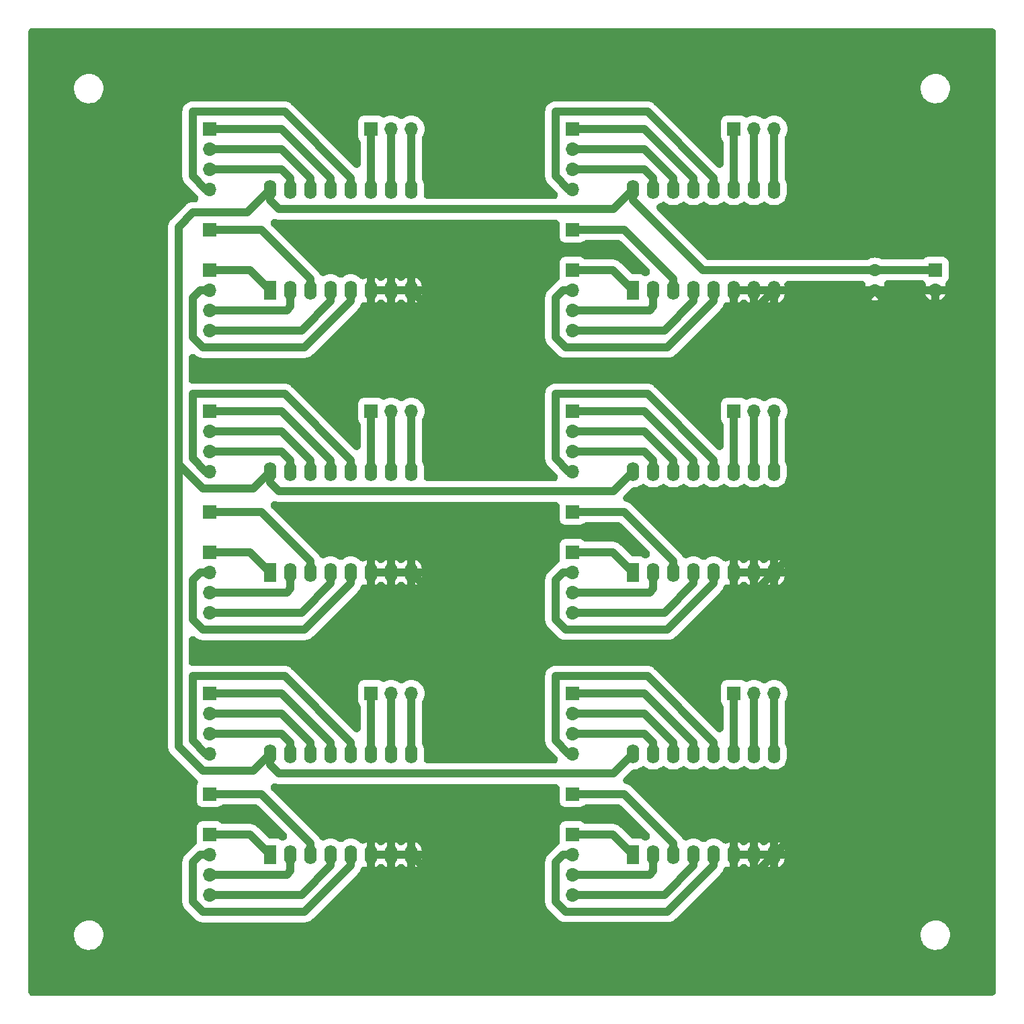
<source format=gbr>
%TF.GenerationSoftware,KiCad,Pcbnew,7.0.5*%
%TF.CreationDate,2023-06-25T08:58:46+02:00*%
%TF.ProjectId,pcb_6_muxes,7063625f-365f-46d7-9578-65732e6b6963,rev?*%
%TF.SameCoordinates,Original*%
%TF.FileFunction,Copper,L2,Bot*%
%TF.FilePolarity,Positive*%
%FSLAX46Y46*%
G04 Gerber Fmt 4.6, Leading zero omitted, Abs format (unit mm)*
G04 Created by KiCad (PCBNEW 7.0.5) date 2023-06-25 08:58:46*
%MOMM*%
%LPD*%
G01*
G04 APERTURE LIST*
%TA.AperFunction,ComponentPad*%
%ADD10R,1.700000X1.700000*%
%TD*%
%TA.AperFunction,ComponentPad*%
%ADD11O,1.700000X1.700000*%
%TD*%
%TA.AperFunction,ComponentPad*%
%ADD12R,1.600000X2.400000*%
%TD*%
%TA.AperFunction,ComponentPad*%
%ADD13O,1.600000X2.400000*%
%TD*%
%TA.AperFunction,ComponentPad*%
%ADD14C,1.600000*%
%TD*%
%TA.AperFunction,Conductor*%
%ADD15C,1.000000*%
%TD*%
G04 APERTURE END LIST*
D10*
%TO.P,JIn10,1,Pin_1*%
%TO.N,Net-(JIn10-Pin_1)*%
X134620000Y-88900000D03*
D11*
%TO.P,JIn10,2,Pin_2*%
%TO.N,Net-(JIn10-Pin_2)*%
X134620000Y-91440000D03*
%TO.P,JIn10,3,Pin_3*%
%TO.N,Net-(JIn10-Pin_3)*%
X134620000Y-93980000D03*
%TO.P,JIn10,4,Pin_4*%
%TO.N,Net-(JIn10-Pin_4)*%
X134620000Y-96520000D03*
%TD*%
D10*
%TO.P,JIn9,1,Pin_1*%
%TO.N,Net-(JIn9-Pin_1)*%
X134620000Y-71120000D03*
D11*
%TO.P,JIn9,2,Pin_2*%
%TO.N,Net-(JIn9-Pin_2)*%
X134620000Y-73660000D03*
%TO.P,JIn9,3,Pin_3*%
%TO.N,Net-(JIn9-Pin_3)*%
X134620000Y-76200000D03*
%TO.P,JIn9,4,Pin_4*%
%TO.N,Net-(JIn9-Pin_4)*%
X134620000Y-78740000D03*
%TD*%
D10*
%TO.P,JIn1,1,Pin_1*%
%TO.N,Net-(JIn1-Pin_1)*%
X88900000Y-35560000D03*
D11*
%TO.P,JIn1,2,Pin_2*%
%TO.N,Net-(JIn1-Pin_2)*%
X88900000Y-38100000D03*
%TO.P,JIn1,3,Pin_3*%
%TO.N,Net-(JIn1-Pin_3)*%
X88900000Y-40640000D03*
%TO.P,JIn1,4,Pin_4*%
%TO.N,Net-(JIn1-Pin_4)*%
X88900000Y-43180000D03*
%TD*%
D10*
%TO.P,JIn11,1,Pin_1*%
%TO.N,Net-(JIn11-Pin_1)*%
X134620000Y-106680000D03*
D11*
%TO.P,JIn11,2,Pin_2*%
%TO.N,Net-(JIn11-Pin_2)*%
X134620000Y-109220000D03*
%TO.P,JIn11,3,Pin_3*%
%TO.N,Net-(JIn11-Pin_3)*%
X134620000Y-111760000D03*
%TO.P,JIn11,4,Pin_4*%
%TO.N,Net-(JIn11-Pin_4)*%
X134620000Y-114300000D03*
%TD*%
D12*
%TO.P,U6,1,A4*%
%TO.N,Net-(JIn12-Pin_1)*%
X142240000Y-127000000D03*
D13*
%TO.P,U6,2,A6*%
%TO.N,Net-(JIn12-Pin_3)*%
X144780000Y-127000000D03*
%TO.P,U6,3,A*%
%TO.N,Net-(JOut6-Pin_1)*%
X147320000Y-127000000D03*
%TO.P,U6,4,A7*%
%TO.N,Net-(JIn12-Pin_4)*%
X149860000Y-127000000D03*
%TO.P,U6,5,A5*%
%TO.N,Net-(JIn12-Pin_2)*%
X152400000Y-127000000D03*
%TO.P,U6,6,~{E}*%
%TO.N,GND*%
X154940000Y-127000000D03*
%TO.P,U6,7,VEE*%
X157480000Y-127000000D03*
%TO.P,U6,8,GND*%
X160020000Y-127000000D03*
%TO.P,U6,9,S2*%
%TO.N,Net-(JSel6-Pin_3)*%
X160020000Y-114300000D03*
%TO.P,U6,10,S1*%
%TO.N,Net-(JSel6-Pin_2)*%
X157480000Y-114300000D03*
%TO.P,U6,11,S0*%
%TO.N,Net-(JSel6-Pin_1)*%
X154940000Y-114300000D03*
%TO.P,U6,12,A3*%
%TO.N,Net-(JIn11-Pin_4)*%
X152400000Y-114300000D03*
%TO.P,U6,13,A0*%
%TO.N,Net-(JIn11-Pin_1)*%
X149860000Y-114300000D03*
%TO.P,U6,14,A1*%
%TO.N,Net-(JIn11-Pin_2)*%
X147320000Y-114300000D03*
%TO.P,U6,15,A2*%
%TO.N,Net-(JIn11-Pin_3)*%
X144780000Y-114300000D03*
%TO.P,U6,16,VCC*%
%TO.N,VCC*%
X142240000Y-114300000D03*
%TD*%
D12*
%TO.P,U4,1,A4*%
%TO.N,Net-(JIn8-Pin_1)*%
X142240000Y-55880000D03*
D13*
%TO.P,U4,2,A6*%
%TO.N,Net-(JIn8-Pin_3)*%
X144780000Y-55880000D03*
%TO.P,U4,3,A*%
%TO.N,Net-(JOut4-Pin_1)*%
X147320000Y-55880000D03*
%TO.P,U4,4,A7*%
%TO.N,Net-(JIn8-Pin_4)*%
X149860000Y-55880000D03*
%TO.P,U4,5,A5*%
%TO.N,Net-(JIn8-Pin_2)*%
X152400000Y-55880000D03*
%TO.P,U4,6,~{E}*%
%TO.N,GND*%
X154940000Y-55880000D03*
%TO.P,U4,7,VEE*%
X157480000Y-55880000D03*
%TO.P,U4,8,GND*%
X160020000Y-55880000D03*
%TO.P,U4,9,S2*%
%TO.N,Net-(JSel4-Pin_3)*%
X160020000Y-43180000D03*
%TO.P,U4,10,S1*%
%TO.N,Net-(JSel4-Pin_2)*%
X157480000Y-43180000D03*
%TO.P,U4,11,S0*%
%TO.N,Net-(JSel4-Pin_1)*%
X154940000Y-43180000D03*
%TO.P,U4,12,A3*%
%TO.N,Net-(JIn7-Pin_4)*%
X152400000Y-43180000D03*
%TO.P,U4,13,A0*%
%TO.N,Net-(JIn7-Pin_1)*%
X149860000Y-43180000D03*
%TO.P,U4,14,A1*%
%TO.N,Net-(JIn7-Pin_2)*%
X147320000Y-43180000D03*
%TO.P,U4,15,A2*%
%TO.N,Net-(JIn7-Pin_3)*%
X144780000Y-43180000D03*
%TO.P,U4,16,VCC*%
%TO.N,VCC*%
X142240000Y-43180000D03*
%TD*%
D10*
%TO.P,JIn6,1,Pin_1*%
%TO.N,Net-(JIn6-Pin_1)*%
X88900000Y-124460000D03*
D11*
%TO.P,JIn6,2,Pin_2*%
%TO.N,Net-(JIn6-Pin_2)*%
X88900000Y-127000000D03*
%TO.P,JIn6,3,Pin_3*%
%TO.N,Net-(JIn6-Pin_3)*%
X88900000Y-129540000D03*
%TO.P,JIn6,4,Pin_4*%
%TO.N,Net-(JIn6-Pin_4)*%
X88900000Y-132080000D03*
%TD*%
D12*
%TO.P,U1,1,A4*%
%TO.N,Net-(JIn2-Pin_1)*%
X96520000Y-55880000D03*
D13*
%TO.P,U1,2,A6*%
%TO.N,Net-(JIn2-Pin_3)*%
X99060000Y-55880000D03*
%TO.P,U1,3,A*%
%TO.N,Net-(JOut1-Pin_1)*%
X101600000Y-55880000D03*
%TO.P,U1,4,A7*%
%TO.N,Net-(JIn2-Pin_4)*%
X104140000Y-55880000D03*
%TO.P,U1,5,A5*%
%TO.N,Net-(JIn2-Pin_2)*%
X106680000Y-55880000D03*
%TO.P,U1,6,~{E}*%
%TO.N,GND*%
X109220000Y-55880000D03*
%TO.P,U1,7,VEE*%
X111760000Y-55880000D03*
%TO.P,U1,8,GND*%
X114300000Y-55880000D03*
%TO.P,U1,9,S2*%
%TO.N,Net-(JSel1-Pin_3)*%
X114300000Y-43180000D03*
%TO.P,U1,10,S1*%
%TO.N,Net-(JSel1-Pin_2)*%
X111760000Y-43180000D03*
%TO.P,U1,11,S0*%
%TO.N,Net-(JSel1-Pin_1)*%
X109220000Y-43180000D03*
%TO.P,U1,12,A3*%
%TO.N,Net-(JIn1-Pin_4)*%
X106680000Y-43180000D03*
%TO.P,U1,13,A0*%
%TO.N,Net-(JIn1-Pin_1)*%
X104140000Y-43180000D03*
%TO.P,U1,14,A1*%
%TO.N,Net-(JIn1-Pin_2)*%
X101600000Y-43180000D03*
%TO.P,U1,15,A2*%
%TO.N,Net-(JIn1-Pin_3)*%
X99060000Y-43180000D03*
%TO.P,U1,16,VCC*%
%TO.N,VCC*%
X96520000Y-43180000D03*
%TD*%
D10*
%TO.P,JPow1,1,Pin_1*%
%TO.N,VCC*%
X180340000Y-53340000D03*
D11*
%TO.P,JPow1,2,Pin_2*%
%TO.N,GND*%
X180340000Y-55880000D03*
%TD*%
D10*
%TO.P,JIn7,1,Pin_1*%
%TO.N,Net-(JIn7-Pin_1)*%
X134620000Y-35560000D03*
D11*
%TO.P,JIn7,2,Pin_2*%
%TO.N,Net-(JIn7-Pin_2)*%
X134620000Y-38100000D03*
%TO.P,JIn7,3,Pin_3*%
%TO.N,Net-(JIn7-Pin_3)*%
X134620000Y-40640000D03*
%TO.P,JIn7,4,Pin_4*%
%TO.N,Net-(JIn7-Pin_4)*%
X134620000Y-43180000D03*
%TD*%
D10*
%TO.P,JOut4,1,Pin_1*%
%TO.N,Net-(JOut4-Pin_1)*%
X134620000Y-48260000D03*
%TD*%
D12*
%TO.P,U3,1,A4*%
%TO.N,Net-(JIn6-Pin_1)*%
X96520000Y-127000000D03*
D13*
%TO.P,U3,2,A6*%
%TO.N,Net-(JIn6-Pin_3)*%
X99060000Y-127000000D03*
%TO.P,U3,3,A*%
%TO.N,Net-(JOut3-Pin_1)*%
X101600000Y-127000000D03*
%TO.P,U3,4,A7*%
%TO.N,Net-(JIn6-Pin_4)*%
X104140000Y-127000000D03*
%TO.P,U3,5,A5*%
%TO.N,Net-(JIn6-Pin_2)*%
X106680000Y-127000000D03*
%TO.P,U3,6,~{E}*%
%TO.N,GND*%
X109220000Y-127000000D03*
%TO.P,U3,7,VEE*%
X111760000Y-127000000D03*
%TO.P,U3,8,GND*%
X114300000Y-127000000D03*
%TO.P,U3,9,S2*%
%TO.N,Net-(JSel3-Pin_3)*%
X114300000Y-114300000D03*
%TO.P,U3,10,S1*%
%TO.N,Net-(JSel3-Pin_2)*%
X111760000Y-114300000D03*
%TO.P,U3,11,S0*%
%TO.N,Net-(JSel3-Pin_1)*%
X109220000Y-114300000D03*
%TO.P,U3,12,A3*%
%TO.N,Net-(JIn5-Pin_4)*%
X106680000Y-114300000D03*
%TO.P,U3,13,A0*%
%TO.N,Net-(JIn5-Pin_1)*%
X104140000Y-114300000D03*
%TO.P,U3,14,A1*%
%TO.N,Net-(JIn5-Pin_2)*%
X101600000Y-114300000D03*
%TO.P,U3,15,A2*%
%TO.N,Net-(JIn5-Pin_3)*%
X99060000Y-114300000D03*
%TO.P,U3,16,VCC*%
%TO.N,VCC*%
X96520000Y-114300000D03*
%TD*%
D10*
%TO.P,JIn12,1,Pin_1*%
%TO.N,Net-(JIn12-Pin_1)*%
X134620000Y-124460000D03*
D11*
%TO.P,JIn12,2,Pin_2*%
%TO.N,Net-(JIn12-Pin_2)*%
X134620000Y-127000000D03*
%TO.P,JIn12,3,Pin_3*%
%TO.N,Net-(JIn12-Pin_3)*%
X134620000Y-129540000D03*
%TO.P,JIn12,4,Pin_4*%
%TO.N,Net-(JIn12-Pin_4)*%
X134620000Y-132080000D03*
%TD*%
D10*
%TO.P,JSel5,1,Pin_1*%
%TO.N,Net-(JSel5-Pin_1)*%
X154940000Y-71120000D03*
D11*
%TO.P,JSel5,2,Pin_2*%
%TO.N,Net-(JSel5-Pin_2)*%
X157480000Y-71120000D03*
%TO.P,JSel5,3,Pin_3*%
%TO.N,Net-(JSel5-Pin_3)*%
X160020000Y-71120000D03*
%TD*%
D10*
%TO.P,JIn3,1,Pin_1*%
%TO.N,Net-(JIn3-Pin_1)*%
X88900000Y-71120000D03*
D11*
%TO.P,JIn3,2,Pin_2*%
%TO.N,Net-(JIn3-Pin_2)*%
X88900000Y-73660000D03*
%TO.P,JIn3,3,Pin_3*%
%TO.N,Net-(JIn3-Pin_3)*%
X88900000Y-76200000D03*
%TO.P,JIn3,4,Pin_4*%
%TO.N,Net-(JIn3-Pin_4)*%
X88900000Y-78740000D03*
%TD*%
D10*
%TO.P,JSel2,1,Pin_1*%
%TO.N,Net-(JSel2-Pin_1)*%
X109220000Y-71120000D03*
D11*
%TO.P,JSel2,2,Pin_2*%
%TO.N,Net-(JSel2-Pin_2)*%
X111760000Y-71120000D03*
%TO.P,JSel2,3,Pin_3*%
%TO.N,Net-(JSel2-Pin_3)*%
X114300000Y-71120000D03*
%TD*%
D12*
%TO.P,U2,1,A4*%
%TO.N,Net-(JIn4-Pin_1)*%
X96520000Y-91440000D03*
D13*
%TO.P,U2,2,A6*%
%TO.N,Net-(JIn4-Pin_3)*%
X99060000Y-91440000D03*
%TO.P,U2,3,A*%
%TO.N,Net-(JOut2-Pin_1)*%
X101600000Y-91440000D03*
%TO.P,U2,4,A7*%
%TO.N,Net-(JIn4-Pin_4)*%
X104140000Y-91440000D03*
%TO.P,U2,5,A5*%
%TO.N,Net-(JIn4-Pin_2)*%
X106680000Y-91440000D03*
%TO.P,U2,6,~{E}*%
%TO.N,GND*%
X109220000Y-91440000D03*
%TO.P,U2,7,VEE*%
X111760000Y-91440000D03*
%TO.P,U2,8,GND*%
X114300000Y-91440000D03*
%TO.P,U2,9,S2*%
%TO.N,Net-(JSel2-Pin_3)*%
X114300000Y-78740000D03*
%TO.P,U2,10,S1*%
%TO.N,Net-(JSel2-Pin_2)*%
X111760000Y-78740000D03*
%TO.P,U2,11,S0*%
%TO.N,Net-(JSel2-Pin_1)*%
X109220000Y-78740000D03*
%TO.P,U2,12,A3*%
%TO.N,Net-(JIn3-Pin_4)*%
X106680000Y-78740000D03*
%TO.P,U2,13,A0*%
%TO.N,Net-(JIn3-Pin_1)*%
X104140000Y-78740000D03*
%TO.P,U2,14,A1*%
%TO.N,Net-(JIn3-Pin_2)*%
X101600000Y-78740000D03*
%TO.P,U2,15,A2*%
%TO.N,Net-(JIn3-Pin_3)*%
X99060000Y-78740000D03*
%TO.P,U2,16,VCC*%
%TO.N,VCC*%
X96520000Y-78740000D03*
%TD*%
D14*
%TO.P,C1,1*%
%TO.N,VCC*%
X172720000Y-53380000D03*
%TO.P,C1,2*%
%TO.N,GND*%
X172720000Y-55880000D03*
%TD*%
D10*
%TO.P,JIn8,1,Pin_1*%
%TO.N,Net-(JIn8-Pin_1)*%
X134620000Y-53340000D03*
D11*
%TO.P,JIn8,2,Pin_2*%
%TO.N,Net-(JIn8-Pin_2)*%
X134620000Y-55880000D03*
%TO.P,JIn8,3,Pin_3*%
%TO.N,Net-(JIn8-Pin_3)*%
X134620000Y-58420000D03*
%TO.P,JIn8,4,Pin_4*%
%TO.N,Net-(JIn8-Pin_4)*%
X134620000Y-60960000D03*
%TD*%
D10*
%TO.P,JOut3,1,Pin_1*%
%TO.N,Net-(JOut3-Pin_1)*%
X88900000Y-119380000D03*
%TD*%
%TO.P,JSel6,1,Pin_1*%
%TO.N,Net-(JSel6-Pin_1)*%
X154940000Y-106680000D03*
D11*
%TO.P,JSel6,2,Pin_2*%
%TO.N,Net-(JSel6-Pin_2)*%
X157480000Y-106680000D03*
%TO.P,JSel6,3,Pin_3*%
%TO.N,Net-(JSel6-Pin_3)*%
X160020000Y-106680000D03*
%TD*%
D10*
%TO.P,JSel4,1,Pin_1*%
%TO.N,Net-(JSel4-Pin_1)*%
X154940000Y-35560000D03*
D11*
%TO.P,JSel4,2,Pin_2*%
%TO.N,Net-(JSel4-Pin_2)*%
X157480000Y-35560000D03*
%TO.P,JSel4,3,Pin_3*%
%TO.N,Net-(JSel4-Pin_3)*%
X160020000Y-35560000D03*
%TD*%
D10*
%TO.P,JSel1,1,Pin_1*%
%TO.N,Net-(JSel1-Pin_1)*%
X109220000Y-35560000D03*
D11*
%TO.P,JSel1,2,Pin_2*%
%TO.N,Net-(JSel1-Pin_2)*%
X111760000Y-35560000D03*
%TO.P,JSel1,3,Pin_3*%
%TO.N,Net-(JSel1-Pin_3)*%
X114300000Y-35560000D03*
%TD*%
D10*
%TO.P,JOut2,1,Pin_1*%
%TO.N,Net-(JOut2-Pin_1)*%
X88900000Y-83820000D03*
%TD*%
%TO.P,JIn5,1,Pin_1*%
%TO.N,Net-(JIn5-Pin_1)*%
X88900000Y-106680000D03*
D11*
%TO.P,JIn5,2,Pin_2*%
%TO.N,Net-(JIn5-Pin_2)*%
X88900000Y-109220000D03*
%TO.P,JIn5,3,Pin_3*%
%TO.N,Net-(JIn5-Pin_3)*%
X88900000Y-111760000D03*
%TO.P,JIn5,4,Pin_4*%
%TO.N,Net-(JIn5-Pin_4)*%
X88900000Y-114300000D03*
%TD*%
D12*
%TO.P,U5,1,A4*%
%TO.N,Net-(JIn10-Pin_1)*%
X142240000Y-91440000D03*
D13*
%TO.P,U5,2,A6*%
%TO.N,Net-(JIn10-Pin_3)*%
X144780000Y-91440000D03*
%TO.P,U5,3,A*%
%TO.N,Net-(JOut5-Pin_1)*%
X147320000Y-91440000D03*
%TO.P,U5,4,A7*%
%TO.N,Net-(JIn10-Pin_4)*%
X149860000Y-91440000D03*
%TO.P,U5,5,A5*%
%TO.N,Net-(JIn10-Pin_2)*%
X152400000Y-91440000D03*
%TO.P,U5,6,~{E}*%
%TO.N,GND*%
X154940000Y-91440000D03*
%TO.P,U5,7,VEE*%
X157480000Y-91440000D03*
%TO.P,U5,8,GND*%
X160020000Y-91440000D03*
%TO.P,U5,9,S2*%
%TO.N,Net-(JSel5-Pin_3)*%
X160020000Y-78740000D03*
%TO.P,U5,10,S1*%
%TO.N,Net-(JSel5-Pin_2)*%
X157480000Y-78740000D03*
%TO.P,U5,11,S0*%
%TO.N,Net-(JSel5-Pin_1)*%
X154940000Y-78740000D03*
%TO.P,U5,12,A3*%
%TO.N,Net-(JIn9-Pin_4)*%
X152400000Y-78740000D03*
%TO.P,U5,13,A0*%
%TO.N,Net-(JIn9-Pin_1)*%
X149860000Y-78740000D03*
%TO.P,U5,14,A1*%
%TO.N,Net-(JIn9-Pin_2)*%
X147320000Y-78740000D03*
%TO.P,U5,15,A2*%
%TO.N,Net-(JIn9-Pin_3)*%
X144780000Y-78740000D03*
%TO.P,U5,16,VCC*%
%TO.N,VCC*%
X142240000Y-78740000D03*
%TD*%
D10*
%TO.P,JIn4,1,Pin_1*%
%TO.N,Net-(JIn4-Pin_1)*%
X88900000Y-88900000D03*
D11*
%TO.P,JIn4,2,Pin_2*%
%TO.N,Net-(JIn4-Pin_2)*%
X88900000Y-91440000D03*
%TO.P,JIn4,3,Pin_3*%
%TO.N,Net-(JIn4-Pin_3)*%
X88900000Y-93980000D03*
%TO.P,JIn4,4,Pin_4*%
%TO.N,Net-(JIn4-Pin_4)*%
X88900000Y-96520000D03*
%TD*%
D10*
%TO.P,JOut5,1,Pin_1*%
%TO.N,Net-(JOut5-Pin_1)*%
X134620000Y-83820000D03*
%TD*%
%TO.P,JSel3,1,Pin_1*%
%TO.N,Net-(JSel3-Pin_1)*%
X109220000Y-106680000D03*
D11*
%TO.P,JSel3,2,Pin_2*%
%TO.N,Net-(JSel3-Pin_2)*%
X111760000Y-106680000D03*
%TO.P,JSel3,3,Pin_3*%
%TO.N,Net-(JSel3-Pin_3)*%
X114300000Y-106680000D03*
%TD*%
D10*
%TO.P,JOut1,1,Pin_1*%
%TO.N,Net-(JOut1-Pin_1)*%
X88900000Y-48260000D03*
%TD*%
%TO.P,JIn2,1,Pin_1*%
%TO.N,Net-(JIn2-Pin_1)*%
X88900000Y-53340000D03*
D11*
%TO.P,JIn2,2,Pin_2*%
%TO.N,Net-(JIn2-Pin_2)*%
X88900000Y-55880000D03*
%TO.P,JIn2,3,Pin_3*%
%TO.N,Net-(JIn2-Pin_3)*%
X88900000Y-58420000D03*
%TO.P,JIn2,4,Pin_4*%
%TO.N,Net-(JIn2-Pin_4)*%
X88900000Y-60960000D03*
%TD*%
D10*
%TO.P,JOut6,1,Pin_1*%
%TO.N,Net-(JOut6-Pin_1)*%
X134620000Y-119380000D03*
%TD*%
D15*
%TO.N,GND*%
X154940000Y-91440000D02*
X157480000Y-91440000D01*
X165100000Y-121920000D02*
X160020000Y-127000000D01*
X160020000Y-91440000D02*
X165100000Y-86360000D01*
X165100000Y-86360000D02*
X165100000Y-121920000D01*
X157480000Y-55880000D02*
X160020000Y-55880000D01*
X109220000Y-91440000D02*
X111760000Y-91440000D01*
X111760000Y-55880000D02*
X114300000Y-55880000D01*
X123330000Y-64910000D02*
X150990000Y-64910000D01*
X111760000Y-127000000D02*
X114300000Y-127000000D01*
X180340000Y-55880000D02*
X172720000Y-55880000D01*
X154940000Y-127000000D02*
X157480000Y-127000000D01*
X111760000Y-91440000D02*
X114300000Y-91440000D01*
X150990000Y-100470000D02*
X160020000Y-91440000D01*
X172720000Y-55880000D02*
X165100000Y-55880000D01*
X150990000Y-136030000D02*
X160020000Y-127000000D01*
X157480000Y-127000000D02*
X160020000Y-127000000D01*
X150990000Y-64910000D02*
X160020000Y-55880000D01*
X165100000Y-86360000D02*
X165100000Y-55880000D01*
X109220000Y-127000000D02*
X111760000Y-127000000D01*
X114300000Y-55880000D02*
X123330000Y-64910000D01*
X114300000Y-127000000D02*
X123330000Y-136030000D01*
X123330000Y-136030000D02*
X150990000Y-136030000D01*
X123330000Y-100470000D02*
X150990000Y-100470000D01*
X109220000Y-55880000D02*
X111760000Y-55880000D01*
X114300000Y-91440000D02*
X123330000Y-100470000D01*
X154940000Y-55880000D02*
X157480000Y-55880000D01*
X157480000Y-91440000D02*
X160020000Y-91440000D01*
X165100000Y-55880000D02*
X160020000Y-55880000D01*
%TO.N,Net-(JSel1-Pin_3)*%
X114300000Y-43180000D02*
X114300000Y-35560000D01*
%TO.N,Net-(JSel1-Pin_2)*%
X111760000Y-43180000D02*
X111760000Y-35560000D01*
%TO.N,Net-(JSel1-Pin_1)*%
X109220000Y-43180000D02*
X109220000Y-35560000D01*
%TO.N,Net-(JIn1-Pin_4)*%
X88399440Y-43180000D02*
X88900000Y-43180000D01*
X86750000Y-33410000D02*
X86750000Y-41530560D01*
X98326752Y-33410000D02*
X86750000Y-33410000D01*
X106680000Y-43180000D02*
X106680000Y-41763248D01*
X86750000Y-41530560D02*
X88399440Y-43180000D01*
X106680000Y-41763248D02*
X98326752Y-33410000D01*
%TO.N,Net-(JIn1-Pin_1)*%
X97931168Y-35560000D02*
X88900000Y-35560000D01*
X104140000Y-41768832D02*
X97931168Y-35560000D01*
X104140000Y-43180000D02*
X104140000Y-41768832D01*
%TO.N,Net-(JIn1-Pin_2)*%
X101600000Y-41774416D02*
X97925584Y-38100000D01*
X101600000Y-43180000D02*
X101600000Y-41774416D01*
X97925584Y-38100000D02*
X88900000Y-38100000D01*
%TO.N,Net-(JIn1-Pin_3)*%
X99060000Y-41780000D02*
X97920000Y-40640000D01*
X99060000Y-43180000D02*
X99060000Y-41780000D01*
X97920000Y-40640000D02*
X88900000Y-40640000D01*
%TO.N,Net-(JSel2-Pin_3)*%
X114300000Y-78740000D02*
X114300000Y-71120000D01*
%TO.N,Net-(JSel2-Pin_2)*%
X111760000Y-78740000D02*
X111760000Y-71120000D01*
%TO.N,Net-(JSel2-Pin_1)*%
X109220000Y-78740000D02*
X109220000Y-71120000D01*
%TO.N,Net-(JIn2-Pin_4)*%
X104140000Y-57280000D02*
X100460000Y-60960000D01*
X104140000Y-55880000D02*
X104140000Y-57280000D01*
X100460000Y-60960000D02*
X88900000Y-60960000D01*
%TO.N,Net-(JIn2-Pin_1)*%
X93980000Y-53340000D02*
X88900000Y-53340000D01*
X96520000Y-55880000D02*
X93980000Y-53340000D01*
%TO.N,Net-(JIn2-Pin_2)*%
X106680000Y-55880000D02*
X106680000Y-57285584D01*
X100855584Y-63110000D02*
X88009440Y-63110000D01*
X106680000Y-57285584D02*
X100855584Y-63110000D01*
X86750000Y-61850560D02*
X86750000Y-56827919D01*
X87697919Y-55880000D02*
X88900000Y-55880000D01*
X88009440Y-63110000D02*
X86750000Y-61850560D01*
X86750000Y-56827919D02*
X87697919Y-55880000D01*
%TO.N,Net-(JIn2-Pin_3)*%
X99060000Y-55880000D02*
X99060000Y-57940000D01*
X99060000Y-57940000D02*
X98580000Y-58420000D01*
X98580000Y-58420000D02*
X88900000Y-58420000D01*
%TO.N,Net-(JSel3-Pin_3)*%
X114300000Y-114300000D02*
X114300000Y-106680000D01*
%TO.N,Net-(JSel3-Pin_2)*%
X111760000Y-114300000D02*
X111760000Y-106680000D01*
%TO.N,Net-(JSel3-Pin_1)*%
X109220000Y-114300000D02*
X109220000Y-106680000D01*
%TO.N,Net-(JIn3-Pin_4)*%
X86750000Y-68970000D02*
X86750000Y-77090560D01*
X106680000Y-77323248D02*
X98326752Y-68970000D01*
X98326752Y-68970000D02*
X86750000Y-68970000D01*
X106680000Y-78740000D02*
X106680000Y-77323248D01*
X88399440Y-78740000D02*
X88900000Y-78740000D01*
X86750000Y-77090560D02*
X88399440Y-78740000D01*
%TO.N,Net-(JIn3-Pin_1)*%
X104140000Y-77328832D02*
X97931168Y-71120000D01*
X97931168Y-71120000D02*
X88900000Y-71120000D01*
X104140000Y-78740000D02*
X104140000Y-77328832D01*
%TO.N,Net-(JIn3-Pin_2)*%
X101600000Y-78740000D02*
X101600000Y-77334416D01*
X101600000Y-77334416D02*
X97925584Y-73660000D01*
X97925584Y-73660000D02*
X88900000Y-73660000D01*
%TO.N,Net-(JIn3-Pin_3)*%
X97920000Y-76200000D02*
X88900000Y-76200000D01*
X99060000Y-78740000D02*
X99060000Y-77340000D01*
X99060000Y-77340000D02*
X97920000Y-76200000D01*
%TO.N,VCC*%
X180340000Y-53340000D02*
X172760000Y-53340000D01*
X94370000Y-116450000D02*
X96520000Y-114300000D01*
X139740000Y-45680000D02*
X97620000Y-45680000D01*
X97620000Y-116800000D02*
X139740000Y-116800000D01*
X97620000Y-116800000D02*
X96520000Y-115700000D01*
X86750000Y-46110000D02*
X84950000Y-47910000D01*
X94370000Y-80890000D02*
X96520000Y-78740000D01*
X96520000Y-80140000D02*
X96520000Y-78740000D01*
X84950000Y-77836144D02*
X84950000Y-113396144D01*
X97620000Y-81240000D02*
X139740000Y-81240000D01*
X142240000Y-114300000D02*
X139740000Y-116800000D01*
X142240000Y-44580000D02*
X142240000Y-43180000D01*
X84950000Y-113396144D02*
X88003856Y-116450000D01*
X96520000Y-43180000D02*
X93590000Y-46110000D01*
X96520000Y-115700000D02*
X96520000Y-114300000D01*
X142240000Y-78740000D02*
X139740000Y-81240000D01*
X172760000Y-53340000D02*
X172720000Y-53380000D01*
X151040000Y-53380000D02*
X142240000Y-44580000D01*
X96520000Y-44580000D02*
X96520000Y-43180000D01*
X88003856Y-116450000D02*
X94370000Y-116450000D01*
X93590000Y-46110000D02*
X86750000Y-46110000D01*
X142240000Y-43180000D02*
X139740000Y-45680000D01*
X88003856Y-80890000D02*
X94370000Y-80890000D01*
X172720000Y-53380000D02*
X151040000Y-53380000D01*
X97620000Y-45680000D02*
X96520000Y-44580000D01*
X84950000Y-47910000D02*
X84950000Y-77836144D01*
X97620000Y-81240000D02*
X96520000Y-80140000D01*
X84950000Y-77836144D02*
X88003856Y-80890000D01*
%TO.N,Net-(JSel4-Pin_3)*%
X160020000Y-43180000D02*
X160020000Y-35560000D01*
%TO.N,Net-(JSel4-Pin_2)*%
X157480000Y-43180000D02*
X157480000Y-35560000D01*
%TO.N,Net-(JSel4-Pin_1)*%
X154940000Y-43180000D02*
X154940000Y-35560000D01*
%TO.N,Net-(JIn4-Pin_4)*%
X100460000Y-96520000D02*
X88900000Y-96520000D01*
X104140000Y-91440000D02*
X104140000Y-92840000D01*
X104140000Y-92840000D02*
X100460000Y-96520000D01*
%TO.N,Net-(JIn4-Pin_1)*%
X96520000Y-91440000D02*
X93980000Y-88900000D01*
X93980000Y-88900000D02*
X88900000Y-88900000D01*
%TO.N,Net-(JIn4-Pin_2)*%
X88009440Y-98670000D02*
X86750000Y-97410560D01*
X106680000Y-92845584D02*
X100855584Y-98670000D01*
X86750000Y-92387919D02*
X87697919Y-91440000D01*
X106680000Y-91440000D02*
X106680000Y-92845584D01*
X87697919Y-91440000D02*
X88900000Y-91440000D01*
X100855584Y-98670000D02*
X88009440Y-98670000D01*
X86750000Y-97410560D02*
X86750000Y-92387919D01*
%TO.N,Net-(JIn4-Pin_3)*%
X98580000Y-93980000D02*
X88900000Y-93980000D01*
X99060000Y-93500000D02*
X98580000Y-93980000D01*
X99060000Y-91440000D02*
X99060000Y-93500000D01*
%TO.N,Net-(JSel5-Pin_3)*%
X160020000Y-78740000D02*
X160020000Y-71120000D01*
%TO.N,Net-(JSel5-Pin_2)*%
X157480000Y-78740000D02*
X157480000Y-71120000D01*
%TO.N,Net-(JSel5-Pin_1)*%
X154940000Y-78740000D02*
X154940000Y-71120000D01*
%TO.N,Net-(JIn5-Pin_4)*%
X86750000Y-112650560D02*
X88399440Y-114300000D01*
X86750000Y-104530000D02*
X86750000Y-112650560D01*
X106680000Y-114300000D02*
X106680000Y-112883248D01*
X106680000Y-112883248D02*
X98326752Y-104530000D01*
X88399440Y-114300000D02*
X88900000Y-114300000D01*
X98326752Y-104530000D02*
X86750000Y-104530000D01*
%TO.N,Net-(JIn5-Pin_1)*%
X97931168Y-106680000D02*
X88900000Y-106680000D01*
X104140000Y-112888832D02*
X97931168Y-106680000D01*
X104140000Y-114300000D02*
X104140000Y-112888832D01*
%TO.N,Net-(JIn5-Pin_2)*%
X101600000Y-112894416D02*
X97925584Y-109220000D01*
X101600000Y-114300000D02*
X101600000Y-112894416D01*
X97925584Y-109220000D02*
X88900000Y-109220000D01*
%TO.N,Net-(JIn5-Pin_3)*%
X99060000Y-114300000D02*
X99060000Y-112900000D01*
X99060000Y-112900000D02*
X97920000Y-111760000D01*
X97920000Y-111760000D02*
X88900000Y-111760000D01*
%TO.N,Net-(JSel6-Pin_3)*%
X160020000Y-114300000D02*
X160020000Y-106680000D01*
%TO.N,Net-(JSel6-Pin_2)*%
X157480000Y-114300000D02*
X157480000Y-106680000D01*
%TO.N,Net-(JSel6-Pin_1)*%
X154940000Y-114300000D02*
X154940000Y-106680000D01*
%TO.N,Net-(JIn6-Pin_4)*%
X104140000Y-128400000D02*
X100460000Y-132080000D01*
X100460000Y-132080000D02*
X88900000Y-132080000D01*
X104140000Y-127000000D02*
X104140000Y-128400000D01*
%TO.N,Net-(JIn6-Pin_1)*%
X96520000Y-127000000D02*
X93980000Y-124460000D01*
X93980000Y-124460000D02*
X88900000Y-124460000D01*
%TO.N,Net-(JIn6-Pin_2)*%
X87697919Y-127000000D02*
X88900000Y-127000000D01*
X86750000Y-132970560D02*
X86750000Y-127947919D01*
X100855584Y-134230000D02*
X88009440Y-134230000D01*
X88009440Y-134230000D02*
X86750000Y-132970560D01*
X106680000Y-127000000D02*
X106680000Y-128405584D01*
X86750000Y-127947919D02*
X87697919Y-127000000D01*
X106680000Y-128405584D02*
X100855584Y-134230000D01*
%TO.N,Net-(JIn6-Pin_3)*%
X99060000Y-129060000D02*
X98580000Y-129540000D01*
X99060000Y-127000000D02*
X99060000Y-129060000D01*
X98580000Y-129540000D02*
X88900000Y-129540000D01*
%TO.N,Net-(JIn7-Pin_1)*%
X143651168Y-35560000D02*
X134620000Y-35560000D01*
X149860000Y-43180000D02*
X149860000Y-41768832D01*
X149860000Y-41768832D02*
X143651168Y-35560000D01*
%TO.N,Net-(JIn7-Pin_2)*%
X147320000Y-43180000D02*
X147320000Y-41774416D01*
X147320000Y-41774416D02*
X143645584Y-38100000D01*
X143645584Y-38100000D02*
X134620000Y-38100000D01*
%TO.N,Net-(JIn7-Pin_3)*%
X143640000Y-40640000D02*
X134620000Y-40640000D01*
X144780000Y-43180000D02*
X144780000Y-41780000D01*
X144780000Y-41780000D02*
X143640000Y-40640000D01*
%TO.N,Net-(JIn7-Pin_4)*%
X144046752Y-33410000D02*
X132470000Y-33410000D01*
X132470000Y-41530560D02*
X134119440Y-43180000D01*
X152400000Y-41763248D02*
X144046752Y-33410000D01*
X152400000Y-43180000D02*
X152400000Y-41763248D01*
X132470000Y-33410000D02*
X132470000Y-41530560D01*
X134119440Y-43180000D02*
X134620000Y-43180000D01*
%TO.N,Net-(JIn8-Pin_1)*%
X139700000Y-53340000D02*
X134620000Y-53340000D01*
X142240000Y-55880000D02*
X139700000Y-53340000D01*
%TO.N,Net-(JIn8-Pin_2)*%
X133729440Y-63110000D02*
X132470000Y-61850560D01*
X133417919Y-55880000D02*
X134620000Y-55880000D01*
X152400000Y-55880000D02*
X152400000Y-57285584D01*
X146575584Y-63110000D02*
X133729440Y-63110000D01*
X152400000Y-57285584D02*
X146575584Y-63110000D01*
X132470000Y-61850560D02*
X132470000Y-56827919D01*
X132470000Y-56827919D02*
X133417919Y-55880000D01*
%TO.N,Net-(JIn8-Pin_3)*%
X144780000Y-55880000D02*
X144780000Y-57940000D01*
X144300000Y-58420000D02*
X134620000Y-58420000D01*
X144780000Y-57940000D02*
X144300000Y-58420000D01*
%TO.N,Net-(JIn8-Pin_4)*%
X149860000Y-55880000D02*
X149860000Y-57280000D01*
X149860000Y-57280000D02*
X146180000Y-60960000D01*
X146180000Y-60960000D02*
X134620000Y-60960000D01*
%TO.N,Net-(JIn9-Pin_1)*%
X149860000Y-78740000D02*
X149860000Y-77328832D01*
X149860000Y-77328832D02*
X143651168Y-71120000D01*
X143651168Y-71120000D02*
X134620000Y-71120000D01*
%TO.N,Net-(JIn9-Pin_2)*%
X147320000Y-78740000D02*
X147320000Y-77334416D01*
X143645584Y-73660000D02*
X134620000Y-73660000D01*
X147320000Y-77334416D02*
X143645584Y-73660000D01*
%TO.N,Net-(JIn9-Pin_3)*%
X144780000Y-77340000D02*
X143640000Y-76200000D01*
X144780000Y-78740000D02*
X144780000Y-77340000D01*
X143640000Y-76200000D02*
X134620000Y-76200000D01*
%TO.N,Net-(JIn9-Pin_4)*%
X152400000Y-77323248D02*
X144046752Y-68970000D01*
X132470000Y-77090560D02*
X134119440Y-78740000D01*
X144046752Y-68970000D02*
X132470000Y-68970000D01*
X152400000Y-78740000D02*
X152400000Y-77323248D01*
X134119440Y-78740000D02*
X134620000Y-78740000D01*
X132470000Y-68970000D02*
X132470000Y-77090560D01*
%TO.N,Net-(JIn10-Pin_1)*%
X142240000Y-91440000D02*
X139700000Y-88900000D01*
X139700000Y-88900000D02*
X134620000Y-88900000D01*
%TO.N,Net-(JIn10-Pin_2)*%
X132470000Y-97410560D02*
X132470000Y-92387919D01*
X152400000Y-91440000D02*
X152400000Y-92845584D01*
X133729440Y-98670000D02*
X132470000Y-97410560D01*
X133417919Y-91440000D02*
X134620000Y-91440000D01*
X146575584Y-98670000D02*
X133729440Y-98670000D01*
X132470000Y-92387919D02*
X133417919Y-91440000D01*
X152400000Y-92845584D02*
X146575584Y-98670000D01*
%TO.N,Net-(JIn10-Pin_3)*%
X144300000Y-93980000D02*
X134620000Y-93980000D01*
X144780000Y-93500000D02*
X144300000Y-93980000D01*
X144780000Y-91440000D02*
X144780000Y-93500000D01*
%TO.N,Net-(JIn10-Pin_4)*%
X146180000Y-96520000D02*
X134620000Y-96520000D01*
X149860000Y-91440000D02*
X149860000Y-92840000D01*
X149860000Y-92840000D02*
X146180000Y-96520000D01*
%TO.N,Net-(JIn11-Pin_1)*%
X149860000Y-112888832D02*
X143651168Y-106680000D01*
X143651168Y-106680000D02*
X134620000Y-106680000D01*
X149860000Y-114300000D02*
X149860000Y-112888832D01*
%TO.N,Net-(JIn11-Pin_2)*%
X147320000Y-112894416D02*
X143645584Y-109220000D01*
X143645584Y-109220000D02*
X134620000Y-109220000D01*
X147320000Y-114300000D02*
X147320000Y-112894416D01*
%TO.N,Net-(JIn11-Pin_3)*%
X144780000Y-112900000D02*
X143640000Y-111760000D01*
X144780000Y-114300000D02*
X144780000Y-112900000D01*
X143640000Y-111760000D02*
X134620000Y-111760000D01*
%TO.N,Net-(JIn11-Pin_4)*%
X152400000Y-112883248D02*
X144046752Y-104530000D01*
X152400000Y-114300000D02*
X152400000Y-112883248D01*
X134119440Y-114300000D02*
X134620000Y-114300000D01*
X144046752Y-104530000D02*
X132470000Y-104530000D01*
X132470000Y-112650560D02*
X134119440Y-114300000D01*
X132470000Y-104530000D02*
X132470000Y-112650560D01*
%TO.N,Net-(JIn12-Pin_1)*%
X142240000Y-127000000D02*
X139700000Y-124460000D01*
X139700000Y-124460000D02*
X134620000Y-124460000D01*
%TO.N,Net-(JIn12-Pin_2)*%
X132470000Y-132970560D02*
X132470000Y-127947919D01*
X133729440Y-134230000D02*
X132470000Y-132970560D01*
X133417919Y-127000000D02*
X134620000Y-127000000D01*
X152400000Y-127000000D02*
X152400000Y-128405584D01*
X132470000Y-127947919D02*
X133417919Y-127000000D01*
X146575584Y-134230000D02*
X133729440Y-134230000D01*
X152400000Y-128405584D02*
X146575584Y-134230000D01*
%TO.N,Net-(JIn12-Pin_3)*%
X144300000Y-129540000D02*
X134620000Y-129540000D01*
X144780000Y-127000000D02*
X144780000Y-129060000D01*
X144780000Y-129060000D02*
X144300000Y-129540000D01*
%TO.N,Net-(JIn12-Pin_4)*%
X149860000Y-127000000D02*
X149860000Y-128400000D01*
X149860000Y-128400000D02*
X146180000Y-132080000D01*
X146180000Y-132080000D02*
X134620000Y-132080000D01*
%TO.N,Net-(JOut1-Pin_1)*%
X101600000Y-54480000D02*
X95380000Y-48260000D01*
X95380000Y-48260000D02*
X88900000Y-48260000D01*
X101600000Y-55880000D02*
X101600000Y-54480000D01*
%TO.N,Net-(JOut2-Pin_1)*%
X101600000Y-90040000D02*
X95380000Y-83820000D01*
X101600000Y-91440000D02*
X101600000Y-90040000D01*
X95380000Y-83820000D02*
X88900000Y-83820000D01*
%TO.N,Net-(JOut3-Pin_1)*%
X101600000Y-127000000D02*
X101600000Y-125600000D01*
X101600000Y-125600000D02*
X95380000Y-119380000D01*
X95380000Y-119380000D02*
X88900000Y-119380000D01*
%TO.N,Net-(JOut4-Pin_1)*%
X141100000Y-48260000D02*
X134620000Y-48260000D01*
X147320000Y-54480000D02*
X141100000Y-48260000D01*
X147320000Y-55880000D02*
X147320000Y-54480000D01*
%TO.N,Net-(JOut5-Pin_1)*%
X147320000Y-90040000D02*
X141100000Y-83820000D01*
X141100000Y-83820000D02*
X134620000Y-83820000D01*
X147320000Y-91440000D02*
X147320000Y-90040000D01*
%TO.N,Net-(JOut6-Pin_1)*%
X147320000Y-127000000D02*
X147320000Y-125600000D01*
X141100000Y-119380000D02*
X134620000Y-119380000D01*
X147320000Y-125600000D02*
X141100000Y-119380000D01*
%TD*%
%TA.AperFunction,Conductor*%
%TO.N,GND*%
G36*
X187601085Y-22880713D02*
G01*
X187730280Y-22939714D01*
X187837619Y-23032724D01*
X187914406Y-23152208D01*
X187954421Y-23288485D01*
X187959500Y-23359500D01*
X187959500Y-144280500D01*
X187939287Y-144421085D01*
X187880286Y-144550280D01*
X187787276Y-144657619D01*
X187667792Y-144734406D01*
X187531515Y-144774421D01*
X187460500Y-144779500D01*
X66539500Y-144779500D01*
X66398915Y-144759287D01*
X66269720Y-144700286D01*
X66162381Y-144607276D01*
X66085594Y-144487792D01*
X66045579Y-144351515D01*
X66040500Y-144280500D01*
X66040500Y-137227761D01*
X71805788Y-137227761D01*
X71835415Y-137497024D01*
X71903924Y-137759076D01*
X71903927Y-137759085D01*
X72009869Y-138008388D01*
X72150985Y-138239615D01*
X72324249Y-138447813D01*
X72324251Y-138447816D01*
X72324253Y-138447818D01*
X72324255Y-138447820D01*
X72525998Y-138628582D01*
X72751910Y-138778044D01*
X72997176Y-138893020D01*
X73256569Y-138971060D01*
X73345899Y-138984206D01*
X73524557Y-139010500D01*
X73524561Y-139010500D01*
X73727627Y-139010500D01*
X73727631Y-139010500D01*
X73930156Y-138995677D01*
X74194553Y-138936780D01*
X74447558Y-138840014D01*
X74683777Y-138707441D01*
X74898177Y-138541888D01*
X75086186Y-138346881D01*
X75243799Y-138126579D01*
X75367656Y-137885675D01*
X75455118Y-137629305D01*
X75504319Y-137362933D01*
X75509259Y-137227761D01*
X178485788Y-137227761D01*
X178515415Y-137497024D01*
X178583924Y-137759076D01*
X178583927Y-137759085D01*
X178689869Y-138008388D01*
X178830985Y-138239615D01*
X179004249Y-138447813D01*
X179004251Y-138447816D01*
X179004253Y-138447818D01*
X179004255Y-138447820D01*
X179205998Y-138628582D01*
X179431910Y-138778044D01*
X179677176Y-138893020D01*
X179936569Y-138971060D01*
X180025899Y-138984206D01*
X180204557Y-139010500D01*
X180204561Y-139010500D01*
X180407627Y-139010500D01*
X180407631Y-139010500D01*
X180610156Y-138995677D01*
X180874553Y-138936780D01*
X181127558Y-138840014D01*
X181363777Y-138707441D01*
X181578177Y-138541888D01*
X181766186Y-138346881D01*
X181923799Y-138126579D01*
X182047656Y-137885675D01*
X182135118Y-137629305D01*
X182184319Y-137362933D01*
X182194212Y-137092235D01*
X182164586Y-136822982D01*
X182096072Y-136560912D01*
X181990130Y-136311610D01*
X181849018Y-136080390D01*
X181849016Y-136080388D01*
X181849014Y-136080384D01*
X181675750Y-135872186D01*
X181675748Y-135872183D01*
X181675745Y-135872180D01*
X181474002Y-135691418D01*
X181248090Y-135541956D01*
X181002824Y-135426980D01*
X180956869Y-135413154D01*
X180743428Y-135348939D01*
X180475443Y-135309500D01*
X180475439Y-135309500D01*
X180272369Y-135309500D01*
X180230935Y-135312532D01*
X180069846Y-135324322D01*
X179805452Y-135383218D01*
X179805445Y-135383220D01*
X179552437Y-135479988D01*
X179552436Y-135479988D01*
X179316223Y-135612559D01*
X179316217Y-135612563D01*
X179101827Y-135778107D01*
X179011125Y-135872186D01*
X178913814Y-135973119D01*
X178756201Y-136193421D01*
X178632344Y-136434325D01*
X178632342Y-136434329D01*
X178544883Y-136690690D01*
X178495681Y-136957066D01*
X178495680Y-136957073D01*
X178485788Y-137227761D01*
X75509259Y-137227761D01*
X75514212Y-137092235D01*
X75484586Y-136822982D01*
X75416072Y-136560912D01*
X75310130Y-136311610D01*
X75169018Y-136080390D01*
X75169016Y-136080388D01*
X75169014Y-136080384D01*
X74995750Y-135872186D01*
X74995748Y-135872183D01*
X74995745Y-135872180D01*
X74794002Y-135691418D01*
X74568090Y-135541956D01*
X74322824Y-135426980D01*
X74276869Y-135413154D01*
X74063428Y-135348939D01*
X73795443Y-135309500D01*
X73795439Y-135309500D01*
X73592369Y-135309500D01*
X73550935Y-135312532D01*
X73389846Y-135324322D01*
X73125452Y-135383218D01*
X73125445Y-135383220D01*
X72872437Y-135479988D01*
X72872436Y-135479988D01*
X72636223Y-135612559D01*
X72636217Y-135612563D01*
X72421827Y-135778107D01*
X72331125Y-135872186D01*
X72233814Y-135973119D01*
X72076201Y-136193421D01*
X71952344Y-136434325D01*
X71952342Y-136434329D01*
X71864883Y-136690690D01*
X71815681Y-136957066D01*
X71815680Y-136957073D01*
X71805788Y-137227761D01*
X66040500Y-137227761D01*
X66040500Y-113509930D01*
X83649499Y-113509930D01*
X83657504Y-113555327D01*
X83660345Y-113576909D01*
X83664363Y-113622828D01*
X83664365Y-113622841D01*
X83676296Y-113667365D01*
X83681010Y-113688625D01*
X83689013Y-113734018D01*
X83689016Y-113734028D01*
X83704780Y-113777340D01*
X83711328Y-113798106D01*
X83721781Y-113837120D01*
X83723261Y-113842640D01*
X83742744Y-113884421D01*
X83751073Y-113904530D01*
X83766844Y-113947860D01*
X83789896Y-113987787D01*
X83799949Y-114007098D01*
X83819432Y-114048879D01*
X83845872Y-114086640D01*
X83857570Y-114105001D01*
X83880623Y-114144930D01*
X83910268Y-114180260D01*
X83923503Y-114197508D01*
X83949953Y-114235283D01*
X83949954Y-114235284D01*
X84119473Y-114404804D01*
X84119494Y-114404823D01*
X86997167Y-117282496D01*
X86997182Y-117282512D01*
X87164712Y-117450042D01*
X87164714Y-117450045D01*
X87202481Y-117476490D01*
X87219759Y-117489747D01*
X87239207Y-117506067D01*
X87333908Y-117611918D01*
X87394951Y-117740161D01*
X87417391Y-117880407D01*
X87399410Y-118021294D01*
X87342465Y-118151409D01*
X87340973Y-118153799D01*
X87324216Y-118180467D01*
X87324212Y-118180476D01*
X87324211Y-118180478D01*
X87310418Y-118219896D01*
X87264630Y-118350750D01*
X87249500Y-118485035D01*
X87249500Y-120274964D01*
X87264630Y-120409249D01*
X87264631Y-120409254D01*
X87264632Y-120409255D01*
X87324211Y-120579522D01*
X87324212Y-120579523D01*
X87324213Y-120579526D01*
X87379882Y-120668122D01*
X87400360Y-120700713D01*
X87420185Y-120732263D01*
X87420187Y-120732266D01*
X87547733Y-120859812D01*
X87547736Y-120859814D01*
X87547738Y-120859816D01*
X87700478Y-120955789D01*
X87870745Y-121015368D01*
X87870748Y-121015368D01*
X87870750Y-121015369D01*
X88005035Y-121030499D01*
X88005043Y-121030499D01*
X88005046Y-121030500D01*
X88005047Y-121030500D01*
X89794953Y-121030500D01*
X89794954Y-121030500D01*
X89794958Y-121030499D01*
X89794964Y-121030499D01*
X89929249Y-121015369D01*
X89929250Y-121015368D01*
X89929255Y-121015368D01*
X90099522Y-120955789D01*
X90252262Y-120859816D01*
X90252266Y-120859812D01*
X90285425Y-120826654D01*
X90399126Y-120741538D01*
X90532201Y-120691904D01*
X90638271Y-120680500D01*
X94634623Y-120680500D01*
X94775208Y-120700713D01*
X94904403Y-120759714D01*
X94987469Y-120826654D01*
X98509616Y-124348801D01*
X98594732Y-124462502D01*
X98644366Y-124595577D01*
X98654499Y-124737245D01*
X98624308Y-124876030D01*
X98556240Y-125000687D01*
X98455810Y-125101117D01*
X98347733Y-125162661D01*
X98331143Y-125169532D01*
X98313674Y-125178434D01*
X98312656Y-125176436D01*
X98206557Y-125222163D01*
X98065571Y-125239353D01*
X97925453Y-125216126D01*
X97810803Y-125162984D01*
X97669522Y-125074211D01*
X97499255Y-125014632D01*
X97499254Y-125014631D01*
X97499249Y-125014630D01*
X97364964Y-124999500D01*
X97364954Y-124999500D01*
X96565376Y-124999500D01*
X96424791Y-124979287D01*
X96295596Y-124920286D01*
X96212530Y-124853346D01*
X94988689Y-123629504D01*
X94988670Y-123629483D01*
X94819140Y-123459954D01*
X94819139Y-123459953D01*
X94781364Y-123433503D01*
X94764116Y-123420268D01*
X94728786Y-123390623D01*
X94688857Y-123367570D01*
X94670496Y-123355872D01*
X94632734Y-123329432D01*
X94632735Y-123329432D01*
X94590954Y-123309949D01*
X94571643Y-123299896D01*
X94531716Y-123276844D01*
X94488386Y-123261073D01*
X94468277Y-123252744D01*
X94426496Y-123233261D01*
X94426494Y-123233260D01*
X94381962Y-123221328D01*
X94361196Y-123214780D01*
X94317884Y-123199016D01*
X94317874Y-123199013D01*
X94286090Y-123193409D01*
X94272472Y-123191008D01*
X94251221Y-123186296D01*
X94206697Y-123174365D01*
X94206684Y-123174363D01*
X94160765Y-123170345D01*
X94139183Y-123167504D01*
X94093786Y-123159499D01*
X94093779Y-123159499D01*
X93866221Y-123159499D01*
X93855992Y-123159499D01*
X93855968Y-123159500D01*
X90638271Y-123159500D01*
X90497686Y-123139287D01*
X90368491Y-123080286D01*
X90285425Y-123013346D01*
X90252266Y-122980187D01*
X90252263Y-122980185D01*
X90252262Y-122980184D01*
X90188122Y-122939882D01*
X90099526Y-122884213D01*
X90099524Y-122884212D01*
X90099522Y-122884211D01*
X89929255Y-122824632D01*
X89929254Y-122824631D01*
X89929249Y-122824630D01*
X89794964Y-122809500D01*
X89794954Y-122809500D01*
X88005046Y-122809500D01*
X88005035Y-122809500D01*
X87870750Y-122824630D01*
X87793305Y-122851729D01*
X87700478Y-122884211D01*
X87700476Y-122884211D01*
X87700476Y-122884212D01*
X87700473Y-122884213D01*
X87547736Y-122980185D01*
X87547733Y-122980187D01*
X87420187Y-123107733D01*
X87420185Y-123107736D01*
X87324213Y-123260473D01*
X87324211Y-123260476D01*
X87324211Y-123260478D01*
X87310418Y-123299896D01*
X87264630Y-123430750D01*
X87249500Y-123565035D01*
X87249500Y-125354956D01*
X87255096Y-125404625D01*
X87250749Y-125546588D01*
X87206583Y-125681577D01*
X87126174Y-125798654D01*
X87045443Y-125869250D01*
X87007425Y-125895870D01*
X86989066Y-125907566D01*
X86949138Y-125930618D01*
X86949127Y-125930626D01*
X86913811Y-125960259D01*
X86896546Y-125973507D01*
X86858786Y-125999948D01*
X86858776Y-125999956D01*
X85749956Y-127108776D01*
X85749948Y-127108786D01*
X85723507Y-127146546D01*
X85710259Y-127163811D01*
X85680626Y-127199127D01*
X85680618Y-127199139D01*
X85657567Y-127239064D01*
X85645873Y-127257420D01*
X85619433Y-127295181D01*
X85619429Y-127295188D01*
X85599951Y-127336960D01*
X85589899Y-127356270D01*
X85566846Y-127396199D01*
X85566844Y-127396202D01*
X85551073Y-127439531D01*
X85542743Y-127459640D01*
X85523260Y-127501421D01*
X85511329Y-127545952D01*
X85504782Y-127566718D01*
X85489016Y-127610034D01*
X85489015Y-127610035D01*
X85481010Y-127655436D01*
X85476298Y-127676690D01*
X85464364Y-127721230D01*
X85464363Y-127721233D01*
X85460345Y-127767154D01*
X85457504Y-127788736D01*
X85449500Y-127834130D01*
X85449499Y-127834144D01*
X85449499Y-128073896D01*
X85449500Y-128073917D01*
X85449500Y-132845732D01*
X85449499Y-132845758D01*
X85449499Y-133084346D01*
X85457504Y-133129743D01*
X85460345Y-133151325D01*
X85464363Y-133197244D01*
X85464365Y-133197257D01*
X85476296Y-133241781D01*
X85481010Y-133263041D01*
X85489013Y-133308434D01*
X85489016Y-133308444D01*
X85504780Y-133351756D01*
X85511328Y-133372522D01*
X85523261Y-133417056D01*
X85542744Y-133458837D01*
X85551073Y-133478946D01*
X85566844Y-133522276D01*
X85589896Y-133562203D01*
X85599949Y-133581514D01*
X85619432Y-133623295D01*
X85645872Y-133661056D01*
X85657570Y-133679417D01*
X85680623Y-133719346D01*
X85710268Y-133754676D01*
X85723503Y-133771924D01*
X85749953Y-133809699D01*
X85749954Y-133809700D01*
X85919473Y-133979220D01*
X85919494Y-133979239D01*
X87002751Y-135062496D01*
X87002766Y-135062512D01*
X87170297Y-135230044D01*
X87170298Y-135230045D01*
X87208068Y-135256491D01*
X87225334Y-135269740D01*
X87260654Y-135299377D01*
X87300601Y-135322440D01*
X87318926Y-135334114D01*
X87356706Y-135360568D01*
X87398494Y-135380054D01*
X87417791Y-135390100D01*
X87457725Y-135413156D01*
X87501048Y-135428923D01*
X87521159Y-135437253D01*
X87562944Y-135456739D01*
X87607490Y-135468674D01*
X87628236Y-135475216D01*
X87671560Y-135490985D01*
X87716965Y-135498990D01*
X87738212Y-135503701D01*
X87782748Y-135515635D01*
X87828685Y-135519653D01*
X87850238Y-135522491D01*
X87895661Y-135530501D01*
X87895662Y-135530501D01*
X88133448Y-135530501D01*
X88133472Y-135530500D01*
X100731552Y-135530500D01*
X100731576Y-135530501D01*
X100741805Y-135530501D01*
X100969360Y-135530501D01*
X100969363Y-135530501D01*
X101014792Y-135522490D01*
X101036328Y-135519654D01*
X101082276Y-135515635D01*
X101126832Y-135503695D01*
X101148044Y-135498993D01*
X101193464Y-135490985D01*
X101236797Y-135475212D01*
X101257534Y-135468674D01*
X101302080Y-135456739D01*
X101343871Y-135437250D01*
X101363964Y-135428927D01*
X101407299Y-135413156D01*
X101447243Y-135390093D01*
X101466538Y-135380049D01*
X101508318Y-135360568D01*
X101546096Y-135334114D01*
X101564418Y-135322442D01*
X101604370Y-135299377D01*
X101639697Y-135269733D01*
X101656955Y-135256491D01*
X101694723Y-135230047D01*
X101855631Y-135069139D01*
X101884065Y-135040705D01*
X101884076Y-135040691D01*
X107490691Y-129434076D01*
X107490705Y-129434065D01*
X107680038Y-129244732D01*
X107680047Y-129244723D01*
X107706493Y-129206952D01*
X107719733Y-129189697D01*
X107749377Y-129154370D01*
X107772442Y-129114418D01*
X107784114Y-129096096D01*
X107810568Y-129058318D01*
X107830049Y-129016538D01*
X107840093Y-128997243D01*
X107863156Y-128957299D01*
X107878927Y-128913964D01*
X107887250Y-128893871D01*
X107906739Y-128852080D01*
X107906742Y-128852068D01*
X107914190Y-128831608D01*
X107917319Y-128832747D01*
X107958765Y-128735919D01*
X108049176Y-128626382D01*
X108166784Y-128546753D01*
X108302063Y-128503484D01*
X108444053Y-128500080D01*
X108581249Y-128536817D01*
X108595779Y-128543312D01*
X108720000Y-128601236D01*
X108720000Y-127500000D01*
X109720000Y-127500000D01*
X109720000Y-128601236D01*
X109872481Y-128530134D01*
X109872482Y-128530133D01*
X110058819Y-128399659D01*
X110058821Y-128399657D01*
X110137154Y-128321325D01*
X110250855Y-128236209D01*
X110383930Y-128186575D01*
X110525598Y-128176442D01*
X110664383Y-128206633D01*
X110789040Y-128274701D01*
X110842846Y-128321325D01*
X110921180Y-128399659D01*
X111107517Y-128530133D01*
X111107518Y-128530134D01*
X111260000Y-128601236D01*
X111260000Y-127500000D01*
X112260000Y-127500000D01*
X112260000Y-128601235D01*
X112412481Y-128530134D01*
X112412482Y-128530133D01*
X112598819Y-128399659D01*
X112598821Y-128399657D01*
X112677154Y-128321325D01*
X112790855Y-128236209D01*
X112923930Y-128186575D01*
X113065598Y-128176442D01*
X113204383Y-128206633D01*
X113329040Y-128274701D01*
X113382846Y-128321325D01*
X113461180Y-128399659D01*
X113647517Y-128530133D01*
X113647518Y-128530134D01*
X113800000Y-128601236D01*
X113800000Y-127500000D01*
X114800000Y-127500000D01*
X114800000Y-128601235D01*
X114952481Y-128530134D01*
X114952482Y-128530133D01*
X115138819Y-128399659D01*
X115299659Y-128238819D01*
X115430134Y-128052481D01*
X115526266Y-127846326D01*
X115585140Y-127626604D01*
X115585142Y-127626592D01*
X115596217Y-127500000D01*
X114800000Y-127500000D01*
X113800000Y-127500000D01*
X112260000Y-127500000D01*
X111260000Y-127500000D01*
X109720000Y-127500000D01*
X108720000Y-127500000D01*
X108720000Y-127000000D01*
X108815014Y-127000000D01*
X108834835Y-127125148D01*
X108892359Y-127238045D01*
X108981955Y-127327641D01*
X109094852Y-127385165D01*
X109188519Y-127400000D01*
X109251481Y-127400000D01*
X109345148Y-127385165D01*
X109458045Y-127327641D01*
X109547641Y-127238045D01*
X109605165Y-127125148D01*
X109624986Y-127000000D01*
X111355014Y-127000000D01*
X111374835Y-127125148D01*
X111432359Y-127238045D01*
X111521955Y-127327641D01*
X111634852Y-127385165D01*
X111728519Y-127400000D01*
X111791481Y-127400000D01*
X111885148Y-127385165D01*
X111998045Y-127327641D01*
X112087641Y-127238045D01*
X112145165Y-127125148D01*
X112164986Y-127000000D01*
X113895014Y-127000000D01*
X113914835Y-127125148D01*
X113972359Y-127238045D01*
X114061955Y-127327641D01*
X114174852Y-127385165D01*
X114268519Y-127400000D01*
X114331481Y-127400000D01*
X114425148Y-127385165D01*
X114538045Y-127327641D01*
X114627641Y-127238045D01*
X114685165Y-127125148D01*
X114704986Y-127000000D01*
X114685165Y-126874852D01*
X114627641Y-126761955D01*
X114538045Y-126672359D01*
X114425148Y-126614835D01*
X114331481Y-126600000D01*
X114268519Y-126600000D01*
X114174852Y-126614835D01*
X114061955Y-126672359D01*
X113972359Y-126761955D01*
X113914835Y-126874852D01*
X113895014Y-127000000D01*
X112164986Y-127000000D01*
X112145165Y-126874852D01*
X112087641Y-126761955D01*
X111998045Y-126672359D01*
X111885148Y-126614835D01*
X111791481Y-126600000D01*
X111728519Y-126600000D01*
X111634852Y-126614835D01*
X111521955Y-126672359D01*
X111432359Y-126761955D01*
X111374835Y-126874852D01*
X111355014Y-127000000D01*
X109624986Y-127000000D01*
X109605165Y-126874852D01*
X109547641Y-126761955D01*
X109458045Y-126672359D01*
X109345148Y-126614835D01*
X109251481Y-126600000D01*
X109188519Y-126600000D01*
X109094852Y-126614835D01*
X108981955Y-126672359D01*
X108892359Y-126761955D01*
X108834835Y-126874852D01*
X108815014Y-127000000D01*
X108720000Y-127000000D01*
X108720000Y-126500000D01*
X109720000Y-126500000D01*
X111260000Y-126500000D01*
X112260000Y-126500000D01*
X113800000Y-126500000D01*
X113799999Y-125398761D01*
X114800000Y-125398761D01*
X114800000Y-126500000D01*
X115596217Y-126500000D01*
X115596217Y-126499999D01*
X115585142Y-126373407D01*
X115585140Y-126373395D01*
X115526266Y-126153673D01*
X115430134Y-125947518D01*
X115299659Y-125761180D01*
X115138819Y-125600340D01*
X114952479Y-125469864D01*
X114800000Y-125398761D01*
X113799999Y-125398761D01*
X113647520Y-125469864D01*
X113461180Y-125600340D01*
X113461178Y-125600342D01*
X113382846Y-125678675D01*
X113269145Y-125763791D01*
X113136070Y-125813425D01*
X112994402Y-125823558D01*
X112855617Y-125793367D01*
X112730960Y-125725299D01*
X112677154Y-125678675D01*
X112598819Y-125600340D01*
X112412479Y-125469864D01*
X112260000Y-125398761D01*
X112260000Y-126500000D01*
X111260000Y-126500000D01*
X111259999Y-125398761D01*
X111107520Y-125469864D01*
X110921180Y-125600340D01*
X110921178Y-125600342D01*
X110842846Y-125678675D01*
X110729145Y-125763791D01*
X110596070Y-125813425D01*
X110454402Y-125823558D01*
X110315617Y-125793367D01*
X110190960Y-125725299D01*
X110137154Y-125678675D01*
X110058819Y-125600340D01*
X109872479Y-125469864D01*
X109720000Y-125398761D01*
X109720000Y-126500000D01*
X108720000Y-126500000D01*
X108720000Y-125398761D01*
X108567520Y-125469864D01*
X108567515Y-125469866D01*
X108470764Y-125537613D01*
X108344011Y-125601691D01*
X108204338Y-125627463D01*
X108063063Y-125612841D01*
X107931629Y-125559010D01*
X107829973Y-125477753D01*
X107829088Y-125478639D01*
X107821144Y-125470695D01*
X107820686Y-125470329D01*
X107819898Y-125469449D01*
X107815222Y-125464773D01*
X107623666Y-125301169D01*
X107623660Y-125301165D01*
X107623659Y-125301164D01*
X107494741Y-125222163D01*
X107408859Y-125169534D01*
X107176111Y-125073127D01*
X106931153Y-125014318D01*
X106931151Y-125014317D01*
X106931148Y-125014317D01*
X106680000Y-124994551D01*
X106679999Y-124994551D01*
X106647407Y-124997116D01*
X106428852Y-125014317D01*
X106428848Y-125014317D01*
X106428846Y-125014318D01*
X106183889Y-125073127D01*
X106183887Y-125073127D01*
X105951140Y-125169534D01*
X105736348Y-125301159D01*
X105736338Y-125301166D01*
X105734064Y-125303109D01*
X105730978Y-125305060D01*
X105720485Y-125312685D01*
X105719994Y-125312009D01*
X105614033Y-125379038D01*
X105477473Y-125418074D01*
X105335446Y-125417056D01*
X105199460Y-125376066D01*
X105099935Y-125312105D01*
X105099515Y-125312685D01*
X105089392Y-125305330D01*
X105085936Y-125303109D01*
X105083661Y-125301166D01*
X105083659Y-125301164D01*
X104954741Y-125222163D01*
X104868859Y-125169534D01*
X104636111Y-125073127D01*
X104391153Y-125014318D01*
X104391151Y-125014317D01*
X104391148Y-125014317D01*
X104140000Y-124994551D01*
X104139999Y-124994551D01*
X104107407Y-124997116D01*
X103888852Y-125014317D01*
X103888848Y-125014317D01*
X103888846Y-125014318D01*
X103643889Y-125073127D01*
X103643887Y-125073127D01*
X103411133Y-125169537D01*
X103405378Y-125172470D01*
X103397908Y-125175015D01*
X103393028Y-125177037D01*
X103392897Y-125176722D01*
X103270940Y-125218283D01*
X103129040Y-125224365D01*
X102991174Y-125190222D01*
X102868513Y-125118621D01*
X102770992Y-125015363D01*
X102742216Y-124965701D01*
X102741463Y-124966136D01*
X102730570Y-124947269D01*
X102704128Y-124909506D01*
X102692427Y-124891140D01*
X102683703Y-124876030D01*
X102669376Y-124851214D01*
X102669375Y-124851212D01*
X102669374Y-124851211D01*
X102656719Y-124836131D01*
X102639741Y-124815897D01*
X102626491Y-124798628D01*
X102600043Y-124760856D01*
X102431731Y-124592544D01*
X102431692Y-124592508D01*
X96704156Y-118864971D01*
X96619040Y-118751270D01*
X96569406Y-118618195D01*
X96559273Y-118476527D01*
X96589464Y-118337742D01*
X96657532Y-118213085D01*
X96757962Y-118112655D01*
X96882619Y-118044587D01*
X97021404Y-118014396D01*
X97163072Y-118024529D01*
X97186113Y-118030117D01*
X97218053Y-118038675D01*
X97238789Y-118045213D01*
X97282120Y-118060985D01*
X97327525Y-118068990D01*
X97348772Y-118073701D01*
X97393308Y-118085635D01*
X97439245Y-118089653D01*
X97460798Y-118092491D01*
X97506221Y-118100501D01*
X97506222Y-118100501D01*
X97744008Y-118100501D01*
X97744032Y-118100500D01*
X132470500Y-118100500D01*
X132611085Y-118120713D01*
X132740280Y-118179714D01*
X132847619Y-118272724D01*
X132924406Y-118392208D01*
X132964421Y-118528485D01*
X132969500Y-118599500D01*
X132969500Y-120274964D01*
X132984630Y-120409249D01*
X132984631Y-120409254D01*
X132984632Y-120409255D01*
X133044211Y-120579522D01*
X133044212Y-120579523D01*
X133044213Y-120579526D01*
X133099882Y-120668122D01*
X133120360Y-120700713D01*
X133140185Y-120732263D01*
X133140187Y-120732266D01*
X133267733Y-120859812D01*
X133267736Y-120859814D01*
X133267738Y-120859816D01*
X133420478Y-120955789D01*
X133590745Y-121015368D01*
X133590748Y-121015368D01*
X133590750Y-121015369D01*
X133725035Y-121030499D01*
X133725043Y-121030499D01*
X133725046Y-121030500D01*
X133725047Y-121030500D01*
X135514953Y-121030500D01*
X135514954Y-121030500D01*
X135514958Y-121030499D01*
X135514964Y-121030499D01*
X135649249Y-121015369D01*
X135649250Y-121015368D01*
X135649255Y-121015368D01*
X135819522Y-120955789D01*
X135972262Y-120859816D01*
X135972266Y-120859812D01*
X136005425Y-120826654D01*
X136119126Y-120741538D01*
X136252201Y-120691904D01*
X136358271Y-120680500D01*
X140354623Y-120680500D01*
X140495208Y-120700713D01*
X140624403Y-120759714D01*
X140707469Y-120826654D01*
X144229616Y-124348801D01*
X144314732Y-124462502D01*
X144364366Y-124595577D01*
X144374499Y-124737245D01*
X144344308Y-124876030D01*
X144276240Y-125000687D01*
X144175810Y-125101117D01*
X144067733Y-125162661D01*
X144051143Y-125169532D01*
X144033674Y-125178434D01*
X144032656Y-125176436D01*
X143926557Y-125222163D01*
X143785571Y-125239353D01*
X143645453Y-125216126D01*
X143530803Y-125162984D01*
X143389522Y-125074211D01*
X143219255Y-125014632D01*
X143219254Y-125014631D01*
X143219249Y-125014630D01*
X143084964Y-124999500D01*
X143084954Y-124999500D01*
X142285376Y-124999500D01*
X142144791Y-124979287D01*
X142015596Y-124920286D01*
X141932530Y-124853346D01*
X140708689Y-123629504D01*
X140708670Y-123629483D01*
X140539140Y-123459954D01*
X140539139Y-123459953D01*
X140501364Y-123433503D01*
X140484116Y-123420268D01*
X140448786Y-123390623D01*
X140408857Y-123367570D01*
X140390496Y-123355872D01*
X140352734Y-123329432D01*
X140352735Y-123329432D01*
X140310954Y-123309949D01*
X140291643Y-123299896D01*
X140251716Y-123276844D01*
X140208386Y-123261073D01*
X140188277Y-123252744D01*
X140146496Y-123233261D01*
X140146494Y-123233260D01*
X140101962Y-123221328D01*
X140081196Y-123214780D01*
X140037884Y-123199016D01*
X140037874Y-123199013D01*
X140006090Y-123193409D01*
X139992472Y-123191008D01*
X139971221Y-123186296D01*
X139926697Y-123174365D01*
X139926684Y-123174363D01*
X139880765Y-123170345D01*
X139859183Y-123167504D01*
X139813786Y-123159499D01*
X139813779Y-123159499D01*
X139586221Y-123159499D01*
X139575992Y-123159499D01*
X139575968Y-123159500D01*
X136358271Y-123159500D01*
X136217686Y-123139287D01*
X136088491Y-123080286D01*
X136005425Y-123013346D01*
X135972266Y-122980187D01*
X135972263Y-122980185D01*
X135972262Y-122980184D01*
X135908122Y-122939882D01*
X135819526Y-122884213D01*
X135819524Y-122884212D01*
X135819522Y-122884211D01*
X135649255Y-122824632D01*
X135649254Y-122824631D01*
X135649249Y-122824630D01*
X135514964Y-122809500D01*
X135514954Y-122809500D01*
X133725046Y-122809500D01*
X133725035Y-122809500D01*
X133590750Y-122824630D01*
X133513304Y-122851729D01*
X133420478Y-122884211D01*
X133420476Y-122884211D01*
X133420476Y-122884212D01*
X133420473Y-122884213D01*
X133267736Y-122980185D01*
X133267733Y-122980187D01*
X133140187Y-123107733D01*
X133140185Y-123107736D01*
X133044213Y-123260473D01*
X133044211Y-123260476D01*
X133044211Y-123260478D01*
X133030418Y-123299896D01*
X132984630Y-123430750D01*
X132969500Y-123565035D01*
X132969500Y-125354956D01*
X132975096Y-125404625D01*
X132970749Y-125546588D01*
X132926583Y-125681577D01*
X132846174Y-125798654D01*
X132765443Y-125869250D01*
X132727425Y-125895870D01*
X132709066Y-125907566D01*
X132669138Y-125930618D01*
X132669127Y-125930626D01*
X132633811Y-125960259D01*
X132616546Y-125973507D01*
X132578786Y-125999948D01*
X132578776Y-125999956D01*
X131469956Y-127108776D01*
X131469948Y-127108786D01*
X131443507Y-127146546D01*
X131430259Y-127163811D01*
X131400626Y-127199127D01*
X131400618Y-127199139D01*
X131377567Y-127239064D01*
X131365873Y-127257420D01*
X131339433Y-127295181D01*
X131339429Y-127295188D01*
X131319951Y-127336960D01*
X131309899Y-127356270D01*
X131286846Y-127396199D01*
X131286844Y-127396202D01*
X131271073Y-127439531D01*
X131262743Y-127459640D01*
X131243260Y-127501421D01*
X131231329Y-127545952D01*
X131224782Y-127566718D01*
X131209016Y-127610034D01*
X131209015Y-127610035D01*
X131201010Y-127655436D01*
X131196298Y-127676690D01*
X131184364Y-127721230D01*
X131184363Y-127721233D01*
X131180345Y-127767154D01*
X131177504Y-127788736D01*
X131169500Y-127834130D01*
X131169499Y-127834144D01*
X131169498Y-128073896D01*
X131169500Y-128073917D01*
X131169500Y-132845732D01*
X131169499Y-132845758D01*
X131169499Y-133084346D01*
X131177504Y-133129743D01*
X131180345Y-133151325D01*
X131184363Y-133197244D01*
X131184365Y-133197257D01*
X131196296Y-133241781D01*
X131201010Y-133263041D01*
X131209013Y-133308434D01*
X131209016Y-133308444D01*
X131224780Y-133351756D01*
X131231328Y-133372522D01*
X131243261Y-133417056D01*
X131262744Y-133458837D01*
X131271073Y-133478946D01*
X131286844Y-133522276D01*
X131309896Y-133562203D01*
X131319949Y-133581514D01*
X131339432Y-133623295D01*
X131365872Y-133661056D01*
X131377570Y-133679417D01*
X131400623Y-133719346D01*
X131430268Y-133754676D01*
X131443503Y-133771924D01*
X131469953Y-133809699D01*
X131469954Y-133809700D01*
X131639473Y-133979220D01*
X131639494Y-133979239D01*
X132722751Y-135062496D01*
X132722766Y-135062512D01*
X132890297Y-135230044D01*
X132890298Y-135230045D01*
X132928068Y-135256491D01*
X132945334Y-135269740D01*
X132980654Y-135299377D01*
X133020601Y-135322440D01*
X133038926Y-135334114D01*
X133076706Y-135360568D01*
X133118494Y-135380054D01*
X133137791Y-135390100D01*
X133177725Y-135413156D01*
X133221048Y-135428923D01*
X133241159Y-135437253D01*
X133282944Y-135456739D01*
X133327490Y-135468674D01*
X133348236Y-135475216D01*
X133391560Y-135490985D01*
X133436965Y-135498990D01*
X133458212Y-135503701D01*
X133502748Y-135515635D01*
X133548685Y-135519653D01*
X133570238Y-135522491D01*
X133615661Y-135530501D01*
X133615662Y-135530501D01*
X133853448Y-135530501D01*
X133853472Y-135530500D01*
X146451552Y-135530500D01*
X146451576Y-135530501D01*
X146461805Y-135530501D01*
X146689360Y-135530501D01*
X146689363Y-135530501D01*
X146734792Y-135522490D01*
X146756328Y-135519654D01*
X146802276Y-135515635D01*
X146846832Y-135503695D01*
X146868044Y-135498993D01*
X146913464Y-135490985D01*
X146956797Y-135475212D01*
X146977534Y-135468674D01*
X147022080Y-135456739D01*
X147063871Y-135437250D01*
X147083964Y-135428927D01*
X147127299Y-135413156D01*
X147167243Y-135390093D01*
X147186538Y-135380049D01*
X147228318Y-135360568D01*
X147266096Y-135334114D01*
X147284418Y-135322442D01*
X147324370Y-135299377D01*
X147359697Y-135269733D01*
X147376955Y-135256491D01*
X147414723Y-135230047D01*
X147575631Y-135069139D01*
X147604065Y-135040705D01*
X147604076Y-135040691D01*
X153210691Y-129434076D01*
X153210705Y-129434065D01*
X153400038Y-129244732D01*
X153400047Y-129244723D01*
X153426493Y-129206952D01*
X153439733Y-129189697D01*
X153469377Y-129154370D01*
X153492442Y-129114418D01*
X153504114Y-129096096D01*
X153530568Y-129058318D01*
X153550049Y-129016538D01*
X153560093Y-128997243D01*
X153583156Y-128957299D01*
X153598927Y-128913964D01*
X153607250Y-128893871D01*
X153626739Y-128852080D01*
X153626742Y-128852068D01*
X153634190Y-128831608D01*
X153637319Y-128832747D01*
X153678765Y-128735919D01*
X153769176Y-128626382D01*
X153886784Y-128546753D01*
X154022063Y-128503484D01*
X154164053Y-128500080D01*
X154301249Y-128536817D01*
X154315779Y-128543312D01*
X154440000Y-128601236D01*
X154440000Y-127500000D01*
X155440000Y-127500000D01*
X155440000Y-128601235D01*
X155592481Y-128530134D01*
X155592482Y-128530133D01*
X155778819Y-128399659D01*
X155857152Y-128321326D01*
X155970852Y-128236209D01*
X156103927Y-128186574D01*
X156245596Y-128176441D01*
X156384380Y-128206631D01*
X156509037Y-128274698D01*
X156562848Y-128321326D01*
X156641179Y-128399658D01*
X156641180Y-128399659D01*
X156827517Y-128530133D01*
X156827518Y-128530134D01*
X156980000Y-128601236D01*
X156980000Y-127500000D01*
X157980000Y-127500000D01*
X157980000Y-128601235D01*
X158132481Y-128530134D01*
X158132482Y-128530133D01*
X158318819Y-128399659D01*
X158397152Y-128321326D01*
X158510852Y-128236209D01*
X158643927Y-128186574D01*
X158785596Y-128176441D01*
X158924380Y-128206631D01*
X159049037Y-128274698D01*
X159102848Y-128321326D01*
X159181179Y-128399658D01*
X159181180Y-128399659D01*
X159367517Y-128530133D01*
X159367518Y-128530134D01*
X159520000Y-128601236D01*
X159520000Y-127500000D01*
X160520000Y-127500000D01*
X160520000Y-128601235D01*
X160672481Y-128530134D01*
X160672482Y-128530133D01*
X160858819Y-128399659D01*
X161019659Y-128238819D01*
X161150134Y-128052481D01*
X161246266Y-127846326D01*
X161305140Y-127626604D01*
X161305142Y-127626592D01*
X161316217Y-127500000D01*
X160520000Y-127500000D01*
X159520000Y-127500000D01*
X157980000Y-127500000D01*
X156980000Y-127500000D01*
X155440000Y-127500000D01*
X154440000Y-127500000D01*
X154440000Y-127000000D01*
X154535014Y-127000000D01*
X154554835Y-127125148D01*
X154612359Y-127238045D01*
X154701955Y-127327641D01*
X154814852Y-127385165D01*
X154908519Y-127400000D01*
X154971481Y-127400000D01*
X155065148Y-127385165D01*
X155178045Y-127327641D01*
X155267641Y-127238045D01*
X155325165Y-127125148D01*
X155344986Y-127000000D01*
X157075014Y-127000000D01*
X157094835Y-127125148D01*
X157152359Y-127238045D01*
X157241955Y-127327641D01*
X157354852Y-127385165D01*
X157448519Y-127400000D01*
X157511481Y-127400000D01*
X157605148Y-127385165D01*
X157718045Y-127327641D01*
X157807641Y-127238045D01*
X157865165Y-127125148D01*
X157884986Y-127000000D01*
X159615014Y-127000000D01*
X159634835Y-127125148D01*
X159692359Y-127238045D01*
X159781955Y-127327641D01*
X159894852Y-127385165D01*
X159988519Y-127400000D01*
X160051481Y-127400000D01*
X160145148Y-127385165D01*
X160258045Y-127327641D01*
X160347641Y-127238045D01*
X160405165Y-127125148D01*
X160424986Y-127000000D01*
X160405165Y-126874852D01*
X160347641Y-126761955D01*
X160258045Y-126672359D01*
X160145148Y-126614835D01*
X160051481Y-126600000D01*
X159988519Y-126600000D01*
X159894852Y-126614835D01*
X159781955Y-126672359D01*
X159692359Y-126761955D01*
X159634835Y-126874852D01*
X159615014Y-127000000D01*
X157884986Y-127000000D01*
X157865165Y-126874852D01*
X157807641Y-126761955D01*
X157718045Y-126672359D01*
X157605148Y-126614835D01*
X157511481Y-126600000D01*
X157448519Y-126600000D01*
X157354852Y-126614835D01*
X157241955Y-126672359D01*
X157152359Y-126761955D01*
X157094835Y-126874852D01*
X157075014Y-127000000D01*
X155344986Y-127000000D01*
X155325165Y-126874852D01*
X155267641Y-126761955D01*
X155178045Y-126672359D01*
X155065148Y-126614835D01*
X154971481Y-126600000D01*
X154908519Y-126600000D01*
X154814852Y-126614835D01*
X154701955Y-126672359D01*
X154612359Y-126761955D01*
X154554835Y-126874852D01*
X154535014Y-127000000D01*
X154440000Y-127000000D01*
X154440000Y-126500000D01*
X155440000Y-126500000D01*
X156980000Y-126500000D01*
X157980000Y-126500000D01*
X159520000Y-126500000D01*
X159520000Y-125398761D01*
X160520000Y-125398761D01*
X160520000Y-126500000D01*
X161316217Y-126500000D01*
X161316217Y-126499999D01*
X161305142Y-126373407D01*
X161305140Y-126373395D01*
X161246266Y-126153673D01*
X161150134Y-125947518D01*
X161019659Y-125761180D01*
X160858819Y-125600340D01*
X160672479Y-125469864D01*
X160520000Y-125398761D01*
X159520000Y-125398761D01*
X159367520Y-125469864D01*
X159181180Y-125600340D01*
X159181178Y-125600342D01*
X159102846Y-125678675D01*
X158989145Y-125763791D01*
X158856070Y-125813425D01*
X158714402Y-125823558D01*
X158575617Y-125793367D01*
X158450960Y-125725299D01*
X158397154Y-125678675D01*
X158318819Y-125600340D01*
X158132479Y-125469864D01*
X157980000Y-125398761D01*
X157980000Y-126500000D01*
X156980000Y-126500000D01*
X156980000Y-125398761D01*
X156827520Y-125469864D01*
X156641180Y-125600340D01*
X156641178Y-125600342D01*
X156562846Y-125678675D01*
X156449145Y-125763791D01*
X156316070Y-125813425D01*
X156174402Y-125823558D01*
X156035617Y-125793367D01*
X155910960Y-125725299D01*
X155857154Y-125678675D01*
X155778819Y-125600340D01*
X155592479Y-125469864D01*
X155440000Y-125398761D01*
X155440000Y-126500000D01*
X154440000Y-126500000D01*
X154440000Y-125398761D01*
X154287520Y-125469864D01*
X154287515Y-125469866D01*
X154190764Y-125537613D01*
X154064011Y-125601691D01*
X153924338Y-125627463D01*
X153783063Y-125612841D01*
X153651629Y-125559010D01*
X153549973Y-125477753D01*
X153549088Y-125478639D01*
X153541144Y-125470695D01*
X153540686Y-125470329D01*
X153539898Y-125469449D01*
X153535222Y-125464773D01*
X153343666Y-125301169D01*
X153343660Y-125301165D01*
X153343659Y-125301164D01*
X153214741Y-125222163D01*
X153128859Y-125169534D01*
X152896111Y-125073127D01*
X152651153Y-125014318D01*
X152651151Y-125014317D01*
X152651148Y-125014317D01*
X152400000Y-124994551D01*
X152148852Y-125014317D01*
X152148848Y-125014317D01*
X152148846Y-125014318D01*
X151903889Y-125073127D01*
X151903887Y-125073127D01*
X151671140Y-125169534D01*
X151456348Y-125301159D01*
X151456338Y-125301166D01*
X151454064Y-125303109D01*
X151450978Y-125305060D01*
X151440485Y-125312685D01*
X151439994Y-125312009D01*
X151334033Y-125379038D01*
X151197473Y-125418074D01*
X151055446Y-125417056D01*
X150919460Y-125376066D01*
X150819935Y-125312105D01*
X150819515Y-125312685D01*
X150809392Y-125305330D01*
X150805936Y-125303109D01*
X150803661Y-125301166D01*
X150803659Y-125301164D01*
X150674741Y-125222163D01*
X150588859Y-125169534D01*
X150356111Y-125073127D01*
X150111153Y-125014318D01*
X150111151Y-125014317D01*
X150111148Y-125014317D01*
X149860000Y-124994551D01*
X149859999Y-124994551D01*
X149827407Y-124997116D01*
X149608852Y-125014317D01*
X149608848Y-125014317D01*
X149608846Y-125014318D01*
X149363889Y-125073127D01*
X149363887Y-125073127D01*
X149131133Y-125169537D01*
X149125378Y-125172470D01*
X149117908Y-125175015D01*
X149113028Y-125177037D01*
X149112897Y-125176722D01*
X148990940Y-125218283D01*
X148849040Y-125224365D01*
X148711174Y-125190222D01*
X148588513Y-125118621D01*
X148490992Y-125015363D01*
X148462216Y-124965701D01*
X148461463Y-124966136D01*
X148450570Y-124947269D01*
X148424128Y-124909506D01*
X148412427Y-124891140D01*
X148403703Y-124876030D01*
X148389376Y-124851214D01*
X148389375Y-124851212D01*
X148389374Y-124851211D01*
X148376719Y-124836131D01*
X148359741Y-124815897D01*
X148346491Y-124798628D01*
X148320043Y-124760856D01*
X148151731Y-124592544D01*
X148151692Y-124592508D01*
X142108679Y-118549494D01*
X142108660Y-118549473D01*
X141939140Y-118379954D01*
X141939139Y-118379953D01*
X141901364Y-118353503D01*
X141884116Y-118340268D01*
X141848786Y-118310623D01*
X141808857Y-118287570D01*
X141790496Y-118275872D01*
X141752734Y-118249432D01*
X141752735Y-118249432D01*
X141710954Y-118229949D01*
X141691643Y-118219896D01*
X141651716Y-118196844D01*
X141608386Y-118181073D01*
X141588277Y-118172744D01*
X141546496Y-118153261D01*
X141546494Y-118153260D01*
X141501962Y-118141328D01*
X141481196Y-118134780D01*
X141437884Y-118119016D01*
X141437872Y-118119013D01*
X141392478Y-118111009D01*
X141371212Y-118106294D01*
X141339822Y-118097882D01*
X141209261Y-118041968D01*
X141099741Y-117951536D01*
X141020135Y-117833912D01*
X140976893Y-117698624D01*
X140973517Y-117556634D01*
X141010281Y-117419445D01*
X141084206Y-117298170D01*
X141116129Y-117263054D01*
X141929362Y-116449821D01*
X142043060Y-116364708D01*
X142176135Y-116315074D01*
X142243042Y-116305209D01*
X142491148Y-116285683D01*
X142736111Y-116226873D01*
X142968859Y-116130466D01*
X143183659Y-115998836D01*
X143185929Y-115996897D01*
X143189004Y-115994951D01*
X143199515Y-115987315D01*
X143200006Y-115987991D01*
X143305952Y-115920968D01*
X143442511Y-115881927D01*
X143584537Y-115882940D01*
X143720525Y-115923926D01*
X143820063Y-115987895D01*
X143820485Y-115987315D01*
X143830627Y-115994684D01*
X143834070Y-115996896D01*
X143836341Y-115998836D01*
X144051141Y-116130466D01*
X144283889Y-116226873D01*
X144528852Y-116285683D01*
X144780000Y-116305449D01*
X145031148Y-116285683D01*
X145276111Y-116226873D01*
X145508859Y-116130466D01*
X145723659Y-115998836D01*
X145725918Y-115996906D01*
X145728979Y-115994969D01*
X145739515Y-115987315D01*
X145740007Y-115987992D01*
X145845937Y-115920974D01*
X145982495Y-115881929D01*
X146124522Y-115882938D01*
X146260511Y-115923920D01*
X146360063Y-115987894D01*
X146360485Y-115987315D01*
X146370613Y-115994674D01*
X146374064Y-115996891D01*
X146376341Y-115998836D01*
X146591141Y-116130466D01*
X146823889Y-116226873D01*
X147068852Y-116285683D01*
X147320000Y-116305449D01*
X147571148Y-116285683D01*
X147816111Y-116226873D01*
X148048859Y-116130466D01*
X148263659Y-115998836D01*
X148265918Y-115996906D01*
X148268979Y-115994969D01*
X148279515Y-115987315D01*
X148280007Y-115987992D01*
X148385937Y-115920974D01*
X148522495Y-115881929D01*
X148664522Y-115882938D01*
X148800511Y-115923920D01*
X148900063Y-115987894D01*
X148900485Y-115987315D01*
X148910613Y-115994674D01*
X148914064Y-115996891D01*
X148916341Y-115998836D01*
X149131141Y-116130466D01*
X149363889Y-116226873D01*
X149608852Y-116285683D01*
X149860000Y-116305449D01*
X150111148Y-116285683D01*
X150356111Y-116226873D01*
X150588859Y-116130466D01*
X150803659Y-115998836D01*
X150805929Y-115996897D01*
X150809004Y-115994951D01*
X150819515Y-115987315D01*
X150820006Y-115987991D01*
X150925952Y-115920968D01*
X151062511Y-115881927D01*
X151204537Y-115882940D01*
X151340525Y-115923926D01*
X151440063Y-115987895D01*
X151440485Y-115987315D01*
X151450627Y-115994684D01*
X151454070Y-115996896D01*
X151456341Y-115998836D01*
X151671141Y-116130466D01*
X151903889Y-116226873D01*
X152148852Y-116285683D01*
X152400000Y-116305449D01*
X152651148Y-116285683D01*
X152896111Y-116226873D01*
X153128859Y-116130466D01*
X153343659Y-115998836D01*
X153345929Y-115996897D01*
X153349004Y-115994951D01*
X153359515Y-115987315D01*
X153360006Y-115987991D01*
X153465952Y-115920968D01*
X153602511Y-115881927D01*
X153744537Y-115882940D01*
X153880525Y-115923926D01*
X153980063Y-115987895D01*
X153980485Y-115987315D01*
X153990627Y-115994684D01*
X153994070Y-115996896D01*
X153996341Y-115998836D01*
X154211141Y-116130466D01*
X154443889Y-116226873D01*
X154688852Y-116285683D01*
X154940000Y-116305449D01*
X155191148Y-116285683D01*
X155436111Y-116226873D01*
X155668859Y-116130466D01*
X155883659Y-115998836D01*
X155885929Y-115996897D01*
X155889004Y-115994951D01*
X155899515Y-115987315D01*
X155900006Y-115987991D01*
X156005952Y-115920968D01*
X156142511Y-115881927D01*
X156284537Y-115882940D01*
X156420525Y-115923926D01*
X156520063Y-115987895D01*
X156520485Y-115987315D01*
X156530627Y-115994684D01*
X156534070Y-115996896D01*
X156536341Y-115998836D01*
X156751141Y-116130466D01*
X156983889Y-116226873D01*
X157228852Y-116285683D01*
X157480000Y-116305449D01*
X157731148Y-116285683D01*
X157976111Y-116226873D01*
X158208859Y-116130466D01*
X158423659Y-115998836D01*
X158425929Y-115996897D01*
X158429004Y-115994951D01*
X158439515Y-115987315D01*
X158440006Y-115987991D01*
X158545952Y-115920968D01*
X158682511Y-115881927D01*
X158824537Y-115882940D01*
X158960525Y-115923926D01*
X159060063Y-115987895D01*
X159060485Y-115987315D01*
X159070627Y-115994684D01*
X159074070Y-115996896D01*
X159076341Y-115998836D01*
X159291141Y-116130466D01*
X159523889Y-116226873D01*
X159768852Y-116285683D01*
X160020000Y-116305449D01*
X160271148Y-116285683D01*
X160516111Y-116226873D01*
X160748859Y-116130466D01*
X160963659Y-115998836D01*
X161099358Y-115882938D01*
X161155222Y-115835226D01*
X161155226Y-115835222D01*
X161318830Y-115643666D01*
X161318829Y-115643666D01*
X161318836Y-115643659D01*
X161450466Y-115428859D01*
X161546873Y-115196111D01*
X161605683Y-114951148D01*
X161620500Y-114762882D01*
X161620500Y-113837118D01*
X161605683Y-113648852D01*
X161546873Y-113403889D01*
X161450466Y-113171141D01*
X161394030Y-113079046D01*
X161337811Y-112948618D01*
X161320500Y-112818323D01*
X161320500Y-107857371D01*
X161340713Y-107716786D01*
X161394032Y-107596645D01*
X161495153Y-107431629D01*
X161495154Y-107431628D01*
X161594573Y-107191610D01*
X161655221Y-106938994D01*
X161675604Y-106680000D01*
X161655221Y-106421006D01*
X161594573Y-106168390D01*
X161495154Y-105928372D01*
X161407317Y-105785035D01*
X161359415Y-105706865D01*
X161359412Y-105706860D01*
X161190689Y-105509311D01*
X160993140Y-105340588D01*
X160993135Y-105340585D01*
X160993134Y-105340584D01*
X160771634Y-105204849D01*
X160771622Y-105204843D01*
X160531617Y-105105429D01*
X160531608Y-105105426D01*
X160394859Y-105072596D01*
X160278994Y-105044779D01*
X160278991Y-105044778D01*
X160278988Y-105044778D01*
X160020000Y-105024396D01*
X159761013Y-105044778D01*
X159761009Y-105044778D01*
X159508391Y-105105426D01*
X159508382Y-105105429D01*
X159268377Y-105204843D01*
X159268365Y-105204849D01*
X159046860Y-105340587D01*
X159043301Y-105343173D01*
X159038547Y-105345680D01*
X159030142Y-105350832D01*
X159029810Y-105350291D01*
X158917684Y-105409453D01*
X158778483Y-105437657D01*
X158636974Y-105425502D01*
X158504621Y-105373971D01*
X158456699Y-105343173D01*
X158453139Y-105340587D01*
X158231634Y-105204849D01*
X158231622Y-105204843D01*
X157991617Y-105105429D01*
X157991608Y-105105426D01*
X157854859Y-105072596D01*
X157738994Y-105044779D01*
X157738991Y-105044778D01*
X157738988Y-105044778D01*
X157480000Y-105024396D01*
X157221013Y-105044778D01*
X157221009Y-105044778D01*
X156968391Y-105105426D01*
X156968382Y-105105429D01*
X156710260Y-105212348D01*
X156708828Y-105208892D01*
X156609337Y-105242763D01*
X156467436Y-105248802D01*
X156329580Y-105214618D01*
X156251900Y-105174823D01*
X156139526Y-105104213D01*
X156139524Y-105104212D01*
X156139522Y-105104211D01*
X155969255Y-105044632D01*
X155969254Y-105044631D01*
X155969249Y-105044630D01*
X155834964Y-105029500D01*
X155834954Y-105029500D01*
X154045046Y-105029500D01*
X154045035Y-105029500D01*
X153910750Y-105044630D01*
X153833305Y-105071729D01*
X153740478Y-105104211D01*
X153740476Y-105104211D01*
X153740476Y-105104212D01*
X153740473Y-105104213D01*
X153587736Y-105200185D01*
X153587733Y-105200187D01*
X153460187Y-105327733D01*
X153460185Y-105327736D01*
X153364213Y-105480473D01*
X153364212Y-105480476D01*
X153304630Y-105650750D01*
X153289500Y-105785035D01*
X153289500Y-107574964D01*
X153304630Y-107709249D01*
X153304631Y-107709254D01*
X153304632Y-107709255D01*
X153364211Y-107879522D01*
X153364212Y-107879523D01*
X153364213Y-107879526D01*
X153460185Y-108032263D01*
X153460187Y-108032266D01*
X153493346Y-108065425D01*
X153578462Y-108179126D01*
X153628096Y-108312201D01*
X153639500Y-108418271D01*
X153639500Y-111078870D01*
X153619287Y-111219455D01*
X153560286Y-111348650D01*
X153467276Y-111455989D01*
X153347792Y-111532776D01*
X153211515Y-111572791D01*
X153069485Y-111572791D01*
X152933208Y-111532776D01*
X152813724Y-111455989D01*
X152787654Y-111431716D01*
X147006682Y-105650745D01*
X145055431Y-103699494D01*
X145055412Y-103699473D01*
X144885892Y-103529954D01*
X144885888Y-103529951D01*
X144848116Y-103503503D01*
X144830868Y-103490268D01*
X144795538Y-103460623D01*
X144755609Y-103437570D01*
X144737248Y-103425872D01*
X144699486Y-103399432D01*
X144699487Y-103399432D01*
X144657706Y-103379949D01*
X144638395Y-103369896D01*
X144598468Y-103346844D01*
X144555138Y-103331073D01*
X144535029Y-103322744D01*
X144493248Y-103303261D01*
X144493246Y-103303260D01*
X144448714Y-103291328D01*
X144427948Y-103284780D01*
X144384636Y-103269016D01*
X144384626Y-103269013D01*
X144352842Y-103263409D01*
X144339224Y-103261008D01*
X144317973Y-103256296D01*
X144273449Y-103244365D01*
X144273436Y-103244363D01*
X144227517Y-103240345D01*
X144205935Y-103237504D01*
X144160538Y-103229499D01*
X144160531Y-103229499D01*
X143932973Y-103229499D01*
X143922744Y-103229499D01*
X143922720Y-103229500D01*
X132537681Y-103229500D01*
X132515926Y-103228550D01*
X132470000Y-103224532D01*
X132413216Y-103229500D01*
X132356579Y-103234455D01*
X132243306Y-103244365D01*
X132023501Y-103303261D01*
X131817263Y-103399433D01*
X131630863Y-103529951D01*
X131630857Y-103529956D01*
X131469956Y-103690857D01*
X131469951Y-103690863D01*
X131339433Y-103877263D01*
X131243261Y-104083501D01*
X131184365Y-104303306D01*
X131164531Y-104529998D01*
X131164532Y-104529999D01*
X131168550Y-104575924D01*
X131169500Y-104597680D01*
X131169499Y-112516154D01*
X131169499Y-112764346D01*
X131177504Y-112809743D01*
X131180345Y-112831325D01*
X131184363Y-112877244D01*
X131184365Y-112877257D01*
X131196296Y-112921781D01*
X131201010Y-112943041D01*
X131209013Y-112988434D01*
X131209016Y-112988444D01*
X131224780Y-113031756D01*
X131231328Y-113052522D01*
X131238435Y-113079048D01*
X131243261Y-113097056D01*
X131262744Y-113138837D01*
X131271073Y-113158946D01*
X131286844Y-113202276D01*
X131309896Y-113242203D01*
X131319949Y-113261514D01*
X131339432Y-113303295D01*
X131365872Y-113341056D01*
X131377570Y-113359417D01*
X131400623Y-113399346D01*
X131430268Y-113434676D01*
X131443503Y-113451924D01*
X131469103Y-113488485D01*
X131469954Y-113489700D01*
X131639483Y-113659230D01*
X131639504Y-113659249D01*
X132280255Y-114300000D01*
X132627910Y-114647654D01*
X132713026Y-114761355D01*
X132762660Y-114894430D01*
X132772793Y-115036098D01*
X132742602Y-115174882D01*
X132674534Y-115299539D01*
X132574104Y-115399970D01*
X132449447Y-115468038D01*
X132310663Y-115498229D01*
X132275064Y-115499500D01*
X116382341Y-115499500D01*
X116241756Y-115479287D01*
X116112561Y-115420286D01*
X116005222Y-115327276D01*
X115928435Y-115207792D01*
X115888420Y-115071515D01*
X115884880Y-114961345D01*
X115900499Y-114762903D01*
X115900498Y-114762894D01*
X115900500Y-114762882D01*
X115900500Y-113837118D01*
X115885683Y-113648852D01*
X115826873Y-113403889D01*
X115730466Y-113171141D01*
X115674030Y-113079046D01*
X115617811Y-112948618D01*
X115600500Y-112818323D01*
X115600500Y-107857371D01*
X115620713Y-107716786D01*
X115674032Y-107596645D01*
X115775153Y-107431629D01*
X115775154Y-107431628D01*
X115874573Y-107191610D01*
X115935221Y-106938994D01*
X115955604Y-106680000D01*
X115935221Y-106421006D01*
X115874573Y-106168390D01*
X115775154Y-105928372D01*
X115687317Y-105785035D01*
X115639415Y-105706865D01*
X115639412Y-105706860D01*
X115470689Y-105509311D01*
X115273140Y-105340588D01*
X115273135Y-105340585D01*
X115273134Y-105340584D01*
X115051634Y-105204849D01*
X115051622Y-105204843D01*
X114811617Y-105105429D01*
X114811608Y-105105426D01*
X114674859Y-105072596D01*
X114558994Y-105044779D01*
X114558991Y-105044778D01*
X114558988Y-105044778D01*
X114333606Y-105027040D01*
X114300000Y-105024396D01*
X114299999Y-105024396D01*
X114041013Y-105044778D01*
X114041009Y-105044778D01*
X113788391Y-105105426D01*
X113788382Y-105105429D01*
X113548377Y-105204843D01*
X113548365Y-105204849D01*
X113326860Y-105340587D01*
X113323301Y-105343173D01*
X113318547Y-105345680D01*
X113310142Y-105350832D01*
X113309810Y-105350291D01*
X113197684Y-105409453D01*
X113058483Y-105437657D01*
X112916974Y-105425502D01*
X112784621Y-105373971D01*
X112736699Y-105343173D01*
X112733139Y-105340587D01*
X112511634Y-105204849D01*
X112511622Y-105204843D01*
X112271617Y-105105429D01*
X112271608Y-105105426D01*
X112134859Y-105072596D01*
X112018994Y-105044779D01*
X112018991Y-105044778D01*
X112018988Y-105044778D01*
X111760000Y-105024396D01*
X111501013Y-105044778D01*
X111501009Y-105044778D01*
X111248391Y-105105426D01*
X111248382Y-105105429D01*
X110990260Y-105212348D01*
X110988828Y-105208892D01*
X110889337Y-105242763D01*
X110747436Y-105248802D01*
X110609580Y-105214618D01*
X110531900Y-105174823D01*
X110419526Y-105104213D01*
X110419524Y-105104212D01*
X110419522Y-105104211D01*
X110249255Y-105044632D01*
X110249254Y-105044631D01*
X110249249Y-105044630D01*
X110114964Y-105029500D01*
X110114954Y-105029500D01*
X108325046Y-105029500D01*
X108325035Y-105029500D01*
X108190750Y-105044630D01*
X108113305Y-105071729D01*
X108020478Y-105104211D01*
X108020476Y-105104211D01*
X108020476Y-105104212D01*
X108020473Y-105104213D01*
X107867736Y-105200185D01*
X107867733Y-105200187D01*
X107740187Y-105327733D01*
X107740185Y-105327736D01*
X107644213Y-105480473D01*
X107644212Y-105480476D01*
X107584630Y-105650750D01*
X107569500Y-105785035D01*
X107569500Y-107574964D01*
X107584630Y-107709249D01*
X107584631Y-107709254D01*
X107584632Y-107709255D01*
X107644211Y-107879522D01*
X107644212Y-107879523D01*
X107644213Y-107879526D01*
X107740185Y-108032263D01*
X107740187Y-108032266D01*
X107773346Y-108065425D01*
X107858462Y-108179126D01*
X107908096Y-108312201D01*
X107919500Y-108418271D01*
X107919500Y-111078871D01*
X107899287Y-111219456D01*
X107840286Y-111348651D01*
X107747276Y-111455990D01*
X107627792Y-111532777D01*
X107491515Y-111572792D01*
X107349485Y-111572792D01*
X107213208Y-111532777D01*
X107093724Y-111455990D01*
X107067654Y-111431717D01*
X103210891Y-107574954D01*
X99335431Y-103699494D01*
X99335412Y-103699473D01*
X99165892Y-103529954D01*
X99165888Y-103529951D01*
X99128116Y-103503503D01*
X99110868Y-103490268D01*
X99075538Y-103460623D01*
X99035609Y-103437570D01*
X99017248Y-103425872D01*
X98979486Y-103399432D01*
X98979487Y-103399432D01*
X98937706Y-103379949D01*
X98918395Y-103369896D01*
X98878468Y-103346844D01*
X98835138Y-103331073D01*
X98815029Y-103322744D01*
X98773248Y-103303261D01*
X98773246Y-103303260D01*
X98728714Y-103291328D01*
X98707948Y-103284780D01*
X98664636Y-103269016D01*
X98664626Y-103269013D01*
X98632842Y-103263409D01*
X98619224Y-103261008D01*
X98597973Y-103256296D01*
X98553449Y-103244365D01*
X98553436Y-103244363D01*
X98507517Y-103240345D01*
X98485935Y-103237504D01*
X98440538Y-103229499D01*
X98440531Y-103229499D01*
X98212973Y-103229499D01*
X98202744Y-103229499D01*
X98202720Y-103229500D01*
X86817681Y-103229500D01*
X86795926Y-103228550D01*
X86750000Y-103224532D01*
X86749500Y-103224532D01*
X86748722Y-103224420D01*
X86728295Y-103222633D01*
X86728394Y-103221497D01*
X86608915Y-103204319D01*
X86479720Y-103145318D01*
X86372381Y-103052308D01*
X86295594Y-102932824D01*
X86255579Y-102796547D01*
X86250500Y-102725532D01*
X86250500Y-102725531D01*
X86250500Y-99954931D01*
X86270712Y-99814354D01*
X86329713Y-99685158D01*
X86422723Y-99577819D01*
X86542207Y-99501032D01*
X86678484Y-99461017D01*
X86820514Y-99461017D01*
X86956791Y-99501032D01*
X87076274Y-99577819D01*
X87102345Y-99602092D01*
X87170298Y-99670045D01*
X87208068Y-99696491D01*
X87225334Y-99709740D01*
X87260654Y-99739377D01*
X87300601Y-99762440D01*
X87318926Y-99774114D01*
X87356706Y-99800568D01*
X87398494Y-99820054D01*
X87417791Y-99830100D01*
X87457725Y-99853156D01*
X87501048Y-99868923D01*
X87521159Y-99877253D01*
X87562944Y-99896739D01*
X87607490Y-99908674D01*
X87628236Y-99915216D01*
X87671560Y-99930985D01*
X87716965Y-99938990D01*
X87738212Y-99943701D01*
X87782748Y-99955635D01*
X87828685Y-99959653D01*
X87850238Y-99962491D01*
X87895661Y-99970501D01*
X87895662Y-99970501D01*
X88133448Y-99970501D01*
X88133472Y-99970500D01*
X100731552Y-99970500D01*
X100731576Y-99970501D01*
X100741805Y-99970501D01*
X100969360Y-99970501D01*
X100969363Y-99970501D01*
X101014792Y-99962490D01*
X101036328Y-99959654D01*
X101082276Y-99955635D01*
X101126832Y-99943695D01*
X101148044Y-99938993D01*
X101193464Y-99930985D01*
X101236797Y-99915212D01*
X101257534Y-99908674D01*
X101302080Y-99896739D01*
X101343871Y-99877250D01*
X101363964Y-99868927D01*
X101407299Y-99853156D01*
X101447243Y-99830093D01*
X101466538Y-99820049D01*
X101508318Y-99800568D01*
X101546096Y-99774114D01*
X101564418Y-99762442D01*
X101604370Y-99739377D01*
X101639697Y-99709733D01*
X101656955Y-99696491D01*
X101694723Y-99670047D01*
X101855631Y-99509139D01*
X101884065Y-99480705D01*
X101884076Y-99480691D01*
X107490691Y-93874076D01*
X107490705Y-93874065D01*
X107680038Y-93684732D01*
X107680047Y-93684723D01*
X107706493Y-93646952D01*
X107719733Y-93629697D01*
X107749377Y-93594370D01*
X107772442Y-93554418D01*
X107784114Y-93536096D01*
X107810568Y-93498318D01*
X107830049Y-93456538D01*
X107840093Y-93437243D01*
X107863156Y-93397299D01*
X107878927Y-93353964D01*
X107887250Y-93333871D01*
X107906739Y-93292080D01*
X107906742Y-93292068D01*
X107914190Y-93271608D01*
X107917319Y-93272747D01*
X107958765Y-93175919D01*
X108049176Y-93066382D01*
X108166784Y-92986753D01*
X108302063Y-92943484D01*
X108444053Y-92940080D01*
X108581249Y-92976817D01*
X108595779Y-92983312D01*
X108720000Y-93041236D01*
X108720000Y-91940000D01*
X109720000Y-91940000D01*
X109720000Y-93041236D01*
X109872481Y-92970134D01*
X109872482Y-92970133D01*
X110058819Y-92839659D01*
X110058821Y-92839657D01*
X110137154Y-92761325D01*
X110250855Y-92676209D01*
X110383930Y-92626575D01*
X110525598Y-92616442D01*
X110664383Y-92646633D01*
X110789040Y-92714701D01*
X110842846Y-92761325D01*
X110921180Y-92839659D01*
X111107517Y-92970133D01*
X111107518Y-92970134D01*
X111260000Y-93041236D01*
X111260000Y-91940000D01*
X112260000Y-91940000D01*
X112260000Y-93041235D01*
X112412481Y-92970134D01*
X112412482Y-92970133D01*
X112598819Y-92839659D01*
X112598821Y-92839657D01*
X112677154Y-92761325D01*
X112790855Y-92676209D01*
X112923930Y-92626575D01*
X113065598Y-92616442D01*
X113204383Y-92646633D01*
X113329040Y-92714701D01*
X113382846Y-92761325D01*
X113461180Y-92839659D01*
X113647517Y-92970133D01*
X113647518Y-92970134D01*
X113800000Y-93041236D01*
X113800000Y-91940000D01*
X114800000Y-91940000D01*
X114800000Y-93041235D01*
X114952481Y-92970134D01*
X114952482Y-92970133D01*
X115138819Y-92839659D01*
X115299659Y-92678819D01*
X115430134Y-92492481D01*
X115526266Y-92286326D01*
X115585140Y-92066604D01*
X115585142Y-92066592D01*
X115596217Y-91940000D01*
X114800000Y-91940000D01*
X113800000Y-91940000D01*
X112260000Y-91940000D01*
X111260000Y-91940000D01*
X109720000Y-91940000D01*
X108720000Y-91940000D01*
X108720000Y-91440000D01*
X108815014Y-91440000D01*
X108834835Y-91565148D01*
X108892359Y-91678045D01*
X108981955Y-91767641D01*
X109094852Y-91825165D01*
X109188519Y-91840000D01*
X109251481Y-91840000D01*
X109345148Y-91825165D01*
X109458045Y-91767641D01*
X109547641Y-91678045D01*
X109605165Y-91565148D01*
X109624986Y-91440000D01*
X111355014Y-91440000D01*
X111374835Y-91565148D01*
X111432359Y-91678045D01*
X111521955Y-91767641D01*
X111634852Y-91825165D01*
X111728519Y-91840000D01*
X111791481Y-91840000D01*
X111885148Y-91825165D01*
X111998045Y-91767641D01*
X112087641Y-91678045D01*
X112145165Y-91565148D01*
X112164986Y-91440000D01*
X113895014Y-91440000D01*
X113914835Y-91565148D01*
X113972359Y-91678045D01*
X114061955Y-91767641D01*
X114174852Y-91825165D01*
X114268519Y-91840000D01*
X114331481Y-91840000D01*
X114425148Y-91825165D01*
X114538045Y-91767641D01*
X114627641Y-91678045D01*
X114685165Y-91565148D01*
X114704986Y-91440000D01*
X114685165Y-91314852D01*
X114627641Y-91201955D01*
X114538045Y-91112359D01*
X114425148Y-91054835D01*
X114331481Y-91040000D01*
X114268519Y-91040000D01*
X114174852Y-91054835D01*
X114061955Y-91112359D01*
X113972359Y-91201955D01*
X113914835Y-91314852D01*
X113895014Y-91440000D01*
X112164986Y-91440000D01*
X112145165Y-91314852D01*
X112087641Y-91201955D01*
X111998045Y-91112359D01*
X111885148Y-91054835D01*
X111791481Y-91040000D01*
X111728519Y-91040000D01*
X111634852Y-91054835D01*
X111521955Y-91112359D01*
X111432359Y-91201955D01*
X111374835Y-91314852D01*
X111355014Y-91440000D01*
X109624986Y-91440000D01*
X109605165Y-91314852D01*
X109547641Y-91201955D01*
X109458045Y-91112359D01*
X109345148Y-91054835D01*
X109251481Y-91040000D01*
X109188519Y-91040000D01*
X109094852Y-91054835D01*
X108981955Y-91112359D01*
X108892359Y-91201955D01*
X108834835Y-91314852D01*
X108815014Y-91440000D01*
X108720000Y-91440000D01*
X108720000Y-90940000D01*
X109720000Y-90940000D01*
X111260000Y-90940000D01*
X112260000Y-90940000D01*
X113800000Y-90940000D01*
X113799999Y-89838761D01*
X114800000Y-89838761D01*
X114800000Y-90940000D01*
X115596217Y-90940000D01*
X115596217Y-90939999D01*
X115585142Y-90813407D01*
X115585140Y-90813395D01*
X115526266Y-90593673D01*
X115430134Y-90387518D01*
X115299659Y-90201180D01*
X115138819Y-90040340D01*
X114952479Y-89909864D01*
X114800000Y-89838761D01*
X113799999Y-89838761D01*
X113647520Y-89909864D01*
X113461180Y-90040340D01*
X113461178Y-90040342D01*
X113382846Y-90118675D01*
X113269145Y-90203791D01*
X113136070Y-90253425D01*
X112994402Y-90263558D01*
X112855617Y-90233367D01*
X112730960Y-90165299D01*
X112677154Y-90118675D01*
X112598819Y-90040340D01*
X112412479Y-89909864D01*
X112260000Y-89838761D01*
X112260000Y-90940000D01*
X111260000Y-90940000D01*
X111259999Y-89838761D01*
X111107520Y-89909864D01*
X110921180Y-90040340D01*
X110921178Y-90040342D01*
X110842846Y-90118675D01*
X110729145Y-90203791D01*
X110596070Y-90253425D01*
X110454402Y-90263558D01*
X110315617Y-90233367D01*
X110190960Y-90165299D01*
X110137154Y-90118675D01*
X110058819Y-90040340D01*
X109872479Y-89909864D01*
X109720000Y-89838761D01*
X109720000Y-90940000D01*
X108720000Y-90940000D01*
X108720000Y-89838761D01*
X108567520Y-89909864D01*
X108567515Y-89909866D01*
X108470764Y-89977613D01*
X108344011Y-90041691D01*
X108204338Y-90067463D01*
X108063063Y-90052841D01*
X107931629Y-89999010D01*
X107829973Y-89917753D01*
X107829088Y-89918639D01*
X107821144Y-89910695D01*
X107820686Y-89910329D01*
X107819898Y-89909449D01*
X107815222Y-89904773D01*
X107623666Y-89741169D01*
X107623660Y-89741165D01*
X107623659Y-89741164D01*
X107494741Y-89662163D01*
X107408859Y-89609534D01*
X107176111Y-89513127D01*
X106931153Y-89454318D01*
X106931151Y-89454317D01*
X106931148Y-89454317D01*
X106680000Y-89434551D01*
X106679999Y-89434551D01*
X106647407Y-89437116D01*
X106428852Y-89454317D01*
X106428848Y-89454317D01*
X106428846Y-89454318D01*
X106183889Y-89513127D01*
X106183887Y-89513127D01*
X105951140Y-89609534D01*
X105736348Y-89741159D01*
X105736338Y-89741166D01*
X105734064Y-89743109D01*
X105730978Y-89745060D01*
X105720485Y-89752685D01*
X105719994Y-89752009D01*
X105614033Y-89819038D01*
X105477473Y-89858074D01*
X105335446Y-89857056D01*
X105199460Y-89816066D01*
X105099935Y-89752105D01*
X105099515Y-89752685D01*
X105089392Y-89745330D01*
X105085936Y-89743109D01*
X105083661Y-89741166D01*
X105083659Y-89741164D01*
X104954741Y-89662163D01*
X104868859Y-89609534D01*
X104636111Y-89513127D01*
X104391153Y-89454318D01*
X104391151Y-89454317D01*
X104391148Y-89454317D01*
X104140000Y-89434551D01*
X104139999Y-89434551D01*
X104107407Y-89437116D01*
X103888852Y-89454317D01*
X103888848Y-89454317D01*
X103888846Y-89454318D01*
X103643889Y-89513127D01*
X103643887Y-89513127D01*
X103411133Y-89609537D01*
X103405378Y-89612470D01*
X103397908Y-89615015D01*
X103393028Y-89617037D01*
X103392897Y-89616722D01*
X103270940Y-89658283D01*
X103129040Y-89664365D01*
X102991174Y-89630222D01*
X102868513Y-89558621D01*
X102770992Y-89455363D01*
X102742216Y-89405701D01*
X102741463Y-89406136D01*
X102730570Y-89387269D01*
X102704128Y-89349506D01*
X102692427Y-89331140D01*
X102683703Y-89316030D01*
X102669376Y-89291214D01*
X102669375Y-89291212D01*
X102669374Y-89291211D01*
X102656719Y-89276131D01*
X102639741Y-89255897D01*
X102626491Y-89238628D01*
X102600043Y-89200856D01*
X102431731Y-89032544D01*
X102431692Y-89032508D01*
X96704156Y-83304971D01*
X96619040Y-83191270D01*
X96569406Y-83058195D01*
X96559273Y-82916527D01*
X96589464Y-82777742D01*
X96657532Y-82653085D01*
X96757962Y-82552655D01*
X96882619Y-82484587D01*
X97021404Y-82454396D01*
X97163072Y-82464529D01*
X97186113Y-82470117D01*
X97218053Y-82478675D01*
X97238789Y-82485213D01*
X97282120Y-82500985D01*
X97327525Y-82508990D01*
X97348772Y-82513701D01*
X97393308Y-82525635D01*
X97439245Y-82529653D01*
X97460798Y-82532491D01*
X97506221Y-82540501D01*
X97506222Y-82540501D01*
X97744008Y-82540501D01*
X97744032Y-82540500D01*
X132470500Y-82540500D01*
X132611085Y-82560713D01*
X132740280Y-82619714D01*
X132847619Y-82712724D01*
X132924406Y-82832208D01*
X132964421Y-82968485D01*
X132969500Y-83039500D01*
X132969500Y-84714964D01*
X132984630Y-84849249D01*
X132984631Y-84849254D01*
X132984632Y-84849255D01*
X133044211Y-85019522D01*
X133044212Y-85019523D01*
X133044213Y-85019526D01*
X133099882Y-85108122D01*
X133120360Y-85140713D01*
X133140185Y-85172263D01*
X133140187Y-85172266D01*
X133267733Y-85299812D01*
X133267736Y-85299814D01*
X133267738Y-85299816D01*
X133420478Y-85395789D01*
X133590745Y-85455368D01*
X133590748Y-85455368D01*
X133590750Y-85455369D01*
X133725035Y-85470499D01*
X133725043Y-85470499D01*
X133725046Y-85470500D01*
X133725047Y-85470500D01*
X135514953Y-85470500D01*
X135514954Y-85470500D01*
X135514958Y-85470499D01*
X135514964Y-85470499D01*
X135649249Y-85455369D01*
X135649250Y-85455368D01*
X135649255Y-85455368D01*
X135819522Y-85395789D01*
X135972262Y-85299816D01*
X135972266Y-85299812D01*
X136005425Y-85266654D01*
X136119126Y-85181538D01*
X136252201Y-85131904D01*
X136358271Y-85120500D01*
X140354623Y-85120500D01*
X140495208Y-85140713D01*
X140624403Y-85199714D01*
X140707469Y-85266654D01*
X144229616Y-88788801D01*
X144314732Y-88902502D01*
X144364366Y-89035577D01*
X144374499Y-89177245D01*
X144344308Y-89316030D01*
X144276240Y-89440687D01*
X144175810Y-89541117D01*
X144067733Y-89602661D01*
X144051143Y-89609532D01*
X144033674Y-89618434D01*
X144032656Y-89616436D01*
X143926557Y-89662163D01*
X143785571Y-89679353D01*
X143645453Y-89656126D01*
X143530803Y-89602984D01*
X143389522Y-89514211D01*
X143219255Y-89454632D01*
X143219254Y-89454631D01*
X143219249Y-89454630D01*
X143084964Y-89439500D01*
X143084954Y-89439500D01*
X142285376Y-89439500D01*
X142144791Y-89419287D01*
X142015596Y-89360286D01*
X141932530Y-89293346D01*
X140708689Y-88069504D01*
X140708670Y-88069483D01*
X140539140Y-87899954D01*
X140539139Y-87899953D01*
X140501364Y-87873503D01*
X140484116Y-87860268D01*
X140448786Y-87830623D01*
X140408857Y-87807570D01*
X140390496Y-87795872D01*
X140352734Y-87769432D01*
X140352735Y-87769432D01*
X140310954Y-87749949D01*
X140291643Y-87739896D01*
X140251716Y-87716844D01*
X140208386Y-87701073D01*
X140188277Y-87692744D01*
X140146496Y-87673261D01*
X140146494Y-87673260D01*
X140101962Y-87661328D01*
X140081196Y-87654780D01*
X140037884Y-87639016D01*
X140037874Y-87639013D01*
X140006090Y-87633409D01*
X139992472Y-87631008D01*
X139971221Y-87626296D01*
X139926697Y-87614365D01*
X139926684Y-87614363D01*
X139880765Y-87610345D01*
X139859183Y-87607504D01*
X139813786Y-87599499D01*
X139813779Y-87599499D01*
X139586221Y-87599499D01*
X139575992Y-87599499D01*
X139575968Y-87599500D01*
X136358271Y-87599500D01*
X136217686Y-87579287D01*
X136088491Y-87520286D01*
X136005425Y-87453346D01*
X135972266Y-87420187D01*
X135972263Y-87420185D01*
X135972262Y-87420184D01*
X135908122Y-87379882D01*
X135819526Y-87324213D01*
X135819524Y-87324212D01*
X135819522Y-87324211D01*
X135649255Y-87264632D01*
X135649254Y-87264631D01*
X135649249Y-87264630D01*
X135514964Y-87249500D01*
X135514954Y-87249500D01*
X133725046Y-87249500D01*
X133725035Y-87249500D01*
X133590750Y-87264630D01*
X133513305Y-87291729D01*
X133420478Y-87324211D01*
X133420476Y-87324211D01*
X133420476Y-87324212D01*
X133420473Y-87324213D01*
X133267736Y-87420185D01*
X133267733Y-87420187D01*
X133140187Y-87547733D01*
X133140185Y-87547736D01*
X133044213Y-87700473D01*
X133044211Y-87700476D01*
X133044211Y-87700478D01*
X133030418Y-87739896D01*
X132984630Y-87870750D01*
X132969500Y-88005035D01*
X132969500Y-89794956D01*
X132975096Y-89844625D01*
X132970749Y-89986588D01*
X132926583Y-90121577D01*
X132846174Y-90238654D01*
X132765443Y-90309250D01*
X132727425Y-90335870D01*
X132709066Y-90347566D01*
X132669138Y-90370618D01*
X132669127Y-90370626D01*
X132633811Y-90400259D01*
X132616546Y-90413507D01*
X132578786Y-90439948D01*
X132578776Y-90439956D01*
X131469956Y-91548776D01*
X131469948Y-91548786D01*
X131443507Y-91586546D01*
X131430259Y-91603811D01*
X131400626Y-91639127D01*
X131400618Y-91639139D01*
X131377567Y-91679064D01*
X131365873Y-91697420D01*
X131339433Y-91735181D01*
X131339429Y-91735188D01*
X131319951Y-91776960D01*
X131309899Y-91796270D01*
X131286846Y-91836199D01*
X131286844Y-91836202D01*
X131271073Y-91879531D01*
X131262743Y-91899640D01*
X131243260Y-91941421D01*
X131231329Y-91985952D01*
X131224782Y-92006718D01*
X131209016Y-92050034D01*
X131209015Y-92050035D01*
X131201010Y-92095436D01*
X131196298Y-92116690D01*
X131184364Y-92161230D01*
X131184363Y-92161233D01*
X131180345Y-92207154D01*
X131177504Y-92228736D01*
X131169500Y-92274130D01*
X131169499Y-92274144D01*
X131169498Y-92513896D01*
X131169500Y-92513917D01*
X131169500Y-97285732D01*
X131169499Y-97285758D01*
X131169499Y-97524346D01*
X131177504Y-97569743D01*
X131180345Y-97591325D01*
X131184363Y-97637244D01*
X131184365Y-97637257D01*
X131196296Y-97681781D01*
X131201010Y-97703041D01*
X131209013Y-97748434D01*
X131209016Y-97748444D01*
X131224780Y-97791756D01*
X131231328Y-97812522D01*
X131243261Y-97857056D01*
X131262744Y-97898837D01*
X131271073Y-97918946D01*
X131286844Y-97962276D01*
X131309896Y-98002203D01*
X131319949Y-98021514D01*
X131339432Y-98063295D01*
X131365872Y-98101056D01*
X131377570Y-98119417D01*
X131400623Y-98159346D01*
X131430268Y-98194676D01*
X131443503Y-98211924D01*
X131469953Y-98249699D01*
X131469954Y-98249700D01*
X131639473Y-98419220D01*
X131639494Y-98419239D01*
X132722751Y-99502496D01*
X132722766Y-99502512D01*
X132890297Y-99670044D01*
X132890298Y-99670045D01*
X132928068Y-99696491D01*
X132945334Y-99709740D01*
X132980654Y-99739377D01*
X133020601Y-99762440D01*
X133038926Y-99774114D01*
X133076706Y-99800568D01*
X133118494Y-99820054D01*
X133137791Y-99830100D01*
X133177725Y-99853156D01*
X133221048Y-99868923D01*
X133241159Y-99877253D01*
X133282944Y-99896739D01*
X133327490Y-99908674D01*
X133348236Y-99915216D01*
X133391560Y-99930985D01*
X133436965Y-99938990D01*
X133458212Y-99943701D01*
X133502748Y-99955635D01*
X133548685Y-99959653D01*
X133570238Y-99962491D01*
X133615661Y-99970501D01*
X133615662Y-99970501D01*
X133853448Y-99970501D01*
X133853472Y-99970500D01*
X146451552Y-99970500D01*
X146451576Y-99970501D01*
X146461805Y-99970501D01*
X146689360Y-99970501D01*
X146689363Y-99970501D01*
X146734792Y-99962490D01*
X146756328Y-99959654D01*
X146802276Y-99955635D01*
X146846832Y-99943695D01*
X146868044Y-99938993D01*
X146913464Y-99930985D01*
X146956797Y-99915212D01*
X146977534Y-99908674D01*
X147022080Y-99896739D01*
X147063871Y-99877250D01*
X147083964Y-99868927D01*
X147127299Y-99853156D01*
X147167243Y-99830093D01*
X147186538Y-99820049D01*
X147228318Y-99800568D01*
X147266096Y-99774114D01*
X147284418Y-99762442D01*
X147324370Y-99739377D01*
X147359697Y-99709733D01*
X147376955Y-99696491D01*
X147414723Y-99670047D01*
X147575631Y-99509139D01*
X147604065Y-99480705D01*
X147604076Y-99480691D01*
X153210691Y-93874076D01*
X153210705Y-93874065D01*
X153400038Y-93684732D01*
X153400047Y-93684723D01*
X153426493Y-93646952D01*
X153439733Y-93629697D01*
X153469377Y-93594370D01*
X153492442Y-93554418D01*
X153504114Y-93536096D01*
X153530568Y-93498318D01*
X153550049Y-93456538D01*
X153560093Y-93437243D01*
X153583156Y-93397299D01*
X153598927Y-93353964D01*
X153607250Y-93333871D01*
X153626739Y-93292080D01*
X153626742Y-93292068D01*
X153634190Y-93271608D01*
X153637319Y-93272747D01*
X153678765Y-93175919D01*
X153769176Y-93066382D01*
X153886784Y-92986753D01*
X154022063Y-92943484D01*
X154164053Y-92940080D01*
X154301249Y-92976817D01*
X154315779Y-92983312D01*
X154440000Y-93041236D01*
X154440000Y-91940000D01*
X155440000Y-91940000D01*
X155440000Y-93041235D01*
X155592481Y-92970134D01*
X155592482Y-92970133D01*
X155778819Y-92839659D01*
X155857152Y-92761326D01*
X155970852Y-92676209D01*
X156103927Y-92626574D01*
X156245596Y-92616441D01*
X156384380Y-92646631D01*
X156509037Y-92714698D01*
X156562848Y-92761326D01*
X156641179Y-92839658D01*
X156641180Y-92839659D01*
X156827517Y-92970133D01*
X156827518Y-92970134D01*
X156980000Y-93041236D01*
X156980000Y-91940000D01*
X157980000Y-91940000D01*
X157980000Y-93041235D01*
X158132481Y-92970134D01*
X158132482Y-92970133D01*
X158318819Y-92839659D01*
X158318821Y-92839657D01*
X158397154Y-92761325D01*
X158510855Y-92676209D01*
X158643930Y-92626575D01*
X158785598Y-92616442D01*
X158924383Y-92646633D01*
X159049040Y-92714701D01*
X159102846Y-92761325D01*
X159181180Y-92839659D01*
X159367517Y-92970133D01*
X159367518Y-92970134D01*
X159520000Y-93041236D01*
X159520000Y-91940000D01*
X160520000Y-91940000D01*
X160520000Y-93041235D01*
X160672481Y-92970134D01*
X160672482Y-92970133D01*
X160858819Y-92839659D01*
X161019659Y-92678819D01*
X161150134Y-92492481D01*
X161246266Y-92286326D01*
X161305140Y-92066604D01*
X161305142Y-92066592D01*
X161316217Y-91940000D01*
X160520000Y-91940000D01*
X159520000Y-91940000D01*
X157980000Y-91940000D01*
X156980000Y-91940000D01*
X155440000Y-91940000D01*
X154440000Y-91940000D01*
X154440000Y-91440000D01*
X154535014Y-91440000D01*
X154554835Y-91565148D01*
X154612359Y-91678045D01*
X154701955Y-91767641D01*
X154814852Y-91825165D01*
X154908519Y-91840000D01*
X154971481Y-91840000D01*
X155065148Y-91825165D01*
X155178045Y-91767641D01*
X155267641Y-91678045D01*
X155325165Y-91565148D01*
X155344986Y-91440000D01*
X157075014Y-91440000D01*
X157094835Y-91565148D01*
X157152359Y-91678045D01*
X157241955Y-91767641D01*
X157354852Y-91825165D01*
X157448519Y-91840000D01*
X157511481Y-91840000D01*
X157605148Y-91825165D01*
X157718045Y-91767641D01*
X157807641Y-91678045D01*
X157865165Y-91565148D01*
X157884986Y-91440000D01*
X159615014Y-91440000D01*
X159634835Y-91565148D01*
X159692359Y-91678045D01*
X159781955Y-91767641D01*
X159894852Y-91825165D01*
X159988519Y-91840000D01*
X160051481Y-91840000D01*
X160145148Y-91825165D01*
X160258045Y-91767641D01*
X160347641Y-91678045D01*
X160405165Y-91565148D01*
X160424986Y-91440000D01*
X160405165Y-91314852D01*
X160347641Y-91201955D01*
X160258045Y-91112359D01*
X160145148Y-91054835D01*
X160051481Y-91040000D01*
X159988519Y-91040000D01*
X159894852Y-91054835D01*
X159781955Y-91112359D01*
X159692359Y-91201955D01*
X159634835Y-91314852D01*
X159615014Y-91440000D01*
X157884986Y-91440000D01*
X157865165Y-91314852D01*
X157807641Y-91201955D01*
X157718045Y-91112359D01*
X157605148Y-91054835D01*
X157511481Y-91040000D01*
X157448519Y-91040000D01*
X157354852Y-91054835D01*
X157241955Y-91112359D01*
X157152359Y-91201955D01*
X157094835Y-91314852D01*
X157075014Y-91440000D01*
X155344986Y-91440000D01*
X155325165Y-91314852D01*
X155267641Y-91201955D01*
X155178045Y-91112359D01*
X155065148Y-91054835D01*
X154971481Y-91040000D01*
X154908519Y-91040000D01*
X154814852Y-91054835D01*
X154701955Y-91112359D01*
X154612359Y-91201955D01*
X154554835Y-91314852D01*
X154535014Y-91440000D01*
X154440000Y-91440000D01*
X154440000Y-90940000D01*
X155440000Y-90940000D01*
X156980000Y-90940000D01*
X157980000Y-90940000D01*
X159520000Y-90940000D01*
X159520000Y-89838761D01*
X160520000Y-89838761D01*
X160520000Y-90940000D01*
X161316217Y-90940000D01*
X161316217Y-90939999D01*
X161305142Y-90813407D01*
X161305140Y-90813395D01*
X161246266Y-90593673D01*
X161150134Y-90387518D01*
X161019659Y-90201180D01*
X160858819Y-90040340D01*
X160672479Y-89909864D01*
X160520000Y-89838761D01*
X159520000Y-89838761D01*
X159367520Y-89909864D01*
X159181180Y-90040340D01*
X159102844Y-90118676D01*
X158989143Y-90203791D01*
X158856067Y-90253425D01*
X158714399Y-90263556D01*
X158575615Y-90233365D01*
X158450958Y-90165296D01*
X158397156Y-90118676D01*
X158318822Y-90040343D01*
X158318819Y-90040340D01*
X158132479Y-89909864D01*
X157980000Y-89838761D01*
X157980000Y-90940000D01*
X156980000Y-90940000D01*
X156980000Y-89838761D01*
X156827520Y-89909864D01*
X156641180Y-90040340D01*
X156562844Y-90118676D01*
X156449143Y-90203791D01*
X156316067Y-90253425D01*
X156174399Y-90263556D01*
X156035615Y-90233365D01*
X155910958Y-90165296D01*
X155857156Y-90118676D01*
X155778822Y-90040343D01*
X155778819Y-90040340D01*
X155592479Y-89909864D01*
X155440000Y-89838761D01*
X155440000Y-90940000D01*
X154440000Y-90940000D01*
X154440000Y-89838761D01*
X154287520Y-89909864D01*
X154287515Y-89909866D01*
X154190764Y-89977613D01*
X154064011Y-90041691D01*
X153924338Y-90067463D01*
X153783063Y-90052841D01*
X153651629Y-89999010D01*
X153549973Y-89917753D01*
X153549088Y-89918639D01*
X153541144Y-89910695D01*
X153540686Y-89910329D01*
X153539898Y-89909449D01*
X153535222Y-89904773D01*
X153343666Y-89741169D01*
X153343660Y-89741165D01*
X153343659Y-89741164D01*
X153214741Y-89662163D01*
X153128859Y-89609534D01*
X152896111Y-89513127D01*
X152651153Y-89454318D01*
X152651151Y-89454317D01*
X152651148Y-89454317D01*
X152400000Y-89434551D01*
X152148852Y-89454317D01*
X152148848Y-89454317D01*
X152148846Y-89454318D01*
X151903889Y-89513127D01*
X151903887Y-89513127D01*
X151671140Y-89609534D01*
X151456348Y-89741159D01*
X151456338Y-89741166D01*
X151454064Y-89743109D01*
X151450978Y-89745060D01*
X151440485Y-89752685D01*
X151439994Y-89752009D01*
X151334033Y-89819038D01*
X151197473Y-89858074D01*
X151055446Y-89857056D01*
X150919460Y-89816066D01*
X150819935Y-89752105D01*
X150819515Y-89752685D01*
X150809392Y-89745330D01*
X150805936Y-89743109D01*
X150803661Y-89741166D01*
X150803659Y-89741164D01*
X150674741Y-89662163D01*
X150588859Y-89609534D01*
X150356111Y-89513127D01*
X150111153Y-89454318D01*
X150111151Y-89454317D01*
X150111148Y-89454317D01*
X149860000Y-89434551D01*
X149859999Y-89434551D01*
X149827407Y-89437116D01*
X149608852Y-89454317D01*
X149608848Y-89454317D01*
X149608846Y-89454318D01*
X149363889Y-89513127D01*
X149363887Y-89513127D01*
X149131133Y-89609537D01*
X149125378Y-89612470D01*
X149117908Y-89615015D01*
X149113028Y-89617037D01*
X149112897Y-89616722D01*
X148990940Y-89658283D01*
X148849040Y-89664365D01*
X148711174Y-89630222D01*
X148588513Y-89558621D01*
X148490992Y-89455363D01*
X148462216Y-89405701D01*
X148461463Y-89406136D01*
X148450570Y-89387269D01*
X148424128Y-89349506D01*
X148412427Y-89331140D01*
X148403703Y-89316030D01*
X148389376Y-89291214D01*
X148389375Y-89291212D01*
X148389374Y-89291211D01*
X148376719Y-89276131D01*
X148359741Y-89255897D01*
X148346491Y-89238628D01*
X148320043Y-89200856D01*
X148151731Y-89032544D01*
X148151692Y-89032508D01*
X142108679Y-82989494D01*
X142108660Y-82989473D01*
X141939140Y-82819954D01*
X141939139Y-82819953D01*
X141901364Y-82793503D01*
X141884116Y-82780268D01*
X141848786Y-82750623D01*
X141808857Y-82727570D01*
X141790496Y-82715872D01*
X141752734Y-82689432D01*
X141752735Y-82689432D01*
X141710954Y-82669949D01*
X141691643Y-82659896D01*
X141651716Y-82636844D01*
X141608386Y-82621073D01*
X141588277Y-82612744D01*
X141546496Y-82593261D01*
X141546494Y-82593260D01*
X141501962Y-82581328D01*
X141481196Y-82574780D01*
X141437884Y-82559016D01*
X141437872Y-82559013D01*
X141392478Y-82551009D01*
X141371212Y-82546294D01*
X141339822Y-82537882D01*
X141209261Y-82481968D01*
X141099741Y-82391536D01*
X141020135Y-82273912D01*
X140976893Y-82138624D01*
X140973517Y-81996634D01*
X141010281Y-81859445D01*
X141084206Y-81738170D01*
X141116129Y-81703054D01*
X141929362Y-80889821D01*
X142043060Y-80804708D01*
X142176135Y-80755074D01*
X142243042Y-80745209D01*
X142491148Y-80725683D01*
X142736111Y-80666873D01*
X142968859Y-80570466D01*
X143183659Y-80438836D01*
X143185929Y-80436897D01*
X143189004Y-80434951D01*
X143199515Y-80427315D01*
X143200006Y-80427991D01*
X143305952Y-80360968D01*
X143442511Y-80321927D01*
X143584537Y-80322940D01*
X143720525Y-80363926D01*
X143820063Y-80427895D01*
X143820485Y-80427315D01*
X143830627Y-80434684D01*
X143834070Y-80436896D01*
X143836341Y-80438836D01*
X144051141Y-80570466D01*
X144283889Y-80666873D01*
X144528852Y-80725683D01*
X144780000Y-80745449D01*
X145031148Y-80725683D01*
X145276111Y-80666873D01*
X145508859Y-80570466D01*
X145723659Y-80438836D01*
X145725929Y-80436897D01*
X145729004Y-80434951D01*
X145739515Y-80427315D01*
X145740006Y-80427991D01*
X145845952Y-80360968D01*
X145982511Y-80321927D01*
X146124537Y-80322940D01*
X146260525Y-80363926D01*
X146360063Y-80427895D01*
X146360485Y-80427315D01*
X146370627Y-80434684D01*
X146374070Y-80436896D01*
X146376341Y-80438836D01*
X146591141Y-80570466D01*
X146823889Y-80666873D01*
X147068852Y-80725683D01*
X147320000Y-80745449D01*
X147571148Y-80725683D01*
X147816111Y-80666873D01*
X148048859Y-80570466D01*
X148263659Y-80438836D01*
X148265918Y-80436906D01*
X148268979Y-80434969D01*
X148279515Y-80427315D01*
X148280007Y-80427992D01*
X148385937Y-80360974D01*
X148522495Y-80321929D01*
X148664522Y-80322938D01*
X148800511Y-80363920D01*
X148900063Y-80427894D01*
X148900485Y-80427315D01*
X148910613Y-80434674D01*
X148914064Y-80436891D01*
X148916341Y-80438836D01*
X149131141Y-80570466D01*
X149363889Y-80666873D01*
X149608852Y-80725683D01*
X149860000Y-80745449D01*
X150111148Y-80725683D01*
X150356111Y-80666873D01*
X150588859Y-80570466D01*
X150803659Y-80438836D01*
X150805929Y-80436897D01*
X150809004Y-80434951D01*
X150819515Y-80427315D01*
X150820006Y-80427991D01*
X150925952Y-80360968D01*
X151062511Y-80321927D01*
X151204537Y-80322940D01*
X151340525Y-80363926D01*
X151440063Y-80427895D01*
X151440485Y-80427315D01*
X151450627Y-80434684D01*
X151454070Y-80436896D01*
X151456341Y-80438836D01*
X151671141Y-80570466D01*
X151903889Y-80666873D01*
X152148852Y-80725683D01*
X152400000Y-80745449D01*
X152651148Y-80725683D01*
X152896111Y-80666873D01*
X153128859Y-80570466D01*
X153343659Y-80438836D01*
X153345929Y-80436897D01*
X153349004Y-80434951D01*
X153359515Y-80427315D01*
X153360006Y-80427991D01*
X153465952Y-80360968D01*
X153602511Y-80321927D01*
X153744537Y-80322940D01*
X153880525Y-80363926D01*
X153980063Y-80427895D01*
X153980485Y-80427315D01*
X153990627Y-80434684D01*
X153994070Y-80436896D01*
X153996341Y-80438836D01*
X154211141Y-80570466D01*
X154443889Y-80666873D01*
X154688852Y-80725683D01*
X154940000Y-80745449D01*
X155191148Y-80725683D01*
X155436111Y-80666873D01*
X155668859Y-80570466D01*
X155883659Y-80438836D01*
X155885929Y-80436897D01*
X155889004Y-80434951D01*
X155899515Y-80427315D01*
X155900006Y-80427991D01*
X156005952Y-80360968D01*
X156142511Y-80321927D01*
X156284537Y-80322940D01*
X156420525Y-80363926D01*
X156520063Y-80427895D01*
X156520485Y-80427315D01*
X156530627Y-80434684D01*
X156534070Y-80436896D01*
X156536341Y-80438836D01*
X156751141Y-80570466D01*
X156983889Y-80666873D01*
X157228852Y-80725683D01*
X157480000Y-80745449D01*
X157731148Y-80725683D01*
X157976111Y-80666873D01*
X158208859Y-80570466D01*
X158423659Y-80438836D01*
X158425929Y-80436897D01*
X158429004Y-80434951D01*
X158439515Y-80427315D01*
X158440006Y-80427991D01*
X158545952Y-80360968D01*
X158682511Y-80321927D01*
X158824537Y-80322940D01*
X158960525Y-80363926D01*
X159060063Y-80427895D01*
X159060485Y-80427315D01*
X159070627Y-80434684D01*
X159074070Y-80436896D01*
X159076341Y-80438836D01*
X159291141Y-80570466D01*
X159523889Y-80666873D01*
X159768852Y-80725683D01*
X160020000Y-80745449D01*
X160271148Y-80725683D01*
X160516111Y-80666873D01*
X160748859Y-80570466D01*
X160963659Y-80438836D01*
X161099358Y-80322938D01*
X161155222Y-80275226D01*
X161155226Y-80275222D01*
X161318830Y-80083666D01*
X161318829Y-80083666D01*
X161318836Y-80083659D01*
X161450466Y-79868859D01*
X161546873Y-79636111D01*
X161605683Y-79391148D01*
X161620500Y-79202882D01*
X161620500Y-78277118D01*
X161605683Y-78088852D01*
X161546873Y-77843889D01*
X161450466Y-77611141D01*
X161394030Y-77519046D01*
X161337811Y-77388618D01*
X161320500Y-77258323D01*
X161320500Y-72297371D01*
X161340713Y-72156786D01*
X161394032Y-72036645D01*
X161495153Y-71871629D01*
X161495154Y-71871628D01*
X161594573Y-71631610D01*
X161655221Y-71378994D01*
X161675604Y-71120000D01*
X161655221Y-70861006D01*
X161594573Y-70608390D01*
X161495154Y-70368372D01*
X161407317Y-70225035D01*
X161359415Y-70146865D01*
X161359412Y-70146860D01*
X161190689Y-69949311D01*
X160993140Y-69780588D01*
X160993135Y-69780585D01*
X160993134Y-69780584D01*
X160771634Y-69644849D01*
X160771622Y-69644843D01*
X160531617Y-69545429D01*
X160531608Y-69545426D01*
X160394859Y-69512596D01*
X160278994Y-69484779D01*
X160278991Y-69484778D01*
X160278988Y-69484778D01*
X160020000Y-69464396D01*
X159761013Y-69484778D01*
X159761009Y-69484778D01*
X159508391Y-69545426D01*
X159508382Y-69545429D01*
X159268377Y-69644843D01*
X159268365Y-69644849D01*
X159046860Y-69780587D01*
X159043301Y-69783173D01*
X159038547Y-69785680D01*
X159030142Y-69790832D01*
X159029810Y-69790291D01*
X158917684Y-69849453D01*
X158778483Y-69877657D01*
X158636974Y-69865502D01*
X158504621Y-69813971D01*
X158456699Y-69783173D01*
X158453139Y-69780587D01*
X158231634Y-69644849D01*
X158231622Y-69644843D01*
X157991617Y-69545429D01*
X157991608Y-69545426D01*
X157854859Y-69512596D01*
X157738994Y-69484779D01*
X157738991Y-69484778D01*
X157738988Y-69484778D01*
X157513606Y-69467040D01*
X157480000Y-69464396D01*
X157479999Y-69464396D01*
X157221013Y-69484778D01*
X157221009Y-69484778D01*
X156968391Y-69545426D01*
X156968382Y-69545429D01*
X156710260Y-69652348D01*
X156708828Y-69648892D01*
X156609337Y-69682763D01*
X156467436Y-69688802D01*
X156329580Y-69654618D01*
X156251900Y-69614823D01*
X156139526Y-69544213D01*
X156139524Y-69544212D01*
X156139522Y-69544211D01*
X155969255Y-69484632D01*
X155969254Y-69484631D01*
X155969249Y-69484630D01*
X155834964Y-69469500D01*
X155834954Y-69469500D01*
X154045046Y-69469500D01*
X154045035Y-69469500D01*
X153910750Y-69484630D01*
X153833305Y-69511729D01*
X153740478Y-69544211D01*
X153740476Y-69544211D01*
X153740476Y-69544212D01*
X153740473Y-69544213D01*
X153587736Y-69640185D01*
X153587733Y-69640187D01*
X153460187Y-69767733D01*
X153460185Y-69767736D01*
X153364213Y-69920473D01*
X153364212Y-69920476D01*
X153304630Y-70090750D01*
X153289500Y-70225035D01*
X153289500Y-72014964D01*
X153304630Y-72149249D01*
X153304631Y-72149254D01*
X153304632Y-72149255D01*
X153364211Y-72319522D01*
X153364212Y-72319523D01*
X153364213Y-72319526D01*
X153419882Y-72408122D01*
X153460183Y-72472261D01*
X153460185Y-72472263D01*
X153460187Y-72472266D01*
X153493346Y-72505425D01*
X153578462Y-72619126D01*
X153628096Y-72752201D01*
X153639500Y-72858271D01*
X153639500Y-75518871D01*
X153619287Y-75659456D01*
X153560286Y-75788651D01*
X153467276Y-75895990D01*
X153347792Y-75972777D01*
X153211515Y-76012792D01*
X153069485Y-76012792D01*
X152933208Y-75972777D01*
X152813724Y-75895990D01*
X152787654Y-75871717D01*
X148930891Y-72014954D01*
X145055431Y-68139494D01*
X145055412Y-68139473D01*
X144885892Y-67969954D01*
X144885888Y-67969951D01*
X144848116Y-67943503D01*
X144830868Y-67930268D01*
X144795538Y-67900623D01*
X144755609Y-67877570D01*
X144737248Y-67865872D01*
X144699486Y-67839432D01*
X144699487Y-67839432D01*
X144657706Y-67819949D01*
X144638395Y-67809896D01*
X144598468Y-67786844D01*
X144555138Y-67771073D01*
X144535029Y-67762744D01*
X144493248Y-67743261D01*
X144493246Y-67743260D01*
X144448714Y-67731328D01*
X144427948Y-67724780D01*
X144384636Y-67709016D01*
X144384626Y-67709013D01*
X144352842Y-67703409D01*
X144339224Y-67701008D01*
X144317973Y-67696296D01*
X144273449Y-67684365D01*
X144273436Y-67684363D01*
X144227517Y-67680345D01*
X144205935Y-67677504D01*
X144160538Y-67669499D01*
X144160531Y-67669499D01*
X143932973Y-67669499D01*
X143922744Y-67669499D01*
X143922720Y-67669500D01*
X132537681Y-67669500D01*
X132515926Y-67668550D01*
X132470000Y-67664532D01*
X132413216Y-67669500D01*
X132356579Y-67674455D01*
X132243306Y-67684365D01*
X132023501Y-67743261D01*
X131817263Y-67839433D01*
X131630863Y-67969951D01*
X131630857Y-67969956D01*
X131469956Y-68130857D01*
X131469951Y-68130863D01*
X131339433Y-68317263D01*
X131243261Y-68523501D01*
X131184365Y-68743306D01*
X131164531Y-68969998D01*
X131164532Y-68969999D01*
X131168550Y-69015924D01*
X131169500Y-69037680D01*
X131169499Y-76956154D01*
X131169499Y-77204346D01*
X131177504Y-77249743D01*
X131180345Y-77271325D01*
X131184363Y-77317244D01*
X131184365Y-77317257D01*
X131196296Y-77361781D01*
X131201010Y-77383041D01*
X131209013Y-77428434D01*
X131209016Y-77428444D01*
X131224780Y-77471756D01*
X131231328Y-77492522D01*
X131238435Y-77519048D01*
X131243261Y-77537056D01*
X131262744Y-77578837D01*
X131271073Y-77598946D01*
X131286844Y-77642276D01*
X131309896Y-77682203D01*
X131319949Y-77701514D01*
X131339432Y-77743295D01*
X131365872Y-77781056D01*
X131377570Y-77799417D01*
X131400623Y-77839346D01*
X131430268Y-77874676D01*
X131443503Y-77891924D01*
X131469103Y-77928485D01*
X131469954Y-77929700D01*
X131639483Y-78099230D01*
X131639504Y-78099249D01*
X132280255Y-78740000D01*
X132627910Y-79087654D01*
X132713026Y-79201355D01*
X132762660Y-79334430D01*
X132772793Y-79476098D01*
X132742602Y-79614882D01*
X132674534Y-79739539D01*
X132574104Y-79839970D01*
X132449447Y-79908038D01*
X132310663Y-79938229D01*
X132275064Y-79939500D01*
X116382341Y-79939500D01*
X116241756Y-79919287D01*
X116112561Y-79860286D01*
X116005222Y-79767276D01*
X115928435Y-79647792D01*
X115888420Y-79511515D01*
X115884880Y-79401345D01*
X115900499Y-79202903D01*
X115900498Y-79202894D01*
X115900500Y-79202882D01*
X115900500Y-78277118D01*
X115885683Y-78088852D01*
X115826873Y-77843889D01*
X115730466Y-77611141D01*
X115674030Y-77519046D01*
X115617811Y-77388618D01*
X115600500Y-77258323D01*
X115600500Y-72297371D01*
X115620713Y-72156786D01*
X115674032Y-72036645D01*
X115775153Y-71871629D01*
X115775154Y-71871628D01*
X115874573Y-71631610D01*
X115935221Y-71378994D01*
X115955604Y-71120000D01*
X115935221Y-70861006D01*
X115874573Y-70608390D01*
X115775154Y-70368372D01*
X115687317Y-70225035D01*
X115639415Y-70146865D01*
X115639412Y-70146860D01*
X115470689Y-69949311D01*
X115273140Y-69780588D01*
X115273135Y-69780585D01*
X115273134Y-69780584D01*
X115051634Y-69644849D01*
X115051622Y-69644843D01*
X114811617Y-69545429D01*
X114811608Y-69545426D01*
X114674859Y-69512596D01*
X114558994Y-69484779D01*
X114558991Y-69484778D01*
X114558988Y-69484778D01*
X114300000Y-69464396D01*
X114041013Y-69484778D01*
X114041009Y-69484778D01*
X113788391Y-69545426D01*
X113788382Y-69545429D01*
X113548377Y-69644843D01*
X113548365Y-69644849D01*
X113326860Y-69780587D01*
X113323301Y-69783173D01*
X113318547Y-69785680D01*
X113310142Y-69790832D01*
X113309810Y-69790291D01*
X113197684Y-69849453D01*
X113058483Y-69877657D01*
X112916974Y-69865502D01*
X112784621Y-69813971D01*
X112736699Y-69783173D01*
X112733139Y-69780587D01*
X112511634Y-69644849D01*
X112511622Y-69644843D01*
X112271617Y-69545429D01*
X112271608Y-69545426D01*
X112134859Y-69512596D01*
X112018994Y-69484779D01*
X112018991Y-69484778D01*
X112018988Y-69484778D01*
X111760000Y-69464396D01*
X111501013Y-69484778D01*
X111501009Y-69484778D01*
X111248391Y-69545426D01*
X111248382Y-69545429D01*
X110990260Y-69652348D01*
X110988828Y-69648892D01*
X110889337Y-69682763D01*
X110747436Y-69688802D01*
X110609580Y-69654618D01*
X110531900Y-69614823D01*
X110419526Y-69544213D01*
X110419524Y-69544212D01*
X110419522Y-69544211D01*
X110249255Y-69484632D01*
X110249254Y-69484631D01*
X110249249Y-69484630D01*
X110114964Y-69469500D01*
X110114954Y-69469500D01*
X108325046Y-69469500D01*
X108325035Y-69469500D01*
X108190750Y-69484630D01*
X108113305Y-69511729D01*
X108020478Y-69544211D01*
X108020476Y-69544211D01*
X108020476Y-69544212D01*
X108020473Y-69544213D01*
X107867736Y-69640185D01*
X107867733Y-69640187D01*
X107740187Y-69767733D01*
X107740185Y-69767736D01*
X107644213Y-69920473D01*
X107644212Y-69920476D01*
X107584630Y-70090750D01*
X107569500Y-70225035D01*
X107569500Y-72014964D01*
X107584630Y-72149249D01*
X107584631Y-72149254D01*
X107584632Y-72149255D01*
X107644211Y-72319522D01*
X107644212Y-72319523D01*
X107644213Y-72319526D01*
X107687366Y-72388203D01*
X107740184Y-72472262D01*
X107773345Y-72505423D01*
X107858460Y-72619121D01*
X107908095Y-72752195D01*
X107919500Y-72858270D01*
X107919500Y-75518871D01*
X107899287Y-75659456D01*
X107840286Y-75788651D01*
X107747276Y-75895990D01*
X107627792Y-75972777D01*
X107491515Y-76012792D01*
X107349485Y-76012792D01*
X107213208Y-75972777D01*
X107093724Y-75895990D01*
X107067654Y-75871717D01*
X103210891Y-72014954D01*
X99335431Y-68139494D01*
X99335412Y-68139473D01*
X99165892Y-67969954D01*
X99165888Y-67969951D01*
X99128116Y-67943503D01*
X99110868Y-67930268D01*
X99075538Y-67900623D01*
X99035609Y-67877570D01*
X99017248Y-67865872D01*
X98979486Y-67839432D01*
X98979487Y-67839432D01*
X98937706Y-67819949D01*
X98918395Y-67809896D01*
X98878468Y-67786844D01*
X98835138Y-67771073D01*
X98815029Y-67762744D01*
X98773248Y-67743261D01*
X98773246Y-67743260D01*
X98728714Y-67731328D01*
X98707948Y-67724780D01*
X98664636Y-67709016D01*
X98664626Y-67709013D01*
X98632842Y-67703409D01*
X98619224Y-67701008D01*
X98597973Y-67696296D01*
X98553449Y-67684365D01*
X98553436Y-67684363D01*
X98507517Y-67680345D01*
X98485935Y-67677504D01*
X98440538Y-67669499D01*
X98440531Y-67669499D01*
X98212973Y-67669499D01*
X98202744Y-67669499D01*
X98202720Y-67669500D01*
X86817681Y-67669500D01*
X86795926Y-67668550D01*
X86750000Y-67664532D01*
X86749500Y-67664532D01*
X86748722Y-67664420D01*
X86728295Y-67662633D01*
X86728394Y-67661497D01*
X86608915Y-67644319D01*
X86479720Y-67585318D01*
X86372381Y-67492308D01*
X86295594Y-67372824D01*
X86255579Y-67236547D01*
X86250500Y-67165532D01*
X86250500Y-67165531D01*
X86250500Y-64394931D01*
X86270712Y-64254354D01*
X86329713Y-64125158D01*
X86422723Y-64017819D01*
X86542207Y-63941032D01*
X86678484Y-63901017D01*
X86820514Y-63901017D01*
X86956791Y-63941032D01*
X87076274Y-64017819D01*
X87102345Y-64042092D01*
X87170297Y-64110043D01*
X87170298Y-64110045D01*
X87208068Y-64136491D01*
X87225334Y-64149740D01*
X87260654Y-64179377D01*
X87300601Y-64202440D01*
X87318926Y-64214114D01*
X87356706Y-64240568D01*
X87398494Y-64260054D01*
X87417791Y-64270100D01*
X87457725Y-64293156D01*
X87501048Y-64308923D01*
X87521159Y-64317253D01*
X87562944Y-64336739D01*
X87607490Y-64348674D01*
X87628236Y-64355216D01*
X87671560Y-64370985D01*
X87716965Y-64378990D01*
X87738212Y-64383701D01*
X87782748Y-64395635D01*
X87828685Y-64399653D01*
X87850238Y-64402491D01*
X87895661Y-64410501D01*
X87895662Y-64410501D01*
X88133448Y-64410501D01*
X88133472Y-64410500D01*
X100731552Y-64410500D01*
X100731576Y-64410501D01*
X100741805Y-64410501D01*
X100969360Y-64410501D01*
X100969363Y-64410501D01*
X101014792Y-64402490D01*
X101036328Y-64399654D01*
X101082276Y-64395635D01*
X101126832Y-64383695D01*
X101148044Y-64378993D01*
X101193464Y-64370985D01*
X101236797Y-64355212D01*
X101257534Y-64348674D01*
X101302080Y-64336739D01*
X101343871Y-64317250D01*
X101363964Y-64308927D01*
X101407299Y-64293156D01*
X101447243Y-64270093D01*
X101466538Y-64260049D01*
X101508318Y-64240568D01*
X101546096Y-64214114D01*
X101564418Y-64202442D01*
X101604370Y-64179377D01*
X101639697Y-64149733D01*
X101656955Y-64136491D01*
X101694723Y-64110047D01*
X101855631Y-63949139D01*
X101884065Y-63920705D01*
X101884076Y-63920691D01*
X107490691Y-58314076D01*
X107490705Y-58314065D01*
X107680038Y-58124732D01*
X107680047Y-58124723D01*
X107706493Y-58086952D01*
X107719733Y-58069697D01*
X107749377Y-58034370D01*
X107772442Y-57994418D01*
X107784114Y-57976096D01*
X107810568Y-57938318D01*
X107830049Y-57896538D01*
X107840093Y-57877243D01*
X107863156Y-57837299D01*
X107878927Y-57793964D01*
X107887250Y-57773871D01*
X107906739Y-57732080D01*
X107906742Y-57732068D01*
X107914190Y-57711608D01*
X107917319Y-57712747D01*
X107958765Y-57615919D01*
X108049176Y-57506382D01*
X108166784Y-57426753D01*
X108302063Y-57383484D01*
X108444053Y-57380080D01*
X108581249Y-57416817D01*
X108595779Y-57423312D01*
X108720000Y-57481236D01*
X108720000Y-56380000D01*
X109720000Y-56380000D01*
X109720000Y-57481236D01*
X109872481Y-57410134D01*
X109872482Y-57410133D01*
X110058819Y-57279659D01*
X110137152Y-57201326D01*
X110250852Y-57116209D01*
X110383927Y-57066574D01*
X110525596Y-57056441D01*
X110664380Y-57086631D01*
X110789037Y-57154698D01*
X110842848Y-57201326D01*
X110921179Y-57279658D01*
X110921180Y-57279659D01*
X111107517Y-57410133D01*
X111107518Y-57410134D01*
X111260000Y-57481236D01*
X111260000Y-56380000D01*
X112260000Y-56380000D01*
X112260000Y-57481235D01*
X112412481Y-57410134D01*
X112412482Y-57410133D01*
X112598819Y-57279659D01*
X112677152Y-57201326D01*
X112790852Y-57116209D01*
X112923927Y-57066574D01*
X113065596Y-57056441D01*
X113204380Y-57086631D01*
X113329037Y-57154698D01*
X113382848Y-57201326D01*
X113461179Y-57279658D01*
X113461180Y-57279659D01*
X113647517Y-57410133D01*
X113647518Y-57410134D01*
X113800000Y-57481236D01*
X113800000Y-56380000D01*
X114800000Y-56380000D01*
X114800000Y-57481235D01*
X114952481Y-57410134D01*
X114952482Y-57410133D01*
X115138819Y-57279659D01*
X115299659Y-57118819D01*
X115430134Y-56932481D01*
X115526266Y-56726326D01*
X115585140Y-56506604D01*
X115585142Y-56506592D01*
X115596217Y-56380000D01*
X114800000Y-56380000D01*
X113800000Y-56380000D01*
X112260000Y-56380000D01*
X111260000Y-56380000D01*
X109720000Y-56380000D01*
X108720000Y-56380000D01*
X108720000Y-55880000D01*
X108815014Y-55880000D01*
X108834835Y-56005148D01*
X108892359Y-56118045D01*
X108981955Y-56207641D01*
X109094852Y-56265165D01*
X109188519Y-56280000D01*
X109251481Y-56280000D01*
X109345148Y-56265165D01*
X109458045Y-56207641D01*
X109547641Y-56118045D01*
X109605165Y-56005148D01*
X109624986Y-55880000D01*
X111355014Y-55880000D01*
X111374835Y-56005148D01*
X111432359Y-56118045D01*
X111521955Y-56207641D01*
X111634852Y-56265165D01*
X111728519Y-56280000D01*
X111791481Y-56280000D01*
X111885148Y-56265165D01*
X111998045Y-56207641D01*
X112087641Y-56118045D01*
X112145165Y-56005148D01*
X112164986Y-55880000D01*
X113895014Y-55880000D01*
X113914835Y-56005148D01*
X113972359Y-56118045D01*
X114061955Y-56207641D01*
X114174852Y-56265165D01*
X114268519Y-56280000D01*
X114331481Y-56280000D01*
X114425148Y-56265165D01*
X114538045Y-56207641D01*
X114627641Y-56118045D01*
X114685165Y-56005148D01*
X114704986Y-55880000D01*
X114685165Y-55754852D01*
X114627641Y-55641955D01*
X114538045Y-55552359D01*
X114425148Y-55494835D01*
X114331481Y-55480000D01*
X114268519Y-55480000D01*
X114174852Y-55494835D01*
X114061955Y-55552359D01*
X113972359Y-55641955D01*
X113914835Y-55754852D01*
X113895014Y-55880000D01*
X112164986Y-55880000D01*
X112145165Y-55754852D01*
X112087641Y-55641955D01*
X111998045Y-55552359D01*
X111885148Y-55494835D01*
X111791481Y-55480000D01*
X111728519Y-55480000D01*
X111634852Y-55494835D01*
X111521955Y-55552359D01*
X111432359Y-55641955D01*
X111374835Y-55754852D01*
X111355014Y-55880000D01*
X109624986Y-55880000D01*
X109605165Y-55754852D01*
X109547641Y-55641955D01*
X109458045Y-55552359D01*
X109345148Y-55494835D01*
X109251481Y-55480000D01*
X109188519Y-55480000D01*
X109094852Y-55494835D01*
X108981955Y-55552359D01*
X108892359Y-55641955D01*
X108834835Y-55754852D01*
X108815014Y-55880000D01*
X108720000Y-55880000D01*
X108720000Y-55380000D01*
X109720000Y-55380000D01*
X111260000Y-55380000D01*
X112260000Y-55380000D01*
X113800000Y-55380000D01*
X113799999Y-54278761D01*
X114800000Y-54278761D01*
X114800000Y-55380000D01*
X115596217Y-55380000D01*
X115596217Y-55379999D01*
X115585142Y-55253407D01*
X115585140Y-55253395D01*
X115526266Y-55033673D01*
X115430134Y-54827518D01*
X115299659Y-54641180D01*
X115138819Y-54480340D01*
X114952479Y-54349864D01*
X114800000Y-54278761D01*
X113799999Y-54278761D01*
X113647520Y-54349864D01*
X113461180Y-54480340D01*
X113382844Y-54558676D01*
X113269143Y-54643791D01*
X113136067Y-54693425D01*
X112994399Y-54703556D01*
X112855615Y-54673365D01*
X112730958Y-54605296D01*
X112677156Y-54558676D01*
X112598822Y-54480343D01*
X112598819Y-54480340D01*
X112412479Y-54349864D01*
X112260000Y-54278761D01*
X112260000Y-55380000D01*
X111260000Y-55380000D01*
X111259999Y-54278761D01*
X111107520Y-54349864D01*
X110921180Y-54480340D01*
X110842844Y-54558676D01*
X110729143Y-54643791D01*
X110596067Y-54693425D01*
X110454399Y-54703556D01*
X110315615Y-54673365D01*
X110190958Y-54605296D01*
X110137156Y-54558676D01*
X110058822Y-54480343D01*
X110058819Y-54480340D01*
X109872479Y-54349864D01*
X109720000Y-54278761D01*
X109720000Y-55380000D01*
X108720000Y-55380000D01*
X108720000Y-54278761D01*
X108567520Y-54349864D01*
X108567515Y-54349866D01*
X108470764Y-54417613D01*
X108344011Y-54481691D01*
X108204338Y-54507463D01*
X108063063Y-54492841D01*
X107931629Y-54439010D01*
X107829973Y-54357753D01*
X107829088Y-54358639D01*
X107821144Y-54350695D01*
X107820686Y-54350329D01*
X107819898Y-54349449D01*
X107815222Y-54344773D01*
X107623666Y-54181169D01*
X107623660Y-54181165D01*
X107623659Y-54181164D01*
X107494741Y-54102163D01*
X107408859Y-54049534D01*
X107176111Y-53953127D01*
X106931153Y-53894318D01*
X106931151Y-53894317D01*
X106931148Y-53894317D01*
X106680000Y-53874551D01*
X106428852Y-53894317D01*
X106428848Y-53894317D01*
X106428846Y-53894318D01*
X106183889Y-53953127D01*
X106183887Y-53953127D01*
X105951140Y-54049534D01*
X105736348Y-54181159D01*
X105736338Y-54181166D01*
X105734064Y-54183109D01*
X105730978Y-54185060D01*
X105720485Y-54192685D01*
X105719994Y-54192009D01*
X105614033Y-54259038D01*
X105477473Y-54298074D01*
X105335446Y-54297056D01*
X105199460Y-54256066D01*
X105099935Y-54192105D01*
X105099515Y-54192685D01*
X105089392Y-54185330D01*
X105085936Y-54183109D01*
X105083661Y-54181166D01*
X105083659Y-54181164D01*
X104954741Y-54102163D01*
X104868859Y-54049534D01*
X104636111Y-53953127D01*
X104391153Y-53894318D01*
X104391151Y-53894317D01*
X104391148Y-53894317D01*
X104140000Y-53874551D01*
X103888852Y-53894317D01*
X103888848Y-53894317D01*
X103888846Y-53894318D01*
X103643889Y-53953127D01*
X103643887Y-53953127D01*
X103411133Y-54049537D01*
X103405378Y-54052470D01*
X103397908Y-54055015D01*
X103393028Y-54057037D01*
X103392897Y-54056722D01*
X103270940Y-54098283D01*
X103129040Y-54104365D01*
X102991174Y-54070222D01*
X102868513Y-53998621D01*
X102770992Y-53895363D01*
X102742216Y-53845701D01*
X102741463Y-53846136D01*
X102730570Y-53827269D01*
X102704128Y-53789506D01*
X102692427Y-53771140D01*
X102683703Y-53756030D01*
X102669376Y-53731214D01*
X102669375Y-53731212D01*
X102669374Y-53731211D01*
X102656719Y-53716131D01*
X102639741Y-53695897D01*
X102626491Y-53678628D01*
X102600043Y-53640856D01*
X102431731Y-53472544D01*
X102431692Y-53472508D01*
X96704156Y-47744971D01*
X96619040Y-47631270D01*
X96569406Y-47498195D01*
X96559273Y-47356527D01*
X96589464Y-47217742D01*
X96657532Y-47093085D01*
X96757962Y-46992655D01*
X96882619Y-46924587D01*
X97021404Y-46894396D01*
X97163072Y-46904529D01*
X97186113Y-46910117D01*
X97218053Y-46918675D01*
X97238789Y-46925213D01*
X97282120Y-46940985D01*
X97327525Y-46948990D01*
X97348772Y-46953701D01*
X97393308Y-46965635D01*
X97439245Y-46969653D01*
X97460798Y-46972491D01*
X97506221Y-46980501D01*
X97506222Y-46980501D01*
X97744008Y-46980501D01*
X97744032Y-46980500D01*
X132470500Y-46980500D01*
X132611085Y-47000713D01*
X132740280Y-47059714D01*
X132847619Y-47152724D01*
X132924406Y-47272208D01*
X132964421Y-47408485D01*
X132969500Y-47479500D01*
X132969500Y-49154964D01*
X132984630Y-49289249D01*
X132984631Y-49289254D01*
X132984632Y-49289255D01*
X133044211Y-49459522D01*
X133044212Y-49459523D01*
X133044213Y-49459526D01*
X133099882Y-49548122D01*
X133120360Y-49580713D01*
X133140185Y-49612263D01*
X133140187Y-49612266D01*
X133267733Y-49739812D01*
X133267736Y-49739814D01*
X133267738Y-49739816D01*
X133420478Y-49835789D01*
X133590745Y-49895368D01*
X133590748Y-49895368D01*
X133590750Y-49895369D01*
X133725035Y-49910499D01*
X133725043Y-49910499D01*
X133725046Y-49910500D01*
X133725047Y-49910500D01*
X135514953Y-49910500D01*
X135514954Y-49910500D01*
X135514958Y-49910499D01*
X135514964Y-49910499D01*
X135649249Y-49895369D01*
X135649250Y-49895368D01*
X135649255Y-49895368D01*
X135819522Y-49835789D01*
X135972262Y-49739816D01*
X135972266Y-49739812D01*
X136005425Y-49706654D01*
X136119126Y-49621538D01*
X136252201Y-49571904D01*
X136358271Y-49560500D01*
X140354623Y-49560500D01*
X140495208Y-49580713D01*
X140624403Y-49639714D01*
X140707469Y-49706654D01*
X144229616Y-53228801D01*
X144314732Y-53342502D01*
X144364366Y-53475577D01*
X144374499Y-53617245D01*
X144344308Y-53756030D01*
X144276240Y-53880687D01*
X144175810Y-53981117D01*
X144067733Y-54042661D01*
X144051143Y-54049532D01*
X144033674Y-54058434D01*
X144032656Y-54056436D01*
X143926557Y-54102163D01*
X143785571Y-54119353D01*
X143645453Y-54096126D01*
X143530803Y-54042984D01*
X143389522Y-53954211D01*
X143219255Y-53894632D01*
X143219254Y-53894631D01*
X143219249Y-53894630D01*
X143084964Y-53879500D01*
X143084954Y-53879500D01*
X142285376Y-53879500D01*
X142144791Y-53859287D01*
X142015596Y-53800286D01*
X141932530Y-53733346D01*
X140708689Y-52509504D01*
X140708670Y-52509483D01*
X140539140Y-52339954D01*
X140539139Y-52339953D01*
X140501364Y-52313503D01*
X140484116Y-52300268D01*
X140448786Y-52270623D01*
X140408857Y-52247570D01*
X140390496Y-52235872D01*
X140352734Y-52209432D01*
X140352735Y-52209432D01*
X140310954Y-52189949D01*
X140291643Y-52179896D01*
X140251716Y-52156844D01*
X140208386Y-52141073D01*
X140188277Y-52132744D01*
X140146496Y-52113261D01*
X140146494Y-52113260D01*
X140101962Y-52101328D01*
X140081196Y-52094780D01*
X140037884Y-52079016D01*
X140037874Y-52079013D01*
X140006090Y-52073409D01*
X139992472Y-52071008D01*
X139971221Y-52066296D01*
X139926697Y-52054365D01*
X139926684Y-52054363D01*
X139880765Y-52050345D01*
X139859183Y-52047504D01*
X139813786Y-52039499D01*
X139813779Y-52039499D01*
X139586221Y-52039499D01*
X139575992Y-52039499D01*
X139575968Y-52039500D01*
X136358271Y-52039500D01*
X136217686Y-52019287D01*
X136088491Y-51960286D01*
X136005425Y-51893346D01*
X135972266Y-51860187D01*
X135972263Y-51860185D01*
X135972263Y-51860184D01*
X135972262Y-51860184D01*
X135867437Y-51794318D01*
X135819526Y-51764213D01*
X135819524Y-51764212D01*
X135819522Y-51764211D01*
X135649255Y-51704632D01*
X135649254Y-51704631D01*
X135649249Y-51704630D01*
X135514964Y-51689500D01*
X135514954Y-51689500D01*
X133725046Y-51689500D01*
X133725035Y-51689500D01*
X133590750Y-51704630D01*
X133513305Y-51731729D01*
X133420478Y-51764211D01*
X133420476Y-51764211D01*
X133420476Y-51764212D01*
X133420473Y-51764213D01*
X133267736Y-51860185D01*
X133267733Y-51860187D01*
X133140187Y-51987733D01*
X133140185Y-51987736D01*
X133044213Y-52140473D01*
X133044211Y-52140476D01*
X133044211Y-52140478D01*
X133030418Y-52179896D01*
X132984630Y-52310750D01*
X132969500Y-52445035D01*
X132969500Y-54234956D01*
X132975096Y-54284625D01*
X132970749Y-54426588D01*
X132926583Y-54561577D01*
X132846174Y-54678654D01*
X132765443Y-54749250D01*
X132727425Y-54775870D01*
X132709066Y-54787566D01*
X132669138Y-54810618D01*
X132669127Y-54810626D01*
X132633811Y-54840259D01*
X132616546Y-54853507D01*
X132578786Y-54879948D01*
X132578776Y-54879956D01*
X131469956Y-55988776D01*
X131469948Y-55988786D01*
X131443507Y-56026546D01*
X131430259Y-56043811D01*
X131400626Y-56079127D01*
X131400618Y-56079139D01*
X131377567Y-56119064D01*
X131365873Y-56137420D01*
X131339433Y-56175181D01*
X131339429Y-56175188D01*
X131319951Y-56216960D01*
X131309899Y-56236270D01*
X131286846Y-56276199D01*
X131286844Y-56276202D01*
X131271073Y-56319531D01*
X131262743Y-56339640D01*
X131243260Y-56381421D01*
X131231329Y-56425952D01*
X131224782Y-56446718D01*
X131209016Y-56490034D01*
X131209015Y-56490035D01*
X131201010Y-56535436D01*
X131196298Y-56556690D01*
X131184364Y-56601230D01*
X131184363Y-56601233D01*
X131180345Y-56647154D01*
X131177504Y-56668736D01*
X131169500Y-56714130D01*
X131169499Y-56714144D01*
X131169498Y-56953896D01*
X131169500Y-56953917D01*
X131169500Y-61725732D01*
X131169499Y-61725758D01*
X131169499Y-61964346D01*
X131177504Y-62009743D01*
X131180345Y-62031325D01*
X131184363Y-62077244D01*
X131184365Y-62077257D01*
X131196296Y-62121781D01*
X131201010Y-62143041D01*
X131209013Y-62188434D01*
X131209016Y-62188444D01*
X131224780Y-62231756D01*
X131231328Y-62252522D01*
X131243261Y-62297056D01*
X131262744Y-62338837D01*
X131271073Y-62358946D01*
X131286844Y-62402276D01*
X131309896Y-62442203D01*
X131319949Y-62461514D01*
X131339432Y-62503295D01*
X131365872Y-62541056D01*
X131377570Y-62559417D01*
X131400623Y-62599346D01*
X131430268Y-62634676D01*
X131443503Y-62651924D01*
X131469953Y-62689699D01*
X131469954Y-62689700D01*
X131639473Y-62859220D01*
X131639494Y-62859239D01*
X132722751Y-63942496D01*
X132722766Y-63942512D01*
X132890297Y-64110044D01*
X132890298Y-64110045D01*
X132928068Y-64136491D01*
X132945334Y-64149740D01*
X132980654Y-64179377D01*
X133020601Y-64202440D01*
X133038926Y-64214114D01*
X133076706Y-64240568D01*
X133118494Y-64260054D01*
X133137791Y-64270100D01*
X133177725Y-64293156D01*
X133221048Y-64308923D01*
X133241159Y-64317253D01*
X133282944Y-64336739D01*
X133327490Y-64348674D01*
X133348236Y-64355216D01*
X133391560Y-64370985D01*
X133436965Y-64378990D01*
X133458212Y-64383701D01*
X133502748Y-64395635D01*
X133548685Y-64399653D01*
X133570238Y-64402491D01*
X133615661Y-64410501D01*
X133615662Y-64410501D01*
X133853448Y-64410501D01*
X133853472Y-64410500D01*
X146451552Y-64410500D01*
X146451576Y-64410501D01*
X146461805Y-64410501D01*
X146689360Y-64410501D01*
X146689363Y-64410501D01*
X146734792Y-64402490D01*
X146756328Y-64399654D01*
X146802276Y-64395635D01*
X146846832Y-64383695D01*
X146868044Y-64378993D01*
X146913464Y-64370985D01*
X146956797Y-64355212D01*
X146977534Y-64348674D01*
X147022080Y-64336739D01*
X147063871Y-64317250D01*
X147083964Y-64308927D01*
X147127299Y-64293156D01*
X147167243Y-64270093D01*
X147186538Y-64260049D01*
X147228318Y-64240568D01*
X147266096Y-64214114D01*
X147284418Y-64202442D01*
X147324370Y-64179377D01*
X147359697Y-64149733D01*
X147376955Y-64136491D01*
X147414723Y-64110047D01*
X147575631Y-63949139D01*
X147604065Y-63920705D01*
X147604076Y-63920691D01*
X153210691Y-58314076D01*
X153210705Y-58314065D01*
X153400038Y-58124732D01*
X153400047Y-58124723D01*
X153426493Y-58086952D01*
X153439733Y-58069697D01*
X153469377Y-58034370D01*
X153492442Y-57994418D01*
X153504114Y-57976096D01*
X153530568Y-57938318D01*
X153550049Y-57896538D01*
X153560093Y-57877243D01*
X153583156Y-57837299D01*
X153598927Y-57793964D01*
X153607250Y-57773871D01*
X153626739Y-57732080D01*
X153626742Y-57732068D01*
X153634190Y-57711608D01*
X153637319Y-57712747D01*
X153678765Y-57615919D01*
X153769176Y-57506382D01*
X153886784Y-57426753D01*
X154022063Y-57383484D01*
X154164053Y-57380080D01*
X154301249Y-57416817D01*
X154315779Y-57423312D01*
X154440000Y-57481236D01*
X154440000Y-56380000D01*
X155440000Y-56380000D01*
X155440000Y-57481235D01*
X155592481Y-57410134D01*
X155592482Y-57410133D01*
X155778819Y-57279659D01*
X155778821Y-57279657D01*
X155857154Y-57201325D01*
X155970855Y-57116209D01*
X156103930Y-57066575D01*
X156245598Y-57056442D01*
X156384383Y-57086633D01*
X156509040Y-57154701D01*
X156562846Y-57201325D01*
X156641180Y-57279659D01*
X156827517Y-57410133D01*
X156827518Y-57410134D01*
X156980000Y-57481236D01*
X156980000Y-56380000D01*
X157980000Y-56380000D01*
X157980000Y-57481235D01*
X158132481Y-57410134D01*
X158132482Y-57410133D01*
X158318819Y-57279659D01*
X158318821Y-57279657D01*
X158397154Y-57201325D01*
X158510855Y-57116209D01*
X158643930Y-57066575D01*
X158785598Y-57056442D01*
X158924383Y-57086633D01*
X159049040Y-57154701D01*
X159102846Y-57201325D01*
X159181180Y-57279659D01*
X159367517Y-57410133D01*
X159367518Y-57410134D01*
X159520000Y-57481236D01*
X159520000Y-56380000D01*
X160520000Y-56380000D01*
X160520000Y-57481235D01*
X160672481Y-57410134D01*
X160672482Y-57410133D01*
X160858819Y-57279659D01*
X161019659Y-57118819D01*
X161044667Y-57083104D01*
X172224001Y-57083104D01*
X172273673Y-57106265D01*
X172493395Y-57165140D01*
X172719999Y-57184966D01*
X172720001Y-57184966D01*
X172946606Y-57165140D01*
X173166325Y-57106266D01*
X173215997Y-57083104D01*
X173215998Y-57083103D01*
X172720001Y-56587106D01*
X172224001Y-57083104D01*
X161044667Y-57083104D01*
X161150134Y-56932481D01*
X161246266Y-56726326D01*
X161305140Y-56506604D01*
X161305142Y-56506592D01*
X161316217Y-56380000D01*
X179083592Y-56380000D01*
X179166398Y-56557576D01*
X179166398Y-56557577D01*
X179301890Y-56751078D01*
X179301894Y-56751083D01*
X179468918Y-56918107D01*
X179662422Y-57053600D01*
X179840000Y-57136405D01*
X179840000Y-56380000D01*
X179083592Y-56380000D01*
X161316217Y-56380000D01*
X160520000Y-56380000D01*
X159520000Y-56380000D01*
X157980000Y-56380000D01*
X156980000Y-56380000D01*
X155440000Y-56380000D01*
X154440000Y-56380000D01*
X154440000Y-55880000D01*
X154535014Y-55880000D01*
X154554835Y-56005148D01*
X154612359Y-56118045D01*
X154701955Y-56207641D01*
X154814852Y-56265165D01*
X154908519Y-56280000D01*
X154971481Y-56280000D01*
X155065148Y-56265165D01*
X155178045Y-56207641D01*
X155267641Y-56118045D01*
X155325165Y-56005148D01*
X155344986Y-55880000D01*
X157075014Y-55880000D01*
X157094835Y-56005148D01*
X157152359Y-56118045D01*
X157241955Y-56207641D01*
X157354852Y-56265165D01*
X157448519Y-56280000D01*
X157511481Y-56280000D01*
X157605148Y-56265165D01*
X157718045Y-56207641D01*
X157807641Y-56118045D01*
X157865165Y-56005148D01*
X157884986Y-55880000D01*
X159615014Y-55880000D01*
X159634835Y-56005148D01*
X159692359Y-56118045D01*
X159781955Y-56207641D01*
X159894852Y-56265165D01*
X159988519Y-56280000D01*
X160051481Y-56280000D01*
X160145148Y-56265165D01*
X160258045Y-56207641D01*
X160347641Y-56118045D01*
X160405165Y-56005148D01*
X160424986Y-55880000D01*
X160405165Y-55754852D01*
X160347641Y-55641955D01*
X160258045Y-55552359D01*
X160145148Y-55494835D01*
X160051481Y-55480000D01*
X159988519Y-55480000D01*
X159894852Y-55494835D01*
X159781955Y-55552359D01*
X159692359Y-55641955D01*
X159634835Y-55754852D01*
X159615014Y-55880000D01*
X157884986Y-55880000D01*
X157865165Y-55754852D01*
X157807641Y-55641955D01*
X157718045Y-55552359D01*
X157605148Y-55494835D01*
X157511481Y-55480000D01*
X157448519Y-55480000D01*
X157354852Y-55494835D01*
X157241955Y-55552359D01*
X157152359Y-55641955D01*
X157094835Y-55754852D01*
X157075014Y-55880000D01*
X155344986Y-55880000D01*
X155325165Y-55754852D01*
X155267641Y-55641955D01*
X155178045Y-55552359D01*
X155065148Y-55494835D01*
X154971481Y-55480000D01*
X154908519Y-55480000D01*
X154814852Y-55494835D01*
X154701955Y-55552359D01*
X154612359Y-55641955D01*
X154554835Y-55754852D01*
X154535014Y-55880000D01*
X154440000Y-55880000D01*
X154440000Y-55879000D01*
X154460213Y-55738415D01*
X154519214Y-55609220D01*
X154612224Y-55501881D01*
X154731708Y-55425094D01*
X154867985Y-55385079D01*
X154939000Y-55380000D01*
X161316217Y-55380000D01*
X161316217Y-55379999D01*
X161303243Y-55231690D01*
X161306286Y-55231423D01*
X161302887Y-55124170D01*
X161338564Y-54986693D01*
X161411527Y-54864837D01*
X161515865Y-54768473D01*
X161643126Y-54705408D01*
X161783000Y-54680751D01*
X161798810Y-54680500D01*
X171061671Y-54680500D01*
X171202256Y-54700713D01*
X171331451Y-54759714D01*
X171438790Y-54852724D01*
X171515577Y-54972208D01*
X171555592Y-55108485D01*
X171555592Y-55250515D01*
X171515577Y-55386792D01*
X171513919Y-55390385D01*
X171493734Y-55433670D01*
X171493734Y-55433671D01*
X171434859Y-55653395D01*
X171415034Y-55879999D01*
X171415034Y-55880000D01*
X171434859Y-56106607D01*
X171493731Y-56326321D01*
X171516894Y-56375997D01*
X172012892Y-55880000D01*
X172315014Y-55880000D01*
X172334835Y-56005148D01*
X172392359Y-56118045D01*
X172481955Y-56207641D01*
X172594852Y-56265165D01*
X172688519Y-56280000D01*
X172751481Y-56280000D01*
X172845148Y-56265165D01*
X172958045Y-56207641D01*
X173047641Y-56118045D01*
X173105165Y-56005148D01*
X173124986Y-55880000D01*
X173105165Y-55754852D01*
X173047641Y-55641955D01*
X172958045Y-55552359D01*
X172845148Y-55494835D01*
X172751481Y-55480000D01*
X172688519Y-55480000D01*
X172594852Y-55494835D01*
X172481955Y-55552359D01*
X172392359Y-55641955D01*
X172334835Y-55754852D01*
X172315014Y-55880000D01*
X172012892Y-55880000D01*
X172367154Y-55525739D01*
X172480855Y-55440623D01*
X172613930Y-55390989D01*
X172755598Y-55380856D01*
X172894383Y-55411047D01*
X173019040Y-55479115D01*
X173072846Y-55525739D01*
X173191341Y-55644234D01*
X173191346Y-55644241D01*
X173923103Y-56375998D01*
X173923104Y-56375997D01*
X173946266Y-56326325D01*
X174005140Y-56106606D01*
X174024966Y-55880000D01*
X174024966Y-55879999D01*
X174005140Y-55653395D01*
X173946266Y-55433673D01*
X173907429Y-55350388D01*
X173866334Y-55214433D01*
X173865207Y-55072407D01*
X173904139Y-54935817D01*
X173979975Y-54815728D01*
X174086573Y-54721869D01*
X174215296Y-54661844D01*
X174355716Y-54640516D01*
X174359676Y-54640500D01*
X178601729Y-54640500D01*
X178742314Y-54660713D01*
X178871509Y-54719714D01*
X178954575Y-54786654D01*
X178984191Y-54816270D01*
X179069307Y-54929971D01*
X179118941Y-55063046D01*
X179129074Y-55204714D01*
X179098883Y-55343499D01*
X179083594Y-55380000D01*
X180304237Y-55380000D01*
X180197685Y-55395320D01*
X180066900Y-55455048D01*
X179958239Y-55549202D01*
X179880507Y-55670156D01*
X179840000Y-55808111D01*
X179840000Y-55951889D01*
X179880507Y-56089844D01*
X179958239Y-56210798D01*
X180066900Y-56304952D01*
X180197685Y-56364680D01*
X180304237Y-56380000D01*
X180375763Y-56380000D01*
X180840000Y-56380000D01*
X180840000Y-57136405D01*
X181017577Y-57053600D01*
X181211081Y-56918107D01*
X181378105Y-56751083D01*
X181378109Y-56751078D01*
X181513601Y-56557577D01*
X181513601Y-56557576D01*
X181596407Y-56380000D01*
X180840000Y-56380000D01*
X180375763Y-56380000D01*
X180482315Y-56364680D01*
X180613100Y-56304952D01*
X180721761Y-56210798D01*
X180799493Y-56089844D01*
X180840000Y-55951889D01*
X180840000Y-55808111D01*
X180799493Y-55670156D01*
X180721761Y-55549202D01*
X180613100Y-55455048D01*
X180482315Y-55395320D01*
X180375763Y-55380000D01*
X181596406Y-55380000D01*
X181555312Y-55244049D01*
X181554185Y-55102023D01*
X181593117Y-54965433D01*
X181668954Y-54845344D01*
X181695796Y-54816281D01*
X181819816Y-54692262D01*
X181915789Y-54539522D01*
X181975368Y-54369255D01*
X181977501Y-54350329D01*
X181990499Y-54234964D01*
X181990500Y-54234953D01*
X181990500Y-52445047D01*
X181990499Y-52445035D01*
X181975369Y-52310750D01*
X181975368Y-52310748D01*
X181975368Y-52310745D01*
X181915789Y-52140478D01*
X181819816Y-51987738D01*
X181819814Y-51987736D01*
X181819812Y-51987733D01*
X181692266Y-51860187D01*
X181692263Y-51860185D01*
X181692262Y-51860184D01*
X181587437Y-51794318D01*
X181539526Y-51764213D01*
X181539524Y-51764212D01*
X181539522Y-51764211D01*
X181369255Y-51704632D01*
X181369254Y-51704631D01*
X181369249Y-51704630D01*
X181234964Y-51689500D01*
X181234954Y-51689500D01*
X179445046Y-51689500D01*
X179445035Y-51689500D01*
X179310750Y-51704630D01*
X179233305Y-51731729D01*
X179140478Y-51764211D01*
X179140476Y-51764211D01*
X179140476Y-51764212D01*
X179140473Y-51764213D01*
X178987736Y-51860185D01*
X178987733Y-51860187D01*
X178954575Y-51893346D01*
X178840874Y-51978462D01*
X178707799Y-52028096D01*
X178601729Y-52039500D01*
X173736402Y-52039500D01*
X173595817Y-52019287D01*
X173475678Y-51965969D01*
X173448859Y-51949534D01*
X173216111Y-51853127D01*
X172971153Y-51794318D01*
X172971151Y-51794317D01*
X172971148Y-51794317D01*
X172720000Y-51774551D01*
X172719999Y-51774551D01*
X172687407Y-51777116D01*
X172468852Y-51794317D01*
X172468848Y-51794317D01*
X172468846Y-51794318D01*
X172223889Y-51853127D01*
X172223887Y-51853127D01*
X171991140Y-51949534D01*
X171899051Y-52005967D01*
X171768621Y-52062188D01*
X171638324Y-52079500D01*
X151785376Y-52079500D01*
X151644791Y-52059287D01*
X151515596Y-52000286D01*
X151432530Y-51933346D01*
X145330383Y-45831198D01*
X145245267Y-45717497D01*
X145195633Y-45584422D01*
X145185500Y-45442754D01*
X145215691Y-45303969D01*
X145283759Y-45179312D01*
X145384189Y-45078882D01*
X145492273Y-45017336D01*
X145508859Y-45010466D01*
X145723659Y-44878836D01*
X145725929Y-44876897D01*
X145729004Y-44874951D01*
X145739515Y-44867315D01*
X145740006Y-44867991D01*
X145845952Y-44800968D01*
X145982511Y-44761927D01*
X146124537Y-44762940D01*
X146260525Y-44803926D01*
X146360063Y-44867895D01*
X146360485Y-44867315D01*
X146370627Y-44874684D01*
X146374070Y-44876896D01*
X146376341Y-44878836D01*
X146591141Y-45010466D01*
X146823889Y-45106873D01*
X147068852Y-45165683D01*
X147320000Y-45185449D01*
X147571148Y-45165683D01*
X147816111Y-45106873D01*
X148048859Y-45010466D01*
X148263659Y-44878836D01*
X148265929Y-44876897D01*
X148269004Y-44874951D01*
X148279515Y-44867315D01*
X148280006Y-44867991D01*
X148385952Y-44800968D01*
X148522511Y-44761927D01*
X148664537Y-44762940D01*
X148800525Y-44803926D01*
X148900063Y-44867895D01*
X148900485Y-44867315D01*
X148910627Y-44874684D01*
X148914070Y-44876896D01*
X148916341Y-44878836D01*
X149131141Y-45010466D01*
X149363889Y-45106873D01*
X149608852Y-45165683D01*
X149860000Y-45185449D01*
X150111148Y-45165683D01*
X150356111Y-45106873D01*
X150588859Y-45010466D01*
X150803659Y-44878836D01*
X150805929Y-44876897D01*
X150809004Y-44874951D01*
X150819515Y-44867315D01*
X150820006Y-44867991D01*
X150925952Y-44800968D01*
X151062511Y-44761927D01*
X151204537Y-44762940D01*
X151340525Y-44803926D01*
X151440063Y-44867895D01*
X151440485Y-44867315D01*
X151450627Y-44874684D01*
X151454070Y-44876896D01*
X151456341Y-44878836D01*
X151671141Y-45010466D01*
X151903889Y-45106873D01*
X152148852Y-45165683D01*
X152400000Y-45185449D01*
X152651148Y-45165683D01*
X152896111Y-45106873D01*
X153128859Y-45010466D01*
X153343659Y-44878836D01*
X153345929Y-44876897D01*
X153349004Y-44874951D01*
X153359515Y-44867315D01*
X153360006Y-44867991D01*
X153465952Y-44800968D01*
X153602511Y-44761927D01*
X153744537Y-44762940D01*
X153880525Y-44803926D01*
X153980063Y-44867895D01*
X153980485Y-44867315D01*
X153990627Y-44874684D01*
X153994070Y-44876896D01*
X153996341Y-44878836D01*
X154211141Y-45010466D01*
X154443889Y-45106873D01*
X154688852Y-45165683D01*
X154940000Y-45185449D01*
X155191148Y-45165683D01*
X155436111Y-45106873D01*
X155668859Y-45010466D01*
X155883659Y-44878836D01*
X155885929Y-44876897D01*
X155889004Y-44874951D01*
X155899515Y-44867315D01*
X155900006Y-44867991D01*
X156005952Y-44800968D01*
X156142511Y-44761927D01*
X156284537Y-44762940D01*
X156420525Y-44803926D01*
X156520063Y-44867895D01*
X156520485Y-44867315D01*
X156530627Y-44874684D01*
X156534070Y-44876896D01*
X156536341Y-44878836D01*
X156751141Y-45010466D01*
X156983889Y-45106873D01*
X157228852Y-45165683D01*
X157480000Y-45185449D01*
X157731148Y-45165683D01*
X157976111Y-45106873D01*
X158208859Y-45010466D01*
X158423659Y-44878836D01*
X158425929Y-44876897D01*
X158429004Y-44874951D01*
X158439515Y-44867315D01*
X158440006Y-44867991D01*
X158545952Y-44800968D01*
X158682511Y-44761927D01*
X158824537Y-44762940D01*
X158960525Y-44803926D01*
X159060063Y-44867895D01*
X159060485Y-44867315D01*
X159070627Y-44874684D01*
X159074070Y-44876896D01*
X159076341Y-44878836D01*
X159291141Y-45010466D01*
X159523889Y-45106873D01*
X159768852Y-45165683D01*
X160020000Y-45185449D01*
X160271148Y-45165683D01*
X160516111Y-45106873D01*
X160748859Y-45010466D01*
X160963659Y-44878836D01*
X161054831Y-44800968D01*
X161155222Y-44715226D01*
X161155226Y-44715222D01*
X161318830Y-44523666D01*
X161318829Y-44523666D01*
X161318836Y-44523659D01*
X161450466Y-44308859D01*
X161546873Y-44076111D01*
X161605683Y-43831148D01*
X161620500Y-43642882D01*
X161620500Y-42717118D01*
X161605683Y-42528852D01*
X161546873Y-42283889D01*
X161450466Y-42051141D01*
X161394030Y-41959046D01*
X161337811Y-41828618D01*
X161320500Y-41698323D01*
X161320500Y-36737371D01*
X161340713Y-36596786D01*
X161394032Y-36476645D01*
X161495153Y-36311629D01*
X161495154Y-36311628D01*
X161594573Y-36071610D01*
X161655221Y-35818994D01*
X161675604Y-35560000D01*
X161655221Y-35301006D01*
X161594573Y-35048390D01*
X161495154Y-34808372D01*
X161407317Y-34665035D01*
X161359415Y-34586865D01*
X161359412Y-34586860D01*
X161190689Y-34389311D01*
X160993140Y-34220588D01*
X160993135Y-34220585D01*
X160993134Y-34220584D01*
X160771634Y-34084849D01*
X160771622Y-34084843D01*
X160531617Y-33985429D01*
X160531608Y-33985426D01*
X160394859Y-33952596D01*
X160278994Y-33924779D01*
X160278991Y-33924778D01*
X160278988Y-33924778D01*
X160020000Y-33904396D01*
X159761013Y-33924778D01*
X159761009Y-33924778D01*
X159508391Y-33985426D01*
X159508382Y-33985429D01*
X159268377Y-34084843D01*
X159268365Y-34084849D01*
X159046860Y-34220587D01*
X159043301Y-34223173D01*
X159038547Y-34225680D01*
X159030142Y-34230832D01*
X159029810Y-34230291D01*
X158917684Y-34289453D01*
X158778483Y-34317657D01*
X158636974Y-34305502D01*
X158504621Y-34253971D01*
X158456699Y-34223173D01*
X158453139Y-34220587D01*
X158231634Y-34084849D01*
X158231622Y-34084843D01*
X157991617Y-33985429D01*
X157991608Y-33985426D01*
X157854859Y-33952596D01*
X157738994Y-33924779D01*
X157738991Y-33924778D01*
X157738988Y-33924778D01*
X157513606Y-33907040D01*
X157480000Y-33904396D01*
X157479999Y-33904396D01*
X157221013Y-33924778D01*
X157221009Y-33924778D01*
X156968391Y-33985426D01*
X156968382Y-33985429D01*
X156710260Y-34092348D01*
X156708828Y-34088892D01*
X156609337Y-34122763D01*
X156467436Y-34128802D01*
X156329580Y-34094618D01*
X156251900Y-34054823D01*
X156139526Y-33984213D01*
X156139524Y-33984212D01*
X156139522Y-33984211D01*
X155969255Y-33924632D01*
X155969254Y-33924631D01*
X155969249Y-33924630D01*
X155834964Y-33909500D01*
X155834954Y-33909500D01*
X154045046Y-33909500D01*
X154045035Y-33909500D01*
X153910750Y-33924630D01*
X153833305Y-33951729D01*
X153740478Y-33984211D01*
X153740476Y-33984211D01*
X153740476Y-33984212D01*
X153740473Y-33984213D01*
X153587736Y-34080185D01*
X153587733Y-34080187D01*
X153460187Y-34207733D01*
X153460185Y-34207736D01*
X153364213Y-34360473D01*
X153364212Y-34360476D01*
X153304630Y-34530750D01*
X153289500Y-34665035D01*
X153289500Y-36454964D01*
X153304630Y-36589249D01*
X153304631Y-36589254D01*
X153304632Y-36589255D01*
X153364211Y-36759522D01*
X153364212Y-36759523D01*
X153364213Y-36759526D01*
X153419882Y-36848122D01*
X153460183Y-36912261D01*
X153460185Y-36912263D01*
X153460187Y-36912266D01*
X153493346Y-36945425D01*
X153578462Y-37059126D01*
X153628096Y-37192201D01*
X153639500Y-37298271D01*
X153639500Y-39958870D01*
X153619287Y-40099455D01*
X153560286Y-40228650D01*
X153467276Y-40335989D01*
X153347792Y-40412776D01*
X153211515Y-40452791D01*
X153069485Y-40452791D01*
X152933208Y-40412776D01*
X152813724Y-40335989D01*
X152787654Y-40311716D01*
X147006682Y-34530745D01*
X145055431Y-32579494D01*
X145055412Y-32579473D01*
X144885892Y-32409954D01*
X144885888Y-32409951D01*
X144848116Y-32383503D01*
X144830868Y-32370268D01*
X144795538Y-32340623D01*
X144755609Y-32317570D01*
X144737248Y-32305872D01*
X144699486Y-32279432D01*
X144699487Y-32279432D01*
X144657706Y-32259949D01*
X144638395Y-32249896D01*
X144598468Y-32226844D01*
X144555138Y-32211073D01*
X144535029Y-32202744D01*
X144493248Y-32183261D01*
X144493246Y-32183260D01*
X144448714Y-32171328D01*
X144427948Y-32164780D01*
X144384636Y-32149016D01*
X144384626Y-32149013D01*
X144352842Y-32143409D01*
X144339224Y-32141008D01*
X144317973Y-32136296D01*
X144273449Y-32124365D01*
X144273436Y-32124363D01*
X144227517Y-32120345D01*
X144205935Y-32117504D01*
X144160538Y-32109499D01*
X144160531Y-32109499D01*
X143932973Y-32109499D01*
X143922744Y-32109499D01*
X143922720Y-32109500D01*
X132537681Y-32109500D01*
X132515926Y-32108550D01*
X132470000Y-32104532D01*
X132413216Y-32109500D01*
X132356579Y-32114454D01*
X132243306Y-32124365D01*
X132023501Y-32183261D01*
X131817263Y-32279433D01*
X131630863Y-32409951D01*
X131630857Y-32409956D01*
X131469956Y-32570857D01*
X131469951Y-32570863D01*
X131339433Y-32757263D01*
X131243261Y-32963501D01*
X131184365Y-33183306D01*
X131164531Y-33409998D01*
X131164532Y-33409999D01*
X131168550Y-33455924D01*
X131169500Y-33477680D01*
X131169499Y-41396154D01*
X131169499Y-41644346D01*
X131177504Y-41689743D01*
X131180345Y-41711325D01*
X131184363Y-41757244D01*
X131184365Y-41757257D01*
X131196296Y-41801781D01*
X131201010Y-41823041D01*
X131209013Y-41868434D01*
X131209016Y-41868444D01*
X131224780Y-41911756D01*
X131231328Y-41932522D01*
X131238435Y-41959048D01*
X131243261Y-41977056D01*
X131262744Y-42018837D01*
X131271073Y-42038946D01*
X131286844Y-42082276D01*
X131309896Y-42122203D01*
X131319949Y-42141514D01*
X131339432Y-42183295D01*
X131365872Y-42221056D01*
X131377570Y-42239417D01*
X131400623Y-42279346D01*
X131430268Y-42314676D01*
X131443503Y-42331924D01*
X131469103Y-42368485D01*
X131469954Y-42369700D01*
X131639483Y-42539230D01*
X131639504Y-42539249D01*
X132280255Y-43180000D01*
X132627910Y-43527654D01*
X132713026Y-43641355D01*
X132762660Y-43774430D01*
X132772793Y-43916098D01*
X132742602Y-44054882D01*
X132674534Y-44179539D01*
X132574104Y-44279970D01*
X132449447Y-44348038D01*
X132310663Y-44378229D01*
X132275064Y-44379500D01*
X116382341Y-44379500D01*
X116241756Y-44359287D01*
X116112561Y-44300286D01*
X116005222Y-44207276D01*
X115928435Y-44087792D01*
X115888420Y-43951515D01*
X115884880Y-43841345D01*
X115900499Y-43642903D01*
X115900498Y-43642894D01*
X115900500Y-43642882D01*
X115900500Y-42717118D01*
X115885683Y-42528852D01*
X115826873Y-42283889D01*
X115730466Y-42051141D01*
X115674030Y-41959046D01*
X115617811Y-41828618D01*
X115600500Y-41698323D01*
X115600500Y-36737371D01*
X115620713Y-36596786D01*
X115674032Y-36476645D01*
X115775153Y-36311629D01*
X115775154Y-36311628D01*
X115874573Y-36071610D01*
X115935221Y-35818994D01*
X115955604Y-35560000D01*
X115935221Y-35301006D01*
X115874573Y-35048390D01*
X115775154Y-34808372D01*
X115687317Y-34665035D01*
X115639415Y-34586865D01*
X115639412Y-34586860D01*
X115470689Y-34389311D01*
X115273140Y-34220588D01*
X115273135Y-34220585D01*
X115273134Y-34220584D01*
X115051634Y-34084849D01*
X115051622Y-34084843D01*
X114811617Y-33985429D01*
X114811608Y-33985426D01*
X114674859Y-33952596D01*
X114558994Y-33924779D01*
X114558991Y-33924778D01*
X114558988Y-33924778D01*
X114300000Y-33904396D01*
X114041013Y-33924778D01*
X114041009Y-33924778D01*
X113788391Y-33985426D01*
X113788382Y-33985429D01*
X113548377Y-34084843D01*
X113548365Y-34084849D01*
X113326860Y-34220587D01*
X113323301Y-34223173D01*
X113318547Y-34225680D01*
X113310142Y-34230832D01*
X113309810Y-34230291D01*
X113197684Y-34289453D01*
X113058483Y-34317657D01*
X112916974Y-34305502D01*
X112784621Y-34253971D01*
X112736699Y-34223173D01*
X112733139Y-34220587D01*
X112511634Y-34084849D01*
X112511622Y-34084843D01*
X112271617Y-33985429D01*
X112271608Y-33985426D01*
X112134859Y-33952596D01*
X112018994Y-33924779D01*
X112018991Y-33924778D01*
X112018988Y-33924778D01*
X111760000Y-33904396D01*
X111501013Y-33924778D01*
X111501009Y-33924778D01*
X111248391Y-33985426D01*
X111248382Y-33985429D01*
X110990260Y-34092348D01*
X110988828Y-34088892D01*
X110889337Y-34122763D01*
X110747436Y-34128802D01*
X110609580Y-34094618D01*
X110531900Y-34054823D01*
X110419526Y-33984213D01*
X110419524Y-33984212D01*
X110419522Y-33984211D01*
X110249255Y-33924632D01*
X110249254Y-33924631D01*
X110249249Y-33924630D01*
X110114964Y-33909500D01*
X110114954Y-33909500D01*
X108325046Y-33909500D01*
X108325035Y-33909500D01*
X108190750Y-33924630D01*
X108113305Y-33951729D01*
X108020478Y-33984211D01*
X108020476Y-33984211D01*
X108020476Y-33984212D01*
X108020473Y-33984213D01*
X107867736Y-34080185D01*
X107867733Y-34080187D01*
X107740187Y-34207733D01*
X107740185Y-34207736D01*
X107644213Y-34360473D01*
X107644212Y-34360476D01*
X107584630Y-34530750D01*
X107569500Y-34665035D01*
X107569500Y-36454964D01*
X107584630Y-36589249D01*
X107584631Y-36589254D01*
X107584632Y-36589255D01*
X107644211Y-36759522D01*
X107644212Y-36759523D01*
X107644213Y-36759526D01*
X107687366Y-36828203D01*
X107740184Y-36912262D01*
X107773345Y-36945423D01*
X107858460Y-37059121D01*
X107908095Y-37192195D01*
X107919500Y-37298270D01*
X107919500Y-39958870D01*
X107899287Y-40099455D01*
X107840286Y-40228650D01*
X107747276Y-40335989D01*
X107627792Y-40412776D01*
X107491515Y-40452791D01*
X107349485Y-40452791D01*
X107213208Y-40412776D01*
X107093724Y-40335989D01*
X107067654Y-40311716D01*
X101286682Y-34530745D01*
X99335431Y-32579494D01*
X99335412Y-32579473D01*
X99165892Y-32409954D01*
X99165888Y-32409951D01*
X99128116Y-32383503D01*
X99110868Y-32370268D01*
X99075538Y-32340623D01*
X99035609Y-32317570D01*
X99017248Y-32305872D01*
X98979486Y-32279432D01*
X98979487Y-32279432D01*
X98937706Y-32259949D01*
X98918395Y-32249896D01*
X98878468Y-32226844D01*
X98835138Y-32211073D01*
X98815029Y-32202744D01*
X98773248Y-32183261D01*
X98773246Y-32183260D01*
X98728714Y-32171328D01*
X98707948Y-32164780D01*
X98664636Y-32149016D01*
X98664626Y-32149013D01*
X98632842Y-32143409D01*
X98619224Y-32141008D01*
X98597973Y-32136296D01*
X98553449Y-32124365D01*
X98553436Y-32124363D01*
X98507517Y-32120345D01*
X98485935Y-32117504D01*
X98440538Y-32109499D01*
X98440531Y-32109499D01*
X98212973Y-32109499D01*
X98202744Y-32109499D01*
X98202720Y-32109500D01*
X86817681Y-32109500D01*
X86795926Y-32108550D01*
X86750000Y-32104532D01*
X86693216Y-32109500D01*
X86636579Y-32114454D01*
X86523306Y-32124365D01*
X86303501Y-32183261D01*
X86097263Y-32279433D01*
X85910863Y-32409951D01*
X85910857Y-32409956D01*
X85749956Y-32570857D01*
X85749951Y-32570863D01*
X85619433Y-32757263D01*
X85523261Y-32963501D01*
X85464365Y-33183306D01*
X85444531Y-33409998D01*
X85444532Y-33409999D01*
X85448550Y-33455924D01*
X85449500Y-33477680D01*
X85449500Y-41405732D01*
X85449499Y-41405758D01*
X85449499Y-41644346D01*
X85457504Y-41689743D01*
X85460345Y-41711325D01*
X85464363Y-41757244D01*
X85464365Y-41757257D01*
X85476296Y-41801781D01*
X85481010Y-41823041D01*
X85489013Y-41868434D01*
X85489016Y-41868444D01*
X85504780Y-41911756D01*
X85511328Y-41932522D01*
X85518435Y-41959048D01*
X85523261Y-41977056D01*
X85542744Y-42018837D01*
X85551073Y-42038946D01*
X85566844Y-42082276D01*
X85589896Y-42122203D01*
X85599949Y-42141514D01*
X85619432Y-42183295D01*
X85645872Y-42221056D01*
X85657570Y-42239417D01*
X85680623Y-42279346D01*
X85710268Y-42314676D01*
X85723503Y-42331924D01*
X85749103Y-42368485D01*
X85749954Y-42369700D01*
X85919483Y-42539230D01*
X85919504Y-42539249D01*
X87337910Y-43957654D01*
X87423026Y-44071355D01*
X87472660Y-44204430D01*
X87482793Y-44346098D01*
X87452602Y-44484882D01*
X87384534Y-44609539D01*
X87284104Y-44709970D01*
X87159447Y-44778038D01*
X87020662Y-44808229D01*
X86985064Y-44809500D01*
X86874032Y-44809500D01*
X86874008Y-44809499D01*
X86863779Y-44809499D01*
X86636221Y-44809499D01*
X86636218Y-44809499D01*
X86636211Y-44809500D01*
X86590817Y-44817504D01*
X86569235Y-44820345D01*
X86523314Y-44824363D01*
X86523311Y-44824364D01*
X86478771Y-44836298D01*
X86457521Y-44841009D01*
X86447750Y-44842731D01*
X86412116Y-44849015D01*
X86412115Y-44849016D01*
X86368799Y-44864782D01*
X86348033Y-44871329D01*
X86303502Y-44883260D01*
X86261721Y-44902743D01*
X86241612Y-44911073D01*
X86198289Y-44926842D01*
X86198273Y-44926849D01*
X86158355Y-44949896D01*
X86139049Y-44959946D01*
X86097272Y-44979428D01*
X86097266Y-44979431D01*
X86059502Y-45005873D01*
X86041147Y-45017566D01*
X86001224Y-45040616D01*
X86001208Y-45040627D01*
X85965904Y-45070251D01*
X85948637Y-45083500D01*
X85910869Y-45109946D01*
X85910857Y-45109956D01*
X85744026Y-45276786D01*
X85743984Y-45276830D01*
X83949956Y-47070857D01*
X83949948Y-47070867D01*
X83923507Y-47108627D01*
X83910259Y-47125892D01*
X83880626Y-47161208D01*
X83880618Y-47161220D01*
X83857567Y-47201145D01*
X83845873Y-47219501D01*
X83819433Y-47257262D01*
X83819429Y-47257269D01*
X83799951Y-47299041D01*
X83789899Y-47318351D01*
X83766846Y-47358280D01*
X83766844Y-47358283D01*
X83751073Y-47401612D01*
X83742743Y-47421721D01*
X83723260Y-47463502D01*
X83711329Y-47508033D01*
X83704782Y-47528799D01*
X83689016Y-47572115D01*
X83689015Y-47572116D01*
X83681010Y-47617517D01*
X83676298Y-47638771D01*
X83664364Y-47683311D01*
X83664363Y-47683314D01*
X83660345Y-47729235D01*
X83657504Y-47750817D01*
X83649500Y-47796211D01*
X83649499Y-47796225D01*
X83649499Y-48035977D01*
X83649500Y-48035998D01*
X83649500Y-77711316D01*
X83649499Y-77711342D01*
X83649499Y-77962121D01*
X83649500Y-77962142D01*
X83649500Y-113271316D01*
X83649499Y-113271342D01*
X83649499Y-113509930D01*
X66040500Y-113509930D01*
X66040500Y-30547761D01*
X71805788Y-30547761D01*
X71835415Y-30817024D01*
X71903924Y-31079076D01*
X71903927Y-31079085D01*
X72009869Y-31328388D01*
X72150985Y-31559615D01*
X72324249Y-31767813D01*
X72324251Y-31767816D01*
X72324253Y-31767818D01*
X72324255Y-31767820D01*
X72525998Y-31948582D01*
X72751910Y-32098044D01*
X72997176Y-32213020D01*
X73256569Y-32291060D01*
X73345899Y-32304206D01*
X73524557Y-32330500D01*
X73524561Y-32330500D01*
X73727627Y-32330500D01*
X73727631Y-32330500D01*
X73930156Y-32315677D01*
X74194553Y-32256780D01*
X74447558Y-32160014D01*
X74683777Y-32027441D01*
X74898177Y-31861888D01*
X75086186Y-31666881D01*
X75243799Y-31446579D01*
X75367656Y-31205675D01*
X75455118Y-30949305D01*
X75504319Y-30682933D01*
X75509259Y-30547761D01*
X178485788Y-30547761D01*
X178515415Y-30817024D01*
X178583924Y-31079076D01*
X178583927Y-31079085D01*
X178689869Y-31328388D01*
X178830985Y-31559615D01*
X179004249Y-31767813D01*
X179004251Y-31767816D01*
X179004253Y-31767818D01*
X179004255Y-31767820D01*
X179205998Y-31948582D01*
X179431910Y-32098044D01*
X179677176Y-32213020D01*
X179936569Y-32291060D01*
X180025899Y-32304206D01*
X180204557Y-32330500D01*
X180204561Y-32330500D01*
X180407627Y-32330500D01*
X180407631Y-32330500D01*
X180610156Y-32315677D01*
X180874553Y-32256780D01*
X181127558Y-32160014D01*
X181363777Y-32027441D01*
X181578177Y-31861888D01*
X181766186Y-31666881D01*
X181923799Y-31446579D01*
X182047656Y-31205675D01*
X182135118Y-30949305D01*
X182184319Y-30682933D01*
X182194212Y-30412235D01*
X182164586Y-30142982D01*
X182096072Y-29880912D01*
X181990130Y-29631610D01*
X181849018Y-29400390D01*
X181849016Y-29400388D01*
X181849014Y-29400384D01*
X181675750Y-29192186D01*
X181675748Y-29192183D01*
X181675745Y-29192180D01*
X181474002Y-29011418D01*
X181248090Y-28861956D01*
X181002824Y-28746980D01*
X180857373Y-28703220D01*
X180743428Y-28668939D01*
X180475443Y-28629500D01*
X180475439Y-28629500D01*
X180272369Y-28629500D01*
X180230935Y-28632532D01*
X180069846Y-28644322D01*
X179805452Y-28703218D01*
X179805445Y-28703220D01*
X179552437Y-28799988D01*
X179552436Y-28799988D01*
X179316223Y-28932559D01*
X179316217Y-28932563D01*
X179101827Y-29098107D01*
X179011125Y-29192186D01*
X178913814Y-29293119D01*
X178756201Y-29513421D01*
X178632344Y-29754325D01*
X178632342Y-29754329D01*
X178544883Y-30010690D01*
X178495681Y-30277066D01*
X178495680Y-30277073D01*
X178485788Y-30547761D01*
X75509259Y-30547761D01*
X75514212Y-30412235D01*
X75484586Y-30142982D01*
X75416072Y-29880912D01*
X75310130Y-29631610D01*
X75169018Y-29400390D01*
X75169016Y-29400388D01*
X75169014Y-29400384D01*
X74995750Y-29192186D01*
X74995748Y-29192183D01*
X74995745Y-29192180D01*
X74794002Y-29011418D01*
X74568090Y-28861956D01*
X74322824Y-28746980D01*
X74177373Y-28703220D01*
X74063428Y-28668939D01*
X73795443Y-28629500D01*
X73795439Y-28629500D01*
X73592369Y-28629500D01*
X73550935Y-28632532D01*
X73389846Y-28644322D01*
X73125452Y-28703218D01*
X73125445Y-28703220D01*
X72872437Y-28799988D01*
X72872436Y-28799988D01*
X72636223Y-28932559D01*
X72636217Y-28932563D01*
X72421827Y-29098107D01*
X72331125Y-29192186D01*
X72233814Y-29293119D01*
X72076201Y-29513421D01*
X71952344Y-29754325D01*
X71952342Y-29754329D01*
X71864883Y-30010690D01*
X71815681Y-30277066D01*
X71815680Y-30277073D01*
X71805788Y-30547761D01*
X66040500Y-30547761D01*
X66040500Y-23359500D01*
X66060713Y-23218915D01*
X66119714Y-23089720D01*
X66212724Y-22982381D01*
X66332208Y-22905594D01*
X66468485Y-22865579D01*
X66539500Y-22860500D01*
X187460500Y-22860500D01*
X187601085Y-22880713D01*
G37*
%TD.AperFunction*%
%TD*%
M02*

</source>
